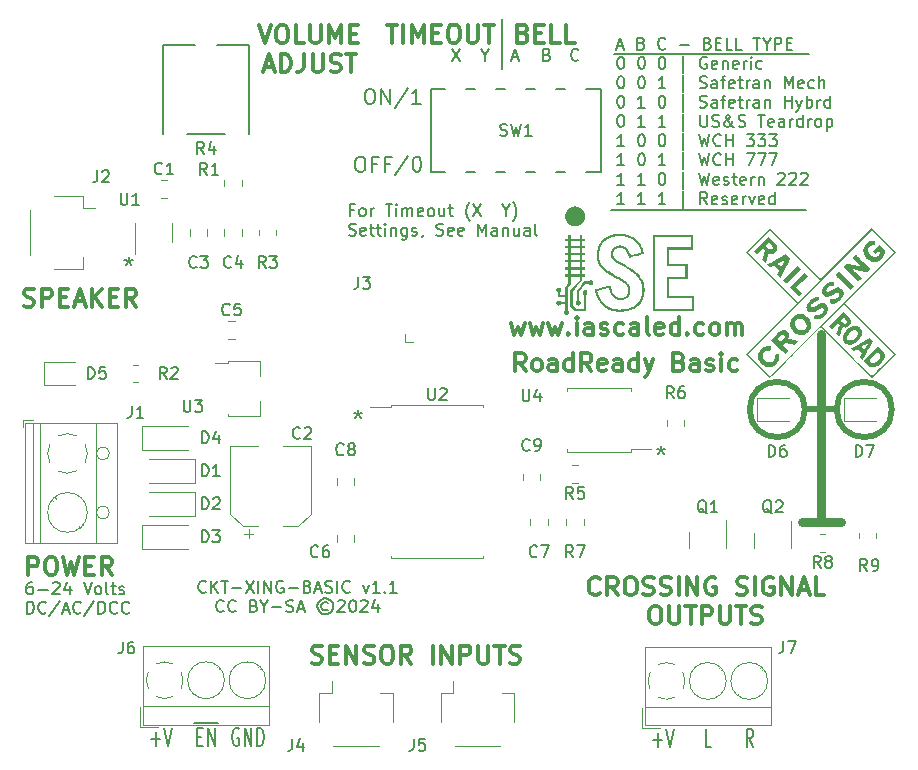
<source format=gto>
G04 #@! TF.GenerationSoftware,KiCad,Pcbnew,6.0.10-86aedd382b~118~ubuntu18.04.1*
G04 #@! TF.CreationDate,2024-08-26T13:48:25-06:00*
G04 #@! TF.ProjectId,ckt-xing-basic,636b742d-7869-46e6-972d-62617369632e,rev?*
G04 #@! TF.SameCoordinates,Original*
G04 #@! TF.FileFunction,Legend,Top*
G04 #@! TF.FilePolarity,Positive*
%FSLAX46Y46*%
G04 Gerber Fmt 4.6, Leading zero omitted, Abs format (unit mm)*
G04 Created by KiCad (PCBNEW 6.0.10-86aedd382b~118~ubuntu18.04.1) date 2024-08-26 13:48:25*
%MOMM*%
%LPD*%
G01*
G04 APERTURE LIST*
%ADD10C,0.000000*%
%ADD11C,0.508000*%
%ADD12C,0.762000*%
%ADD13C,0.150000*%
%ADD14C,0.203200*%
%ADD15C,0.152400*%
%ADD16C,0.304800*%
%ADD17C,0.300000*%
%ADD18C,0.120000*%
G04 APERTURE END LIST*
D10*
G36*
X74005494Y-42012262D02*
G01*
X74020361Y-42014031D01*
X74035144Y-42016700D01*
X74049731Y-42020243D01*
X74064013Y-42024628D01*
X74077878Y-42029828D01*
X74091216Y-42035814D01*
X74103916Y-42042556D01*
X74115868Y-42050025D01*
X74126961Y-42058194D01*
X74132150Y-42062531D01*
X74137084Y-42067032D01*
X74141748Y-42071693D01*
X74146128Y-42076511D01*
X74154878Y-42087056D01*
X74162878Y-42097902D01*
X74170133Y-42109019D01*
X74176647Y-42120378D01*
X74182427Y-42131948D01*
X74187479Y-42143699D01*
X74191807Y-42155602D01*
X74195417Y-42167627D01*
X74198316Y-42179743D01*
X74200508Y-42191922D01*
X74201999Y-42204133D01*
X74202794Y-42216347D01*
X74202900Y-42228533D01*
X74202321Y-42240662D01*
X74201063Y-42252704D01*
X74199133Y-42264629D01*
X74196534Y-42276408D01*
X74193274Y-42288009D01*
X74189357Y-42299405D01*
X74184789Y-42310564D01*
X74179575Y-42321456D01*
X74173722Y-42332053D01*
X74167234Y-42342324D01*
X74160118Y-42352240D01*
X74152378Y-42361769D01*
X74144021Y-42370884D01*
X74135051Y-42379553D01*
X74125475Y-42387747D01*
X74115298Y-42395437D01*
X74104526Y-42402591D01*
X74093163Y-42409181D01*
X74081217Y-42415177D01*
X74071282Y-42419394D01*
X74060841Y-42423049D01*
X74049966Y-42426141D01*
X74038729Y-42428671D01*
X74027203Y-42430639D01*
X74015459Y-42432045D01*
X74003571Y-42432888D01*
X73991611Y-42433169D01*
X73979651Y-42432888D01*
X73967763Y-42432045D01*
X73956019Y-42430639D01*
X73944493Y-42428671D01*
X73933256Y-42426141D01*
X73922381Y-42423049D01*
X73911940Y-42419394D01*
X73902006Y-42415177D01*
X73895371Y-42411731D01*
X73888250Y-42407550D01*
X73880770Y-42402742D01*
X73873056Y-42397417D01*
X73865234Y-42391683D01*
X73857431Y-42385648D01*
X73849773Y-42379420D01*
X73842386Y-42373109D01*
X73835396Y-42366822D01*
X73828928Y-42360669D01*
X73823110Y-42354758D01*
X73818066Y-42349197D01*
X73813924Y-42344095D01*
X73812231Y-42341750D01*
X73810810Y-42339561D01*
X73809677Y-42337540D01*
X73808848Y-42335702D01*
X73808340Y-42334060D01*
X73808167Y-42332628D01*
X73807443Y-42331975D01*
X73805318Y-42331342D01*
X73797153Y-42330147D01*
X73784242Y-42329068D01*
X73767156Y-42328130D01*
X73746465Y-42327357D01*
X73722739Y-42326774D01*
X73668467Y-42326278D01*
X73528767Y-42326278D01*
X73273356Y-42648716D01*
X73017945Y-42971861D01*
X73017945Y-43763494D01*
X73036289Y-43773372D01*
X73042100Y-43776824D01*
X73048117Y-43781046D01*
X73054280Y-43785965D01*
X73060531Y-43791507D01*
X73066812Y-43797599D01*
X73073062Y-43804167D01*
X73079223Y-43811138D01*
X73085237Y-43818439D01*
X73091044Y-43825997D01*
X73096585Y-43833737D01*
X73101802Y-43841587D01*
X73106635Y-43849473D01*
X73111026Y-43857321D01*
X73114916Y-43865059D01*
X73118245Y-43872614D01*
X73120956Y-43879910D01*
X73123867Y-43890038D01*
X73126256Y-43900771D01*
X73128127Y-43912005D01*
X73129488Y-43923633D01*
X73130345Y-43935551D01*
X73130704Y-43947652D01*
X73130571Y-43959833D01*
X73129952Y-43971986D01*
X73128853Y-43984007D01*
X73127281Y-43995790D01*
X73125242Y-44007230D01*
X73122742Y-44018222D01*
X73119787Y-44028659D01*
X73116383Y-44038438D01*
X73112538Y-44047451D01*
X73108256Y-44055594D01*
X73100087Y-44068550D01*
X73091456Y-44080692D01*
X73082364Y-44092018D01*
X73072813Y-44102524D01*
X73062802Y-44112208D01*
X73052334Y-44121066D01*
X73041408Y-44129095D01*
X73030027Y-44136292D01*
X73018191Y-44142654D01*
X73005902Y-44148178D01*
X72993160Y-44152860D01*
X72979966Y-44156698D01*
X72966321Y-44159689D01*
X72952227Y-44161829D01*
X72937685Y-44163115D01*
X72922694Y-44163544D01*
X72911410Y-44163282D01*
X72900319Y-44162501D01*
X72889431Y-44161213D01*
X72878758Y-44159428D01*
X72868312Y-44157159D01*
X72858102Y-44154415D01*
X72848139Y-44151208D01*
X72838436Y-44147548D01*
X72829002Y-44143447D01*
X72819849Y-44138916D01*
X72810988Y-44133966D01*
X72802429Y-44128607D01*
X72794184Y-44122851D01*
X72786264Y-44116708D01*
X72778679Y-44110190D01*
X72771441Y-44103307D01*
X72764561Y-44096071D01*
X72758049Y-44088493D01*
X72751916Y-44080583D01*
X72746175Y-44072352D01*
X72740835Y-44063812D01*
X72735907Y-44054974D01*
X72731403Y-44045848D01*
X72727333Y-44036445D01*
X72723709Y-44026776D01*
X72720541Y-44016853D01*
X72717840Y-44006687D01*
X72715618Y-43996287D01*
X72713885Y-43985666D01*
X72712653Y-43974835D01*
X72711932Y-43963803D01*
X72711733Y-43952583D01*
X72712007Y-43940328D01*
X72712830Y-43928426D01*
X72714208Y-43916867D01*
X72716143Y-43905641D01*
X72718641Y-43894738D01*
X72721705Y-43884147D01*
X72725340Y-43873857D01*
X72729549Y-43863859D01*
X72734337Y-43854143D01*
X72739708Y-43844696D01*
X72745666Y-43835511D01*
X72752215Y-43826575D01*
X72759359Y-43817880D01*
X72767103Y-43809413D01*
X72775451Y-43801166D01*
X72784406Y-43793128D01*
X72820389Y-43762083D01*
X72820389Y-42896366D01*
X73125895Y-42509722D01*
X73430694Y-42122372D01*
X73617667Y-42121666D01*
X73804639Y-42120961D01*
X73823689Y-42093444D01*
X73828274Y-42087155D01*
X73833280Y-42080998D01*
X73838683Y-42074989D01*
X73844459Y-42069147D01*
X73850581Y-42063485D01*
X73857026Y-42058023D01*
X73863769Y-42052775D01*
X73870785Y-42047759D01*
X73878048Y-42042991D01*
X73885535Y-42038488D01*
X73893220Y-42034266D01*
X73901079Y-42030341D01*
X73909087Y-42026731D01*
X73917219Y-42023451D01*
X73925450Y-42020519D01*
X73933756Y-42017950D01*
X73940506Y-42016232D01*
X73947388Y-42014778D01*
X73961489Y-42012653D01*
X73975947Y-42011544D01*
X73990652Y-42011423D01*
X74005494Y-42012262D01*
G37*
G36*
X74315053Y-42832954D02*
G01*
X74309645Y-42808795D01*
X74306243Y-42790031D01*
X74305055Y-42777361D01*
X74305356Y-42773529D01*
X74306289Y-42771483D01*
X74520524Y-42722722D01*
X74984592Y-42622699D01*
X75447999Y-42524924D01*
X75660250Y-42482910D01*
X75661160Y-42485323D01*
X75662764Y-42491234D01*
X75667658Y-42511927D01*
X75674141Y-42541747D01*
X75681417Y-42577455D01*
X75698047Y-42655706D01*
X75716963Y-42730886D01*
X75738134Y-42802948D01*
X75761530Y-42871848D01*
X75787122Y-42937540D01*
X75814878Y-42999978D01*
X75844770Y-43059118D01*
X75876767Y-43114912D01*
X75893546Y-43141541D01*
X75910840Y-43167317D01*
X75928645Y-43192234D01*
X75946958Y-43216286D01*
X75965774Y-43239468D01*
X75985091Y-43261775D01*
X76004904Y-43283199D01*
X76025210Y-43303736D01*
X76046004Y-43323381D01*
X76067284Y-43342126D01*
X76089045Y-43359968D01*
X76111283Y-43376899D01*
X76133996Y-43392915D01*
X76157178Y-43408009D01*
X76180827Y-43422176D01*
X76204939Y-43435410D01*
X76235730Y-43450740D01*
X76266716Y-43464449D01*
X76297898Y-43476537D01*
X76329271Y-43487004D01*
X76360835Y-43495852D01*
X76392586Y-43503078D01*
X76424524Y-43508684D01*
X76456646Y-43512669D01*
X76488949Y-43515034D01*
X76521433Y-43515778D01*
X76554094Y-43514902D01*
X76586931Y-43512405D01*
X76619942Y-43508287D01*
X76653124Y-43502549D01*
X76686475Y-43495190D01*
X76719995Y-43486211D01*
X76769384Y-43469768D01*
X76816164Y-43449882D01*
X76860254Y-43426666D01*
X76901576Y-43400232D01*
X76940049Y-43370694D01*
X76975594Y-43338164D01*
X77008132Y-43302755D01*
X77037583Y-43264578D01*
X77063866Y-43223748D01*
X77086904Y-43180376D01*
X77106616Y-43134575D01*
X77122922Y-43086458D01*
X77135743Y-43036138D01*
X77144999Y-42983727D01*
X77150612Y-42929338D01*
X77152500Y-42873083D01*
X77151900Y-42842008D01*
X77150084Y-42811705D01*
X77147026Y-42782106D01*
X77142699Y-42753139D01*
X77137079Y-42724734D01*
X77130139Y-42696821D01*
X77121853Y-42669330D01*
X77112195Y-42642190D01*
X77101140Y-42615331D01*
X77088662Y-42588684D01*
X77074735Y-42562176D01*
X77059333Y-42535739D01*
X77042431Y-42509302D01*
X77024002Y-42482795D01*
X77004021Y-42456147D01*
X76982461Y-42429288D01*
X76953397Y-42395398D01*
X76922759Y-42362291D01*
X76890045Y-42329626D01*
X76854755Y-42297063D01*
X76816390Y-42264260D01*
X76774449Y-42230876D01*
X76728431Y-42196570D01*
X76677837Y-42161001D01*
X76560919Y-42084710D01*
X76419692Y-41999275D01*
X76250155Y-41901966D01*
X76048306Y-41790056D01*
X75885136Y-41699899D01*
X75744663Y-41620590D01*
X75623389Y-41549946D01*
X75517816Y-41485785D01*
X75424447Y-41425923D01*
X75339785Y-41368177D01*
X75260331Y-41310366D01*
X75182589Y-41250305D01*
X75141412Y-41216233D01*
X75096324Y-41176564D01*
X75049103Y-41133041D01*
X75001526Y-41087410D01*
X74955371Y-41041416D01*
X74912416Y-40996802D01*
X74874439Y-40955313D01*
X74857872Y-40936286D01*
X74843217Y-40918695D01*
X74797987Y-40860189D01*
X74755951Y-40800791D01*
X74717094Y-40740453D01*
X74681402Y-40679125D01*
X74648860Y-40616760D01*
X74619454Y-40553309D01*
X74593169Y-40488723D01*
X74569990Y-40422953D01*
X74549904Y-40355952D01*
X74532896Y-40287670D01*
X74518952Y-40218059D01*
X74508056Y-40147070D01*
X74500194Y-40074655D01*
X74495353Y-40000765D01*
X74493517Y-39925352D01*
X74494672Y-39848367D01*
X74498989Y-39762872D01*
X74505855Y-39679419D01*
X74515274Y-39598000D01*
X74527249Y-39518607D01*
X74541783Y-39441232D01*
X74558879Y-39365866D01*
X74578541Y-39292500D01*
X74600770Y-39221128D01*
X74625571Y-39151739D01*
X74652947Y-39084327D01*
X74682900Y-39018883D01*
X74715434Y-38955398D01*
X74750552Y-38893864D01*
X74788256Y-38834274D01*
X74828551Y-38776618D01*
X74871439Y-38720889D01*
X74883006Y-38707022D01*
X74896140Y-38692008D01*
X74926307Y-38659307D01*
X74960327Y-38624324D01*
X74996587Y-38588597D01*
X75033476Y-38553664D01*
X75069381Y-38521062D01*
X75102689Y-38492330D01*
X75117866Y-38479896D01*
X75131789Y-38469006D01*
X75184633Y-38431197D01*
X75239424Y-38395303D01*
X75296122Y-38361335D01*
X75354690Y-38329306D01*
X75415089Y-38299228D01*
X75477281Y-38271114D01*
X75541228Y-38244976D01*
X75606892Y-38220827D01*
X75674235Y-38198678D01*
X75743218Y-38178543D01*
X75813802Y-38160433D01*
X75885951Y-38144362D01*
X75959624Y-38130341D01*
X76034786Y-38118383D01*
X76111396Y-38108500D01*
X76189417Y-38100706D01*
X76236791Y-38097897D01*
X76298403Y-38095833D01*
X76369375Y-38094529D01*
X76444828Y-38094003D01*
X76519884Y-38094270D01*
X76589665Y-38095348D01*
X76649293Y-38097252D01*
X76693889Y-38100000D01*
X76849524Y-38119258D01*
X76999602Y-38148096D01*
X77072500Y-38166064D01*
X77143940Y-38186373D01*
X77213900Y-38209006D01*
X77282355Y-38233945D01*
X77349284Y-38261173D01*
X77414664Y-38290671D01*
X77478471Y-38322421D01*
X77540684Y-38356406D01*
X77601278Y-38392608D01*
X77660231Y-38431009D01*
X77717521Y-38471592D01*
X77773124Y-38514338D01*
X77827018Y-38559229D01*
X77879179Y-38606248D01*
X77929585Y-38655377D01*
X77978214Y-38706599D01*
X78025041Y-38759894D01*
X78070044Y-38815246D01*
X78113201Y-38872637D01*
X78154488Y-38932048D01*
X78193883Y-38993463D01*
X78231362Y-39056863D01*
X78266904Y-39122229D01*
X78300484Y-39189546D01*
X78332081Y-39258794D01*
X78361671Y-39329956D01*
X78414739Y-39477950D01*
X78426106Y-39514136D01*
X78438077Y-39554844D01*
X78449999Y-39597521D01*
X78461217Y-39639610D01*
X78471080Y-39678558D01*
X78478933Y-39711808D01*
X78484124Y-39736807D01*
X78485517Y-39745414D01*
X78486000Y-39751000D01*
X78484229Y-39752914D01*
X78478746Y-39755798D01*
X78455617Y-39764780D01*
X78353532Y-39797743D01*
X78163341Y-39854783D01*
X77868639Y-39940794D01*
X77628463Y-40010225D01*
X77431547Y-40066559D01*
X77298131Y-40104108D01*
X77261561Y-40114060D01*
X77248456Y-40117183D01*
X77247257Y-40114705D01*
X77244818Y-40108606D01*
X77236814Y-40087197D01*
X77225635Y-40056263D01*
X77212472Y-40019111D01*
X77181858Y-39935594D01*
X77150553Y-39857488D01*
X77118476Y-39784696D01*
X77085549Y-39717122D01*
X77051692Y-39654671D01*
X77016825Y-39597245D01*
X76998988Y-39570387D01*
X76980869Y-39544750D01*
X76962457Y-39520321D01*
X76943744Y-39497088D01*
X76924718Y-39475040D01*
X76905370Y-39454164D01*
X76885690Y-39434449D01*
X76865668Y-39415882D01*
X76845294Y-39398451D01*
X76824559Y-39382145D01*
X76803451Y-39366951D01*
X76781962Y-39352857D01*
X76760081Y-39339852D01*
X76737798Y-39327923D01*
X76715104Y-39317058D01*
X76691989Y-39307245D01*
X76668441Y-39298473D01*
X76644453Y-39290729D01*
X76620013Y-39284001D01*
X76595111Y-39278278D01*
X76578456Y-39275037D01*
X76560623Y-39272194D01*
X76541792Y-39269749D01*
X76522141Y-39267705D01*
X76481096Y-39264821D01*
X76438919Y-39263549D01*
X76397039Y-39263898D01*
X76356887Y-39265876D01*
X76337906Y-39267478D01*
X76319894Y-39269490D01*
X76303028Y-39271914D01*
X76287489Y-39274750D01*
X76241996Y-39285848D01*
X76199173Y-39299567D01*
X76159013Y-39315918D01*
X76121507Y-39334910D01*
X76103747Y-39345399D01*
X76086647Y-39356551D01*
X76070206Y-39368369D01*
X76054424Y-39380852D01*
X76039299Y-39394002D01*
X76024831Y-39407821D01*
X76011017Y-39422310D01*
X75997858Y-39437469D01*
X75985352Y-39453299D01*
X75973499Y-39469803D01*
X75962296Y-39486981D01*
X75951744Y-39504834D01*
X75932585Y-39542571D01*
X75916014Y-39583023D01*
X75902023Y-39626199D01*
X75890603Y-39672109D01*
X75881746Y-39720761D01*
X75875444Y-39772167D01*
X75873628Y-39793621D01*
X75872422Y-39814122D01*
X75871843Y-39833760D01*
X75871906Y-39852622D01*
X75872626Y-39870798D01*
X75874018Y-39888376D01*
X75876099Y-39905447D01*
X75878884Y-39922097D01*
X75882388Y-39938417D01*
X75886627Y-39954495D01*
X75891617Y-39970420D01*
X75897372Y-39986281D01*
X75903909Y-40002166D01*
X75911242Y-40018166D01*
X75919388Y-40034368D01*
X75928361Y-40050861D01*
X75939732Y-40070086D01*
X75952419Y-40089405D01*
X75966433Y-40108827D01*
X75981785Y-40128362D01*
X75998485Y-40148021D01*
X76016542Y-40167815D01*
X76035968Y-40187754D01*
X76056772Y-40207847D01*
X76078966Y-40228106D01*
X76102559Y-40248541D01*
X76127562Y-40269161D01*
X76153985Y-40289978D01*
X76181838Y-40311002D01*
X76211132Y-40332243D01*
X76241877Y-40353711D01*
X76274083Y-40375417D01*
X76319582Y-40405115D01*
X76365287Y-40433878D01*
X76413920Y-40463287D01*
X76468199Y-40494920D01*
X76604581Y-40571175D01*
X76796194Y-40675278D01*
X76927263Y-40746041D01*
X77039876Y-40807603D01*
X77137011Y-40861673D01*
X77221645Y-40909963D01*
X77296753Y-40954186D01*
X77365313Y-40996052D01*
X77430301Y-41037273D01*
X77494694Y-41079561D01*
X77616784Y-41164586D01*
X77730712Y-41250969D01*
X77836585Y-41338878D01*
X77934509Y-41428480D01*
X78024591Y-41519942D01*
X78106936Y-41613432D01*
X78181652Y-41709117D01*
X78248845Y-41807165D01*
X78308622Y-41907743D01*
X78361088Y-42011018D01*
X78406350Y-42117159D01*
X78444516Y-42226331D01*
X78475690Y-42338704D01*
X78499980Y-42454443D01*
X78517492Y-42573718D01*
X78528333Y-42696694D01*
X78531357Y-42772274D01*
X78531486Y-42850219D01*
X78528805Y-42929586D01*
X78523394Y-43009432D01*
X78515338Y-43088815D01*
X78504719Y-43166793D01*
X78491619Y-43242422D01*
X78476122Y-43314761D01*
X78440023Y-43446039D01*
X78395096Y-43571735D01*
X78341541Y-43691671D01*
X78279559Y-43805673D01*
X78209349Y-43913565D01*
X78131114Y-44015171D01*
X78045052Y-44110315D01*
X77951365Y-44198822D01*
X77850253Y-44280516D01*
X77741917Y-44355221D01*
X77626557Y-44422762D01*
X77504374Y-44482962D01*
X77375568Y-44535647D01*
X77240339Y-44580640D01*
X77098888Y-44617766D01*
X76951417Y-44646849D01*
X76845163Y-44662188D01*
X76735858Y-44673782D01*
X76624950Y-44681589D01*
X76513884Y-44685567D01*
X76404108Y-44685676D01*
X76297069Y-44681874D01*
X76194214Y-44674120D01*
X76144807Y-44668748D01*
X76096989Y-44662372D01*
X75982220Y-44642488D01*
X75870757Y-44617240D01*
X75762613Y-44586635D01*
X75657803Y-44550685D01*
X75556342Y-44509397D01*
X75458244Y-44462781D01*
X75363523Y-44410847D01*
X75272195Y-44353603D01*
X75184273Y-44291060D01*
X75099772Y-44223225D01*
X75018706Y-44150110D01*
X74941091Y-44071723D01*
X74866939Y-43988072D01*
X74796267Y-43899169D01*
X74729088Y-43805021D01*
X74665417Y-43705639D01*
X74641837Y-43665064D01*
X74615289Y-43616386D01*
X74586972Y-43562019D01*
X74558084Y-43504379D01*
X74529825Y-43445878D01*
X74503392Y-43388932D01*
X74479986Y-43335955D01*
X74460805Y-43289361D01*
X74433764Y-43217565D01*
X74405607Y-43136608D01*
X74377995Y-43052079D01*
X74352591Y-42969568D01*
X74337730Y-42917878D01*
X74533949Y-42917878D01*
X74534183Y-42921325D01*
X74534880Y-42925657D01*
X74536055Y-42930995D01*
X74537721Y-42937459D01*
X74539894Y-42945171D01*
X74545817Y-42964820D01*
X74553939Y-42990911D01*
X74572281Y-43047496D01*
X74591568Y-43103437D01*
X74611768Y-43158669D01*
X74632851Y-43213128D01*
X74654786Y-43266747D01*
X74677541Y-43319461D01*
X74701086Y-43371206D01*
X74725389Y-43421917D01*
X74750420Y-43471528D01*
X74776148Y-43519974D01*
X74802541Y-43567190D01*
X74829569Y-43613111D01*
X74857200Y-43657673D01*
X74885404Y-43700808D01*
X74914150Y-43742454D01*
X74943406Y-43782544D01*
X75004644Y-43860069D01*
X75068518Y-43933111D01*
X75135050Y-44001684D01*
X75204263Y-44065803D01*
X75276180Y-44125481D01*
X75350823Y-44180734D01*
X75428215Y-44231575D01*
X75508379Y-44278021D01*
X75591338Y-44320083D01*
X75677115Y-44357779D01*
X75765731Y-44391121D01*
X75857210Y-44420124D01*
X75951575Y-44444803D01*
X76048849Y-44465172D01*
X76149053Y-44481246D01*
X76252211Y-44493038D01*
X76307953Y-44496628D01*
X76375750Y-44498473D01*
X76451715Y-44498681D01*
X76531964Y-44497360D01*
X76612610Y-44494616D01*
X76689766Y-44490558D01*
X76759547Y-44485292D01*
X76818067Y-44478927D01*
X76900701Y-44466558D01*
X76981125Y-44451937D01*
X77059345Y-44435063D01*
X77135368Y-44415934D01*
X77209200Y-44394548D01*
X77280848Y-44370903D01*
X77350316Y-44344996D01*
X77417612Y-44316826D01*
X77482742Y-44286390D01*
X77545712Y-44253687D01*
X77606528Y-44218714D01*
X77665196Y-44181470D01*
X77721723Y-44141951D01*
X77776115Y-44100157D01*
X77828377Y-44056085D01*
X77878517Y-44009733D01*
X77924493Y-43963297D01*
X77967984Y-43915497D01*
X78009020Y-43866275D01*
X78047629Y-43815573D01*
X78083841Y-43763333D01*
X78117683Y-43709497D01*
X78149186Y-43654008D01*
X78178378Y-43596807D01*
X78205287Y-43537836D01*
X78229944Y-43477039D01*
X78252376Y-43414356D01*
X78272614Y-43349730D01*
X78290685Y-43283103D01*
X78306618Y-43214418D01*
X78320443Y-43143615D01*
X78332189Y-43070639D01*
X78334762Y-43049341D01*
X78336927Y-43023455D01*
X78340060Y-42960528D01*
X78341640Y-42887084D01*
X78341714Y-42808348D01*
X78340333Y-42729547D01*
X78337547Y-42655904D01*
X78333404Y-42592647D01*
X78327955Y-42545000D01*
X78321228Y-42506253D01*
X78312896Y-42464423D01*
X78303275Y-42420790D01*
X78292678Y-42376636D01*
X78281419Y-42333243D01*
X78269814Y-42291893D01*
X78258175Y-42253866D01*
X78246817Y-42220444D01*
X78235962Y-42192084D01*
X78224072Y-42163162D01*
X78211205Y-42133777D01*
X78197417Y-42104028D01*
X78182764Y-42074014D01*
X78167305Y-42043835D01*
X78134192Y-41983378D01*
X78098533Y-41923449D01*
X78060781Y-41864844D01*
X78041263Y-41836286D01*
X78021393Y-41808356D01*
X78001227Y-41781153D01*
X77980822Y-41754777D01*
X77967034Y-41738045D01*
X77950749Y-41719274D01*
X77911953Y-41676858D01*
X77866956Y-41630010D01*
X77818280Y-41581211D01*
X77768446Y-41532941D01*
X77719976Y-41487681D01*
X77675393Y-41447911D01*
X77637217Y-41416111D01*
X77549757Y-41348899D01*
X77462867Y-41285738D01*
X77372290Y-41223999D01*
X77273768Y-41161053D01*
X77163041Y-41094270D01*
X77035852Y-41021022D01*
X76887943Y-40938679D01*
X76715056Y-40844611D01*
X76541115Y-40749885D01*
X76396023Y-40668751D01*
X76333037Y-40632465D01*
X76275752Y-40598598D01*
X76223666Y-40566823D01*
X76176276Y-40536812D01*
X76133077Y-40508241D01*
X76093567Y-40480781D01*
X76057243Y-40454107D01*
X76023600Y-40427892D01*
X75992136Y-40401809D01*
X75962348Y-40375532D01*
X75933731Y-40348734D01*
X75905783Y-40321089D01*
X75879026Y-40293355D01*
X75854281Y-40266173D01*
X75831490Y-40239430D01*
X75810599Y-40213017D01*
X75791553Y-40186824D01*
X75774294Y-40160739D01*
X75758767Y-40134652D01*
X75744917Y-40108452D01*
X75732687Y-40082029D01*
X75722022Y-40055272D01*
X75712866Y-40028071D01*
X75705163Y-40000315D01*
X75698857Y-39971893D01*
X75693893Y-39942695D01*
X75690215Y-39912610D01*
X75687767Y-39881528D01*
X75686077Y-39832674D01*
X75687050Y-39784118D01*
X75690619Y-39736028D01*
X75696719Y-39688569D01*
X75705282Y-39641909D01*
X75716243Y-39596212D01*
X75729535Y-39551646D01*
X75745093Y-39508377D01*
X75762851Y-39466572D01*
X75782741Y-39426396D01*
X75804699Y-39388017D01*
X75828657Y-39351600D01*
X75854551Y-39317313D01*
X75882313Y-39285321D01*
X75911877Y-39255791D01*
X75927315Y-39242001D01*
X75943178Y-39228889D01*
X75989760Y-39195455D01*
X76040040Y-39166075D01*
X76093566Y-39140767D01*
X76149884Y-39119550D01*
X76208541Y-39102442D01*
X76269087Y-39089462D01*
X76331066Y-39080628D01*
X76394028Y-39075960D01*
X76457518Y-39075475D01*
X76521086Y-39079193D01*
X76584277Y-39087131D01*
X76646639Y-39099309D01*
X76707719Y-39115745D01*
X76767066Y-39136458D01*
X76824225Y-39161466D01*
X76878745Y-39190789D01*
X76894588Y-39200803D01*
X76911567Y-39212728D01*
X76929492Y-39226376D01*
X76948176Y-39241556D01*
X76967430Y-39258079D01*
X76987067Y-39275757D01*
X77006898Y-39294401D01*
X77026735Y-39313820D01*
X77046390Y-39333827D01*
X77065675Y-39354231D01*
X77084403Y-39374844D01*
X77102384Y-39395477D01*
X77119430Y-39415940D01*
X77135355Y-39436045D01*
X77149968Y-39455602D01*
X77163084Y-39474422D01*
X77185154Y-39509375D01*
X77208151Y-39548461D01*
X77231545Y-39590657D01*
X77254806Y-39634936D01*
X77277406Y-39680274D01*
X77298815Y-39725644D01*
X77318504Y-39770023D01*
X77335944Y-39812384D01*
X77340280Y-39823270D01*
X77344304Y-39833195D01*
X77348034Y-39842189D01*
X77351489Y-39850285D01*
X77354687Y-39857512D01*
X77357648Y-39863903D01*
X77359046Y-39866793D01*
X77360390Y-39869487D01*
X77361685Y-39871986D01*
X77362932Y-39874296D01*
X77364133Y-39876419D01*
X77365291Y-39878361D01*
X77366409Y-39880124D01*
X77367488Y-39881712D01*
X77368530Y-39883130D01*
X77369539Y-39884382D01*
X77370516Y-39885471D01*
X77371465Y-39886400D01*
X77372386Y-39887175D01*
X77373283Y-39887799D01*
X77374157Y-39888275D01*
X77375012Y-39888608D01*
X77375849Y-39888801D01*
X77376670Y-39888859D01*
X77377479Y-39888785D01*
X77378278Y-39888583D01*
X77815722Y-39761583D01*
X78120610Y-39672948D01*
X78216070Y-39644605D01*
X78243331Y-39636250D01*
X78254578Y-39632467D01*
X78256304Y-39631618D01*
X78257768Y-39630605D01*
X78258957Y-39629346D01*
X78259858Y-39627759D01*
X78260458Y-39625763D01*
X78260742Y-39623277D01*
X78260697Y-39620217D01*
X78260310Y-39616503D01*
X78259568Y-39612054D01*
X78258457Y-39606787D01*
X78255074Y-39593474D01*
X78250054Y-39575911D01*
X78243289Y-39553444D01*
X78228677Y-39508029D01*
X78212907Y-39462844D01*
X78196016Y-39417952D01*
X78178036Y-39373417D01*
X78159002Y-39329305D01*
X78138948Y-39285678D01*
X78117908Y-39242601D01*
X78095916Y-39200137D01*
X78073006Y-39158352D01*
X78049213Y-39117309D01*
X78024570Y-39077072D01*
X77999111Y-39037705D01*
X77972872Y-38999273D01*
X77945885Y-38961839D01*
X77918184Y-38925467D01*
X77889805Y-38890222D01*
X77877267Y-38875524D01*
X77863317Y-38859853D01*
X77831884Y-38826259D01*
X77796912Y-38790780D01*
X77759807Y-38754756D01*
X77721974Y-38719525D01*
X77684819Y-38686427D01*
X77649748Y-38656802D01*
X77633433Y-38643710D01*
X77618167Y-38631989D01*
X77572680Y-38599055D01*
X77526167Y-38567721D01*
X77478611Y-38537980D01*
X77429993Y-38509828D01*
X77380296Y-38483260D01*
X77329502Y-38458269D01*
X77277594Y-38434852D01*
X77224555Y-38413002D01*
X77170366Y-38392715D01*
X77115011Y-38373986D01*
X77058471Y-38356809D01*
X77000729Y-38341179D01*
X76941767Y-38327091D01*
X76881568Y-38314540D01*
X76820115Y-38303521D01*
X76757389Y-38294028D01*
X76711182Y-38289349D01*
X76649009Y-38285440D01*
X76576004Y-38282407D01*
X76497303Y-38280358D01*
X76418040Y-38279400D01*
X76343349Y-38279641D01*
X76278365Y-38281189D01*
X76228222Y-38284150D01*
X76067185Y-38302908D01*
X75989827Y-38315530D01*
X75914588Y-38330303D01*
X75841475Y-38347220D01*
X75770500Y-38366272D01*
X75701669Y-38387453D01*
X75634993Y-38410753D01*
X75570480Y-38436166D01*
X75508140Y-38463684D01*
X75447980Y-38493299D01*
X75390010Y-38525004D01*
X75334239Y-38558789D01*
X75280676Y-38594649D01*
X75229329Y-38632575D01*
X75180208Y-38672558D01*
X75133321Y-38714593D01*
X75088678Y-38758670D01*
X75046287Y-38804782D01*
X75006157Y-38852921D01*
X74968298Y-38903080D01*
X74932717Y-38955251D01*
X74899425Y-39009426D01*
X74868429Y-39065597D01*
X74839740Y-39123756D01*
X74813365Y-39183897D01*
X74789313Y-39246010D01*
X74767594Y-39310088D01*
X74748217Y-39376124D01*
X74731190Y-39444110D01*
X74716522Y-39514038D01*
X74704222Y-39585900D01*
X74696706Y-39639839D01*
X74690561Y-39693396D01*
X74685783Y-39746506D01*
X74682372Y-39799099D01*
X74680326Y-39851109D01*
X74679641Y-39902470D01*
X74680317Y-39953113D01*
X74682350Y-40002971D01*
X74685740Y-40051978D01*
X74690483Y-40100067D01*
X74696579Y-40147169D01*
X74704024Y-40193218D01*
X74712817Y-40238147D01*
X74722956Y-40281888D01*
X74734438Y-40324374D01*
X74747261Y-40365539D01*
X74761579Y-40406401D01*
X74777767Y-40447434D01*
X74795759Y-40488544D01*
X74815491Y-40529635D01*
X74836897Y-40570616D01*
X74859912Y-40611390D01*
X74884471Y-40651865D01*
X74910509Y-40691946D01*
X74937961Y-40731540D01*
X74966762Y-40770551D01*
X74996847Y-40808886D01*
X75028150Y-40846452D01*
X75060606Y-40883153D01*
X75094151Y-40918897D01*
X75128719Y-40953588D01*
X75164245Y-40987133D01*
X75248316Y-41061065D01*
X75335298Y-41131574D01*
X75428960Y-41201123D01*
X75533074Y-41272177D01*
X75651409Y-41347201D01*
X75787735Y-41428657D01*
X75945824Y-41519009D01*
X76129444Y-41620722D01*
X76335202Y-41734305D01*
X76417228Y-41780377D01*
X76488043Y-41820835D01*
X76549663Y-41856828D01*
X76604107Y-41889506D01*
X76653391Y-41920017D01*
X76699533Y-41949511D01*
X76759744Y-41989788D01*
X76816358Y-42029469D01*
X76869483Y-42068668D01*
X76919226Y-42107500D01*
X76965694Y-42146080D01*
X77008997Y-42184523D01*
X77049239Y-42222943D01*
X77086531Y-42261455D01*
X77120977Y-42300173D01*
X77152687Y-42339213D01*
X77181768Y-42378689D01*
X77208327Y-42418716D01*
X77232472Y-42459409D01*
X77254309Y-42500882D01*
X77273948Y-42543250D01*
X77291494Y-42586628D01*
X77301258Y-42614776D01*
X77309910Y-42644100D01*
X77317446Y-42674470D01*
X77323862Y-42705756D01*
X77329153Y-42737828D01*
X77333315Y-42770554D01*
X77336345Y-42803806D01*
X77338237Y-42837453D01*
X77338989Y-42871364D01*
X77338596Y-42905409D01*
X77337053Y-42939459D01*
X77334357Y-42973382D01*
X77330503Y-43007050D01*
X77325488Y-43040330D01*
X77319307Y-43073094D01*
X77311956Y-43105211D01*
X77292663Y-43170430D01*
X77269003Y-43232401D01*
X77241109Y-43291020D01*
X77209110Y-43346181D01*
X77173138Y-43397777D01*
X77133325Y-43445705D01*
X77089801Y-43489858D01*
X77042698Y-43530132D01*
X76992147Y-43566420D01*
X76938280Y-43598618D01*
X76881227Y-43626619D01*
X76821121Y-43650319D01*
X76758091Y-43669612D01*
X76692270Y-43684392D01*
X76623788Y-43694555D01*
X76552778Y-43699994D01*
X76509105Y-43700783D01*
X76465947Y-43699463D01*
X76423328Y-43696055D01*
X76381275Y-43690583D01*
X76339815Y-43683071D01*
X76298973Y-43673541D01*
X76258776Y-43662017D01*
X76219249Y-43648522D01*
X76180418Y-43633078D01*
X76142310Y-43615709D01*
X76104951Y-43596438D01*
X76068367Y-43575289D01*
X76032584Y-43552283D01*
X75997628Y-43527445D01*
X75963525Y-43500798D01*
X75930302Y-43472364D01*
X75897983Y-43442167D01*
X75866597Y-43410230D01*
X75836167Y-43376576D01*
X75806722Y-43341229D01*
X75750886Y-43265544D01*
X75699298Y-43183362D01*
X75652167Y-43094867D01*
X75609701Y-43000244D01*
X75572109Y-42899679D01*
X75539600Y-42793355D01*
X75534890Y-42775526D01*
X75530362Y-42758805D01*
X75526131Y-42743572D01*
X75522314Y-42730208D01*
X75519026Y-42719093D01*
X75516383Y-42710607D01*
X75514501Y-42705131D01*
X75513881Y-42703640D01*
X75513495Y-42703045D01*
X75048622Y-42800146D01*
X74544061Y-42908361D01*
X74539219Y-42909680D01*
X74537355Y-42910517D01*
X74535881Y-42911635D01*
X74534813Y-42913154D01*
X74534164Y-42915194D01*
X74533949Y-42917878D01*
X74337730Y-42917878D01*
X74331056Y-42894663D01*
X74315053Y-42832954D01*
G37*
D11*
X92106514Y-52959000D02*
G75*
G03*
X92106514Y-52959000I-2341764J0D01*
G01*
X92106514Y-52959000D02*
X94788986Y-52959000D01*
D12*
X93447750Y-46609000D02*
X93447750Y-62230000D01*
D10*
G36*
X72671517Y-35772902D02*
G01*
X72714115Y-35774249D01*
X72753802Y-35776407D01*
X72787801Y-35779326D01*
X72801799Y-35781055D01*
X72813333Y-35782956D01*
X72844081Y-35789337D01*
X72874403Y-35796835D01*
X72904286Y-35805441D01*
X72933719Y-35815147D01*
X72962689Y-35825944D01*
X72991183Y-35837824D01*
X73019190Y-35850779D01*
X73046696Y-35864800D01*
X73073690Y-35879880D01*
X73100158Y-35896010D01*
X73126090Y-35913182D01*
X73151471Y-35931387D01*
X73176290Y-35950618D01*
X73200535Y-35970865D01*
X73224192Y-35992121D01*
X73247250Y-36014378D01*
X73267085Y-36034858D01*
X73286109Y-36055814D01*
X73304321Y-36077244D01*
X73321719Y-36099144D01*
X73338303Y-36121511D01*
X73354071Y-36144342D01*
X73369023Y-36167634D01*
X73383158Y-36191384D01*
X73396474Y-36215589D01*
X73408970Y-36240245D01*
X73420645Y-36265350D01*
X73431499Y-36290901D01*
X73441531Y-36316893D01*
X73450738Y-36343325D01*
X73459121Y-36370193D01*
X73466678Y-36397494D01*
X73473169Y-36424896D01*
X73478623Y-36453297D01*
X73483043Y-36482553D01*
X73486433Y-36512522D01*
X73488799Y-36543062D01*
X73490143Y-36574029D01*
X73490470Y-36605282D01*
X73489785Y-36636678D01*
X73488090Y-36668073D01*
X73485392Y-36699326D01*
X73481692Y-36730294D01*
X73476996Y-36760834D01*
X73471309Y-36790803D01*
X73464633Y-36820059D01*
X73456973Y-36848459D01*
X73448333Y-36875861D01*
X73439839Y-36899802D01*
X73430750Y-36923223D01*
X73421048Y-36946150D01*
X73410718Y-36968609D01*
X73399744Y-36990625D01*
X73388108Y-37012225D01*
X73375793Y-37033434D01*
X73362785Y-37054278D01*
X73349065Y-37074784D01*
X73334618Y-37094976D01*
X73319426Y-37114881D01*
X73303474Y-37134524D01*
X73286745Y-37153932D01*
X73269222Y-37173130D01*
X73250888Y-37192144D01*
X73231728Y-37211000D01*
X73203731Y-37236946D01*
X73175033Y-37261341D01*
X73145628Y-37284188D01*
X73115510Y-37305489D01*
X73084672Y-37325249D01*
X73053109Y-37343469D01*
X73020815Y-37360154D01*
X72987782Y-37375306D01*
X72954005Y-37388929D01*
X72919478Y-37401025D01*
X72884195Y-37411597D01*
X72848148Y-37420649D01*
X72811333Y-37428184D01*
X72773742Y-37434205D01*
X72735371Y-37438715D01*
X72696211Y-37441717D01*
X72652486Y-37443045D01*
X72608943Y-37442021D01*
X72565664Y-37438676D01*
X72522733Y-37433040D01*
X72480231Y-37425143D01*
X72438242Y-37415014D01*
X72396849Y-37402684D01*
X72356133Y-37388183D01*
X72316179Y-37371540D01*
X72277067Y-37352785D01*
X72238882Y-37331949D01*
X72201705Y-37309061D01*
X72165620Y-37284152D01*
X72130709Y-37257251D01*
X72097054Y-37228389D01*
X72064739Y-37197594D01*
X72035347Y-37166949D01*
X72007770Y-37135357D01*
X71982017Y-37102847D01*
X71958101Y-37069448D01*
X71936033Y-37035189D01*
X71915824Y-37000099D01*
X71897486Y-36964208D01*
X71881030Y-36927543D01*
X71866467Y-36890134D01*
X71853810Y-36852010D01*
X71843068Y-36813200D01*
X71834254Y-36773732D01*
X71827379Y-36733636D01*
X71822454Y-36692940D01*
X71819490Y-36651674D01*
X71818500Y-36609866D01*
X71819256Y-36573393D01*
X71821508Y-36537284D01*
X71825227Y-36501574D01*
X71830388Y-36466297D01*
X71836965Y-36431487D01*
X71844931Y-36397179D01*
X71854259Y-36363406D01*
X71864924Y-36330202D01*
X71876897Y-36297602D01*
X71890154Y-36265640D01*
X71904667Y-36234349D01*
X71920410Y-36203765D01*
X71937357Y-36173920D01*
X71955481Y-36144849D01*
X71974755Y-36116587D01*
X71995154Y-36089167D01*
X72016650Y-36062623D01*
X72039217Y-36036990D01*
X72062829Y-36012302D01*
X72087459Y-35988592D01*
X72113080Y-35965895D01*
X72139667Y-35944246D01*
X72167193Y-35923677D01*
X72195631Y-35904223D01*
X72224954Y-35885919D01*
X72255137Y-35868798D01*
X72286152Y-35852895D01*
X72317974Y-35838243D01*
X72350576Y-35824877D01*
X72383931Y-35812830D01*
X72418012Y-35802138D01*
X72452795Y-35792834D01*
X72475394Y-35787520D01*
X72497068Y-35782603D01*
X72506772Y-35780500D01*
X72515302Y-35778745D01*
X72522344Y-35777419D01*
X72527583Y-35776606D01*
X72539614Y-35775282D01*
X72554042Y-35774216D01*
X72588702Y-35772835D01*
X72628787Y-35772414D01*
X72671517Y-35772902D01*
G37*
D13*
X75946000Y-22860000D02*
X92456000Y-22860000D01*
D10*
G36*
X71818500Y-41112722D02*
G01*
X71818500Y-40886944D01*
X72072500Y-40886944D01*
X72270056Y-40886944D01*
X73039111Y-40886944D01*
X73039111Y-40513000D01*
X72270056Y-40513000D01*
X72270056Y-40886944D01*
X72072500Y-40886944D01*
X72072500Y-40513000D01*
X71818500Y-40513000D01*
X71818500Y-40287222D01*
X72072500Y-40287222D01*
X72270056Y-40287222D01*
X73039111Y-40287222D01*
X73039111Y-39913278D01*
X72270056Y-39913278D01*
X72270056Y-40287222D01*
X72072500Y-40287222D01*
X72072500Y-39913278D01*
X71818500Y-39913278D01*
X71818500Y-39694555D01*
X72072500Y-39694555D01*
X72270056Y-39694555D01*
X73039111Y-39694555D01*
X73039111Y-39320611D01*
X72270056Y-39320611D01*
X72270056Y-39694555D01*
X72072500Y-39694555D01*
X72072500Y-39320611D01*
X71818500Y-39320611D01*
X71818500Y-39094833D01*
X72072500Y-39094833D01*
X72270056Y-39094833D01*
X73039111Y-39094833D01*
X73039111Y-38720889D01*
X72270056Y-38720889D01*
X72270056Y-39094833D01*
X72072500Y-39094833D01*
X72072500Y-38720889D01*
X71818500Y-38720889D01*
X71818500Y-38502167D01*
X72072500Y-38502167D01*
X72072500Y-38149389D01*
X72270056Y-38149389D01*
X72270056Y-38502167D01*
X73039111Y-38502167D01*
X73039111Y-38149389D01*
X73236667Y-38149389D01*
X73236667Y-38502167D01*
X73490667Y-38502167D01*
X73490667Y-38720889D01*
X73236667Y-38720889D01*
X73236667Y-39094833D01*
X73490667Y-39094833D01*
X73490667Y-39320611D01*
X73236667Y-39320611D01*
X73236667Y-39694555D01*
X73490667Y-39694555D01*
X73490667Y-39913278D01*
X73236667Y-39913278D01*
X73236667Y-40287222D01*
X73490667Y-40287222D01*
X73490667Y-40513000D01*
X73236667Y-40513000D01*
X73236667Y-40886944D01*
X73490667Y-40886944D01*
X73490667Y-41112722D01*
X73236667Y-41112722D01*
X73236667Y-41479611D01*
X73490667Y-41479611D01*
X73490667Y-41712445D01*
X73236667Y-41712445D01*
X73236667Y-42041233D01*
X72845083Y-42535827D01*
X72453500Y-43031127D01*
X72453500Y-44143083D01*
X72725139Y-44414722D01*
X73391889Y-44414722D01*
X73391889Y-43829816D01*
X73391861Y-43639549D01*
X73391796Y-43562216D01*
X73391668Y-43495659D01*
X73391575Y-43466166D01*
X73391458Y-43439061D01*
X73391316Y-43414241D01*
X73391145Y-43391604D01*
X73390943Y-43371049D01*
X73390707Y-43352472D01*
X73390436Y-43335772D01*
X73390125Y-43320846D01*
X73389773Y-43307593D01*
X73389377Y-43295909D01*
X73388935Y-43285694D01*
X73388696Y-43281104D01*
X73388444Y-43276844D01*
X73388179Y-43272899D01*
X73387901Y-43269258D01*
X73387609Y-43265906D01*
X73387303Y-43262833D01*
X73386984Y-43260024D01*
X73386649Y-43257467D01*
X73386300Y-43255149D01*
X73385936Y-43253058D01*
X73385556Y-43251180D01*
X73385160Y-43249503D01*
X73384748Y-43248015D01*
X73384320Y-43246702D01*
X73383875Y-43245551D01*
X73383413Y-43244550D01*
X73382933Y-43243687D01*
X73382436Y-43242947D01*
X73381920Y-43242319D01*
X73381386Y-43241790D01*
X73380833Y-43241347D01*
X73380262Y-43240976D01*
X73379671Y-43240667D01*
X73379060Y-43240405D01*
X73377778Y-43239972D01*
X73375448Y-43239080D01*
X73372966Y-43237868D01*
X73367591Y-43234547D01*
X73361754Y-43230132D01*
X73355553Y-43224747D01*
X73349087Y-43218515D01*
X73342456Y-43211558D01*
X73335759Y-43204000D01*
X73329095Y-43195963D01*
X73322563Y-43187570D01*
X73316262Y-43178945D01*
X73310293Y-43170211D01*
X73304753Y-43161490D01*
X73299742Y-43152905D01*
X73295360Y-43144580D01*
X73291706Y-43136637D01*
X73288878Y-43129200D01*
X73285851Y-43119050D01*
X73283379Y-43108487D01*
X73281458Y-43097579D01*
X73280080Y-43086393D01*
X73279240Y-43074996D01*
X73278931Y-43063455D01*
X73279147Y-43051838D01*
X73279882Y-43040212D01*
X73281129Y-43028643D01*
X73282883Y-43017200D01*
X73285137Y-43005949D01*
X73287886Y-42994957D01*
X73291122Y-42984292D01*
X73294839Y-42974020D01*
X73299032Y-42964210D01*
X73303694Y-42954928D01*
X73308223Y-42946844D01*
X73312835Y-42939238D01*
X73317565Y-42932078D01*
X73322447Y-42925327D01*
X73327515Y-42918953D01*
X73332803Y-42912921D01*
X73338345Y-42907196D01*
X73344176Y-42901746D01*
X73350329Y-42896535D01*
X73356838Y-42891531D01*
X73363739Y-42886697D01*
X73371064Y-42882001D01*
X73378848Y-42877409D01*
X73387125Y-42872886D01*
X73395929Y-42868398D01*
X73405294Y-42863911D01*
X73416622Y-42858935D01*
X73421783Y-42856865D01*
X73426726Y-42855058D01*
X73431536Y-42853504D01*
X73436300Y-42852190D01*
X73441106Y-42851106D01*
X73446040Y-42850241D01*
X73451189Y-42849581D01*
X73456640Y-42849117D01*
X73462480Y-42848838D01*
X73468795Y-42848730D01*
X73475672Y-42848784D01*
X73483198Y-42848988D01*
X73500544Y-42849799D01*
X73512601Y-42850597D01*
X73523938Y-42851682D01*
X73534614Y-42853077D01*
X73544686Y-42854804D01*
X73554212Y-42856888D01*
X73563251Y-42859349D01*
X73571859Y-42862212D01*
X73580096Y-42865498D01*
X73588018Y-42869231D01*
X73595684Y-42873433D01*
X73603152Y-42878127D01*
X73610479Y-42883336D01*
X73617723Y-42889082D01*
X73624943Y-42895388D01*
X73632195Y-42902277D01*
X73639539Y-42909772D01*
X73647405Y-42918264D01*
X73654615Y-42926582D01*
X73661187Y-42934783D01*
X73667144Y-42942922D01*
X73672505Y-42951057D01*
X73677292Y-42959245D01*
X73681524Y-42967542D01*
X73685224Y-42976006D01*
X73688410Y-42984693D01*
X73691105Y-42993660D01*
X73693329Y-43002964D01*
X73695101Y-43012662D01*
X73696444Y-43022810D01*
X73697378Y-43033466D01*
X73697923Y-43044686D01*
X73698100Y-43056527D01*
X73697950Y-43070040D01*
X73697232Y-43083067D01*
X73695939Y-43095621D01*
X73694065Y-43107713D01*
X73691604Y-43119355D01*
X73688550Y-43130557D01*
X73684897Y-43141332D01*
X73680637Y-43151690D01*
X73675766Y-43161642D01*
X73673100Y-43166470D01*
X73670277Y-43171201D01*
X73667299Y-43175837D01*
X73664164Y-43180378D01*
X73657420Y-43189183D01*
X73650040Y-43197629D01*
X73642017Y-43205727D01*
X73633344Y-43213487D01*
X73624017Y-43220922D01*
X73590150Y-43247028D01*
X73590150Y-43929299D01*
X73589444Y-44612277D01*
X72640472Y-44612277D01*
X72448561Y-44420367D01*
X72255945Y-44227750D01*
X72255945Y-42954928D01*
X72647528Y-42459628D01*
X73039111Y-41965033D01*
X73039111Y-41712445D01*
X72270056Y-41712445D01*
X72270056Y-42034883D01*
X72269350Y-42358027D01*
X72143056Y-42516777D01*
X72016761Y-42675527D01*
X72016056Y-43620972D01*
X72016056Y-44566416D01*
X72051333Y-44596756D01*
X72060878Y-44605228D01*
X72069679Y-44613737D01*
X72077755Y-44622318D01*
X72085123Y-44631008D01*
X72091800Y-44639842D01*
X72097805Y-44648857D01*
X72103154Y-44658090D01*
X72107866Y-44667575D01*
X72111958Y-44677350D01*
X72115447Y-44687451D01*
X72118351Y-44697913D01*
X72120687Y-44708773D01*
X72122474Y-44720067D01*
X72123729Y-44731832D01*
X72124469Y-44744103D01*
X72124711Y-44756916D01*
X72124790Y-44773455D01*
X72124666Y-44780751D01*
X72124414Y-44787498D01*
X72124016Y-44793774D01*
X72123459Y-44799655D01*
X72122725Y-44805218D01*
X72121801Y-44810539D01*
X72120670Y-44815694D01*
X72119316Y-44820761D01*
X72117725Y-44825815D01*
X72115881Y-44830933D01*
X72113768Y-44836192D01*
X72111370Y-44841668D01*
X72108673Y-44847437D01*
X72105661Y-44853577D01*
X72098337Y-44867309D01*
X72090390Y-44880192D01*
X72081827Y-44892220D01*
X72072654Y-44903385D01*
X72062878Y-44913682D01*
X72052505Y-44923105D01*
X72041540Y-44931647D01*
X72029990Y-44939302D01*
X72017862Y-44946065D01*
X72005161Y-44951928D01*
X71991894Y-44956886D01*
X71978066Y-44960932D01*
X71963684Y-44964061D01*
X71948755Y-44966265D01*
X71933284Y-44967539D01*
X71917278Y-44967877D01*
X71904690Y-44967644D01*
X71892572Y-44966935D01*
X71880902Y-44965738D01*
X71869653Y-44964041D01*
X71858801Y-44961831D01*
X71848321Y-44959096D01*
X71838188Y-44955824D01*
X71828378Y-44952002D01*
X71818865Y-44947618D01*
X71809626Y-44942659D01*
X71800634Y-44937113D01*
X71791865Y-44930968D01*
X71783295Y-44924211D01*
X71774899Y-44916829D01*
X71766651Y-44908811D01*
X71758528Y-44900144D01*
X71751159Y-44891556D01*
X71744392Y-44882966D01*
X71738216Y-44874338D01*
X71732621Y-44865638D01*
X71727596Y-44856831D01*
X71723132Y-44847881D01*
X71719217Y-44838753D01*
X71715842Y-44829412D01*
X71712996Y-44819824D01*
X71710669Y-44809952D01*
X71708850Y-44799761D01*
X71707530Y-44789218D01*
X71706697Y-44778285D01*
X71706342Y-44766929D01*
X71706454Y-44755114D01*
X71707022Y-44742805D01*
X71708080Y-44730916D01*
X71709664Y-44719329D01*
X71711771Y-44708048D01*
X71714398Y-44697077D01*
X71717541Y-44686419D01*
X71721198Y-44676081D01*
X71725366Y-44666064D01*
X71730041Y-44656375D01*
X71735221Y-44647016D01*
X71740901Y-44637992D01*
X71747080Y-44629306D01*
X71753754Y-44620965D01*
X71760920Y-44612970D01*
X71768575Y-44605327D01*
X71776716Y-44598039D01*
X71785339Y-44591111D01*
X71818500Y-44566416D01*
X71818500Y-44054888D01*
X71455139Y-44054888D01*
X71424095Y-44090872D01*
X71414390Y-44101495D01*
X71404219Y-44111277D01*
X71393620Y-44120222D01*
X71382631Y-44128337D01*
X71371290Y-44135626D01*
X71359635Y-44142095D01*
X71347704Y-44147750D01*
X71335536Y-44152597D01*
X71323169Y-44156641D01*
X71310640Y-44159887D01*
X71297988Y-44162341D01*
X71285250Y-44164009D01*
X71272466Y-44164896D01*
X71259673Y-44165007D01*
X71246909Y-44164349D01*
X71234212Y-44162927D01*
X71221621Y-44160746D01*
X71209173Y-44157812D01*
X71196907Y-44154131D01*
X71184860Y-44149707D01*
X71173072Y-44144548D01*
X71161579Y-44138657D01*
X71150421Y-44132041D01*
X71139634Y-44124706D01*
X71129259Y-44116656D01*
X71119331Y-44107898D01*
X71109890Y-44098436D01*
X71100974Y-44088277D01*
X71092620Y-44077426D01*
X71084867Y-44065889D01*
X71077754Y-44053671D01*
X71071317Y-44040778D01*
X71067978Y-44033179D01*
X71064972Y-44025472D01*
X71062296Y-44017667D01*
X71059948Y-44009777D01*
X71057926Y-44001813D01*
X71056226Y-43993785D01*
X71054848Y-43985706D01*
X71053788Y-43977586D01*
X71052615Y-43961272D01*
X71052689Y-43944932D01*
X71053990Y-43928659D01*
X71056500Y-43912543D01*
X71060201Y-43896675D01*
X71065074Y-43881146D01*
X71071101Y-43866047D01*
X71078262Y-43851468D01*
X71082263Y-43844403D01*
X71086540Y-43837502D01*
X71091091Y-43830777D01*
X71095915Y-43824238D01*
X71101008Y-43817898D01*
X71106369Y-43811768D01*
X71111995Y-43805860D01*
X71117884Y-43800183D01*
X71126243Y-43792813D01*
X71134421Y-43786039D01*
X71142470Y-43779843D01*
X71150438Y-43774210D01*
X71158378Y-43769122D01*
X71166339Y-43764563D01*
X71174373Y-43760517D01*
X71182530Y-43756968D01*
X71190860Y-43753897D01*
X71199415Y-43751290D01*
X71208245Y-43749129D01*
X71217400Y-43747399D01*
X71226931Y-43746081D01*
X71236890Y-43745161D01*
X71247325Y-43744620D01*
X71258289Y-43744444D01*
X71271529Y-43744630D01*
X71284038Y-43745208D01*
X71295879Y-43746202D01*
X71307116Y-43747641D01*
X71317811Y-43749551D01*
X71328027Y-43751960D01*
X71337829Y-43754893D01*
X71347277Y-43758379D01*
X71356437Y-43762443D01*
X71365370Y-43767113D01*
X71374139Y-43772415D01*
X71382809Y-43778377D01*
X71391441Y-43785025D01*
X71400099Y-43792386D01*
X71408846Y-43800487D01*
X71417745Y-43809355D01*
X71458667Y-43850277D01*
X71818500Y-43850277D01*
X71818500Y-43448111D01*
X71162334Y-43448111D01*
X71162334Y-43042417D01*
X71126350Y-43011372D01*
X71115024Y-43001034D01*
X71104602Y-42990150D01*
X71095093Y-42978754D01*
X71086508Y-42966878D01*
X71078858Y-42954555D01*
X71072152Y-42941820D01*
X71066401Y-42928703D01*
X71061615Y-42915240D01*
X71057806Y-42901462D01*
X71054982Y-42887404D01*
X71053154Y-42873097D01*
X71052333Y-42858575D01*
X71052529Y-42843871D01*
X71053752Y-42829019D01*
X71056013Y-42814051D01*
X71059322Y-42799000D01*
X71064682Y-42780823D01*
X71071212Y-42763616D01*
X71074904Y-42755385D01*
X71078875Y-42747408D01*
X71083119Y-42739687D01*
X71087633Y-42732226D01*
X71092411Y-42725028D01*
X71097449Y-42718098D01*
X71102743Y-42711438D01*
X71108287Y-42705052D01*
X71114077Y-42698944D01*
X71120108Y-42693116D01*
X71126376Y-42687574D01*
X71132877Y-42682319D01*
X71139604Y-42677355D01*
X71146554Y-42672687D01*
X71153723Y-42668317D01*
X71161104Y-42664248D01*
X71168695Y-42660486D01*
X71176489Y-42657032D01*
X71184484Y-42653890D01*
X71192672Y-42651065D01*
X71201051Y-42648558D01*
X71209616Y-42646375D01*
X71227283Y-42642991D01*
X71245637Y-42640940D01*
X71264639Y-42640250D01*
X71272537Y-42640444D01*
X71280351Y-42640891D01*
X71288079Y-42641591D01*
X71295717Y-42642539D01*
X71303259Y-42643733D01*
X71310701Y-42645172D01*
X71318041Y-42646852D01*
X71325273Y-42648772D01*
X71332393Y-42650928D01*
X71339398Y-42653318D01*
X71346282Y-42655940D01*
X71353043Y-42658791D01*
X71359675Y-42661870D01*
X71366176Y-42665172D01*
X71372539Y-42668697D01*
X71378763Y-42672441D01*
X71384841Y-42676402D01*
X71390771Y-42680578D01*
X71396548Y-42684965D01*
X71402167Y-42689563D01*
X71407626Y-42694368D01*
X71412919Y-42699377D01*
X71418042Y-42704589D01*
X71422992Y-42710001D01*
X71427764Y-42715610D01*
X71432355Y-42721414D01*
X71436759Y-42727410D01*
X71440973Y-42733597D01*
X71444993Y-42739971D01*
X71448814Y-42746530D01*
X71452433Y-42753272D01*
X71455845Y-42760194D01*
X71459466Y-42768622D01*
X71462656Y-42777712D01*
X71465415Y-42787380D01*
X71467740Y-42797545D01*
X71469631Y-42808122D01*
X71471087Y-42819031D01*
X71472107Y-42830187D01*
X71472690Y-42841509D01*
X71472834Y-42852914D01*
X71472540Y-42864319D01*
X71471805Y-42875641D01*
X71470628Y-42886797D01*
X71469010Y-42897706D01*
X71466947Y-42908284D01*
X71464441Y-42918448D01*
X71461489Y-42928117D01*
X71458849Y-42934978D01*
X71455486Y-42942261D01*
X71451487Y-42949858D01*
X71446937Y-42957662D01*
X71441924Y-42965565D01*
X71436536Y-42973459D01*
X71430857Y-42981238D01*
X71424977Y-42988794D01*
X71418980Y-42996019D01*
X71412955Y-43002806D01*
X71406987Y-43009047D01*
X71401164Y-43014635D01*
X71395573Y-43019462D01*
X71390300Y-43023421D01*
X71387810Y-43025042D01*
X71385432Y-43026405D01*
X71383177Y-43027497D01*
X71381056Y-43028305D01*
X71378688Y-43029155D01*
X71376601Y-43030206D01*
X71374776Y-43031593D01*
X71373195Y-43033454D01*
X71371843Y-43035921D01*
X71370700Y-43039132D01*
X71369749Y-43043222D01*
X71368973Y-43048325D01*
X71368354Y-43054578D01*
X71367875Y-43062115D01*
X71367264Y-43081586D01*
X71367001Y-43107819D01*
X71366945Y-43141900D01*
X71366945Y-43250556D01*
X71818500Y-43250556D01*
X71818500Y-42600033D01*
X71945500Y-42440578D01*
X72072500Y-42280416D01*
X72072500Y-41712445D01*
X71818500Y-41712445D01*
X71818500Y-41479611D01*
X72072500Y-41479611D01*
X72270056Y-41479611D01*
X73039111Y-41479611D01*
X73039111Y-41112722D01*
X72270056Y-41112722D01*
X72270056Y-41479611D01*
X72072500Y-41479611D01*
X72072500Y-41112722D01*
X71818500Y-41112722D01*
G37*
D12*
X95164750Y-62484000D02*
X91862750Y-62484000D01*
D10*
G36*
X82662889Y-38177611D02*
G01*
X82662889Y-39419389D01*
X80588555Y-39419389D01*
X80588555Y-40668222D01*
X82169000Y-40668222D01*
X82169000Y-41902944D01*
X80588555Y-41902944D01*
X80588555Y-43363444D01*
X82747556Y-43363444D01*
X82747556Y-44598166D01*
X79212722Y-44598166D01*
X79212722Y-44414722D01*
X79396166Y-44414722D01*
X82564111Y-44414722D01*
X82564111Y-43546889D01*
X80405110Y-43546889D01*
X80405110Y-41719500D01*
X81985555Y-41719500D01*
X81985555Y-40851667D01*
X80405110Y-40851667D01*
X80405110Y-39228889D01*
X82479444Y-39228889D01*
X82479444Y-38361056D01*
X79396166Y-38361056D01*
X79396166Y-44414722D01*
X79212722Y-44414722D01*
X79212722Y-38177611D01*
X82662889Y-38177611D01*
G37*
D11*
X99472514Y-52959000D02*
G75*
G03*
X99472514Y-52959000I-2341764J0D01*
G01*
D14*
X66421000Y-19939000D02*
X66421000Y-24130000D01*
D13*
X75692000Y-36068000D02*
X92202000Y-36068000D01*
D15*
X67348583Y-23156333D02*
X67832393Y-23156333D01*
X67251821Y-23446619D02*
X67590488Y-22430619D01*
X67929155Y-23446619D01*
X36769523Y-80880857D02*
X37543619Y-80880857D01*
X37156571Y-81461428D02*
X37156571Y-80300285D01*
X37882285Y-79937428D02*
X38220952Y-81461428D01*
X38559619Y-79937428D01*
D16*
X25980571Y-44177857D02*
X26198285Y-44250428D01*
X26561142Y-44250428D01*
X26706285Y-44177857D01*
X26778857Y-44105285D01*
X26851428Y-43960142D01*
X26851428Y-43815000D01*
X26778857Y-43669857D01*
X26706285Y-43597285D01*
X26561142Y-43524714D01*
X26270857Y-43452142D01*
X26125714Y-43379571D01*
X26053142Y-43307000D01*
X25980571Y-43161857D01*
X25980571Y-43016714D01*
X26053142Y-42871571D01*
X26125714Y-42799000D01*
X26270857Y-42726428D01*
X26633714Y-42726428D01*
X26851428Y-42799000D01*
X27504571Y-44250428D02*
X27504571Y-42726428D01*
X28085142Y-42726428D01*
X28230285Y-42799000D01*
X28302857Y-42871571D01*
X28375428Y-43016714D01*
X28375428Y-43234428D01*
X28302857Y-43379571D01*
X28230285Y-43452142D01*
X28085142Y-43524714D01*
X27504571Y-43524714D01*
X29028571Y-43452142D02*
X29536571Y-43452142D01*
X29754285Y-44250428D02*
X29028571Y-44250428D01*
X29028571Y-42726428D01*
X29754285Y-42726428D01*
X30334857Y-43815000D02*
X31060571Y-43815000D01*
X30189714Y-44250428D02*
X30697714Y-42726428D01*
X31205714Y-44250428D01*
X31713714Y-44250428D02*
X31713714Y-42726428D01*
X32584571Y-44250428D02*
X31931428Y-43379571D01*
X32584571Y-42726428D02*
X31713714Y-43597285D01*
X33237714Y-43452142D02*
X33745714Y-43452142D01*
X33963428Y-44250428D02*
X33237714Y-44250428D01*
X33237714Y-42726428D01*
X33963428Y-42726428D01*
X35487428Y-44250428D02*
X34979428Y-43524714D01*
X34616571Y-44250428D02*
X34616571Y-42726428D01*
X35197142Y-42726428D01*
X35342285Y-42799000D01*
X35414857Y-42871571D01*
X35487428Y-43016714D01*
X35487428Y-43234428D01*
X35414857Y-43379571D01*
X35342285Y-43452142D01*
X35197142Y-43524714D01*
X34616571Y-43524714D01*
D17*
X68462000Y-49700571D02*
X67962000Y-48986285D01*
X67604857Y-49700571D02*
X67604857Y-48200571D01*
X68176285Y-48200571D01*
X68319142Y-48272000D01*
X68390571Y-48343428D01*
X68462000Y-48486285D01*
X68462000Y-48700571D01*
X68390571Y-48843428D01*
X68319142Y-48914857D01*
X68176285Y-48986285D01*
X67604857Y-48986285D01*
X69319142Y-49700571D02*
X69176285Y-49629142D01*
X69104857Y-49557714D01*
X69033428Y-49414857D01*
X69033428Y-48986285D01*
X69104857Y-48843428D01*
X69176285Y-48772000D01*
X69319142Y-48700571D01*
X69533428Y-48700571D01*
X69676285Y-48772000D01*
X69747714Y-48843428D01*
X69819142Y-48986285D01*
X69819142Y-49414857D01*
X69747714Y-49557714D01*
X69676285Y-49629142D01*
X69533428Y-49700571D01*
X69319142Y-49700571D01*
X71104857Y-49700571D02*
X71104857Y-48914857D01*
X71033428Y-48772000D01*
X70890571Y-48700571D01*
X70604857Y-48700571D01*
X70462000Y-48772000D01*
X71104857Y-49629142D02*
X70962000Y-49700571D01*
X70604857Y-49700571D01*
X70462000Y-49629142D01*
X70390571Y-49486285D01*
X70390571Y-49343428D01*
X70462000Y-49200571D01*
X70604857Y-49129142D01*
X70962000Y-49129142D01*
X71104857Y-49057714D01*
X72462000Y-49700571D02*
X72462000Y-48200571D01*
X72462000Y-49629142D02*
X72319142Y-49700571D01*
X72033428Y-49700571D01*
X71890571Y-49629142D01*
X71819142Y-49557714D01*
X71747714Y-49414857D01*
X71747714Y-48986285D01*
X71819142Y-48843428D01*
X71890571Y-48772000D01*
X72033428Y-48700571D01*
X72319142Y-48700571D01*
X72462000Y-48772000D01*
X74033428Y-49700571D02*
X73533428Y-48986285D01*
X73176285Y-49700571D02*
X73176285Y-48200571D01*
X73747714Y-48200571D01*
X73890571Y-48272000D01*
X73962000Y-48343428D01*
X74033428Y-48486285D01*
X74033428Y-48700571D01*
X73962000Y-48843428D01*
X73890571Y-48914857D01*
X73747714Y-48986285D01*
X73176285Y-48986285D01*
X75247714Y-49629142D02*
X75104857Y-49700571D01*
X74819142Y-49700571D01*
X74676285Y-49629142D01*
X74604857Y-49486285D01*
X74604857Y-48914857D01*
X74676285Y-48772000D01*
X74819142Y-48700571D01*
X75104857Y-48700571D01*
X75247714Y-48772000D01*
X75319142Y-48914857D01*
X75319142Y-49057714D01*
X74604857Y-49200571D01*
X76604857Y-49700571D02*
X76604857Y-48914857D01*
X76533428Y-48772000D01*
X76390571Y-48700571D01*
X76104857Y-48700571D01*
X75962000Y-48772000D01*
X76604857Y-49629142D02*
X76462000Y-49700571D01*
X76104857Y-49700571D01*
X75962000Y-49629142D01*
X75890571Y-49486285D01*
X75890571Y-49343428D01*
X75962000Y-49200571D01*
X76104857Y-49129142D01*
X76462000Y-49129142D01*
X76604857Y-49057714D01*
X77962000Y-49700571D02*
X77962000Y-48200571D01*
X77962000Y-49629142D02*
X77819142Y-49700571D01*
X77533428Y-49700571D01*
X77390571Y-49629142D01*
X77319142Y-49557714D01*
X77247714Y-49414857D01*
X77247714Y-48986285D01*
X77319142Y-48843428D01*
X77390571Y-48772000D01*
X77533428Y-48700571D01*
X77819142Y-48700571D01*
X77962000Y-48772000D01*
X78533428Y-48700571D02*
X78890571Y-49700571D01*
X79247714Y-48700571D02*
X78890571Y-49700571D01*
X78747714Y-50057714D01*
X78676285Y-50129142D01*
X78533428Y-50200571D01*
X81462000Y-48914857D02*
X81676285Y-48986285D01*
X81747714Y-49057714D01*
X81819142Y-49200571D01*
X81819142Y-49414857D01*
X81747714Y-49557714D01*
X81676285Y-49629142D01*
X81533428Y-49700571D01*
X80962000Y-49700571D01*
X80962000Y-48200571D01*
X81462000Y-48200571D01*
X81604857Y-48272000D01*
X81676285Y-48343428D01*
X81747714Y-48486285D01*
X81747714Y-48629142D01*
X81676285Y-48772000D01*
X81604857Y-48843428D01*
X81462000Y-48914857D01*
X80962000Y-48914857D01*
X83104857Y-49700571D02*
X83104857Y-48914857D01*
X83033428Y-48772000D01*
X82890571Y-48700571D01*
X82604857Y-48700571D01*
X82462000Y-48772000D01*
X83104857Y-49629142D02*
X82962000Y-49700571D01*
X82604857Y-49700571D01*
X82462000Y-49629142D01*
X82390571Y-49486285D01*
X82390571Y-49343428D01*
X82462000Y-49200571D01*
X82604857Y-49129142D01*
X82962000Y-49129142D01*
X83104857Y-49057714D01*
X83747714Y-49629142D02*
X83890571Y-49700571D01*
X84176285Y-49700571D01*
X84319142Y-49629142D01*
X84390571Y-49486285D01*
X84390571Y-49414857D01*
X84319142Y-49272000D01*
X84176285Y-49200571D01*
X83962000Y-49200571D01*
X83819142Y-49129142D01*
X83747714Y-48986285D01*
X83747714Y-48914857D01*
X83819142Y-48772000D01*
X83962000Y-48700571D01*
X84176285Y-48700571D01*
X84319142Y-48772000D01*
X85033428Y-49700571D02*
X85033428Y-48700571D01*
X85033428Y-48200571D02*
X84962000Y-48272000D01*
X85033428Y-48343428D01*
X85104857Y-48272000D01*
X85033428Y-48200571D01*
X85033428Y-48343428D01*
X86390571Y-49629142D02*
X86247714Y-49700571D01*
X85962000Y-49700571D01*
X85819142Y-49629142D01*
X85747714Y-49557714D01*
X85676285Y-49414857D01*
X85676285Y-48986285D01*
X85747714Y-48843428D01*
X85819142Y-48772000D01*
X85962000Y-48700571D01*
X86247714Y-48700571D01*
X86390571Y-48772000D01*
D15*
X53892631Y-36066548D02*
X53553964Y-36066548D01*
X53553964Y-36598739D02*
X53553964Y-35582739D01*
X54037774Y-35582739D01*
X54569964Y-36598739D02*
X54473202Y-36550358D01*
X54424821Y-36501977D01*
X54376440Y-36405215D01*
X54376440Y-36114929D01*
X54424821Y-36018167D01*
X54473202Y-35969786D01*
X54569964Y-35921405D01*
X54715107Y-35921405D01*
X54811869Y-35969786D01*
X54860250Y-36018167D01*
X54908631Y-36114929D01*
X54908631Y-36405215D01*
X54860250Y-36501977D01*
X54811869Y-36550358D01*
X54715107Y-36598739D01*
X54569964Y-36598739D01*
X55344060Y-36598739D02*
X55344060Y-35921405D01*
X55344060Y-36114929D02*
X55392440Y-36018167D01*
X55440821Y-35969786D01*
X55537583Y-35921405D01*
X55634345Y-35921405D01*
X56601964Y-35582739D02*
X57182536Y-35582739D01*
X56892250Y-36598739D02*
X56892250Y-35582739D01*
X57521202Y-36598739D02*
X57521202Y-35921405D01*
X57521202Y-35582739D02*
X57472821Y-35631120D01*
X57521202Y-35679500D01*
X57569583Y-35631120D01*
X57521202Y-35582739D01*
X57521202Y-35679500D01*
X58005012Y-36598739D02*
X58005012Y-35921405D01*
X58005012Y-36018167D02*
X58053393Y-35969786D01*
X58150155Y-35921405D01*
X58295298Y-35921405D01*
X58392060Y-35969786D01*
X58440440Y-36066548D01*
X58440440Y-36598739D01*
X58440440Y-36066548D02*
X58488821Y-35969786D01*
X58585583Y-35921405D01*
X58730726Y-35921405D01*
X58827488Y-35969786D01*
X58875869Y-36066548D01*
X58875869Y-36598739D01*
X59746726Y-36550358D02*
X59649964Y-36598739D01*
X59456440Y-36598739D01*
X59359679Y-36550358D01*
X59311298Y-36453596D01*
X59311298Y-36066548D01*
X59359679Y-35969786D01*
X59456440Y-35921405D01*
X59649964Y-35921405D01*
X59746726Y-35969786D01*
X59795107Y-36066548D01*
X59795107Y-36163310D01*
X59311298Y-36260072D01*
X60375679Y-36598739D02*
X60278917Y-36550358D01*
X60230536Y-36501977D01*
X60182155Y-36405215D01*
X60182155Y-36114929D01*
X60230536Y-36018167D01*
X60278917Y-35969786D01*
X60375679Y-35921405D01*
X60520821Y-35921405D01*
X60617583Y-35969786D01*
X60665964Y-36018167D01*
X60714345Y-36114929D01*
X60714345Y-36405215D01*
X60665964Y-36501977D01*
X60617583Y-36550358D01*
X60520821Y-36598739D01*
X60375679Y-36598739D01*
X61585202Y-35921405D02*
X61585202Y-36598739D01*
X61149774Y-35921405D02*
X61149774Y-36453596D01*
X61198155Y-36550358D01*
X61294917Y-36598739D01*
X61440060Y-36598739D01*
X61536821Y-36550358D01*
X61585202Y-36501977D01*
X61923869Y-35921405D02*
X62310917Y-35921405D01*
X62069012Y-35582739D02*
X62069012Y-36453596D01*
X62117393Y-36550358D01*
X62214155Y-36598739D01*
X62310917Y-36598739D01*
X63713964Y-36985786D02*
X63665583Y-36937405D01*
X63568821Y-36792262D01*
X63520440Y-36695500D01*
X63472060Y-36550358D01*
X63423679Y-36308453D01*
X63423679Y-36114929D01*
X63472060Y-35873024D01*
X63520440Y-35727881D01*
X63568821Y-35631120D01*
X63665583Y-35485977D01*
X63713964Y-35437596D01*
X64004250Y-35582739D02*
X64681583Y-36598739D01*
X64681583Y-35582739D02*
X64004250Y-36598739D01*
X66810345Y-36114929D02*
X66810345Y-36598739D01*
X66471679Y-35582739D02*
X66810345Y-36114929D01*
X67149012Y-35582739D01*
X67390917Y-36985786D02*
X67439298Y-36937405D01*
X67536060Y-36792262D01*
X67584440Y-36695500D01*
X67632821Y-36550358D01*
X67681202Y-36308453D01*
X67681202Y-36114929D01*
X67632821Y-35873024D01*
X67584440Y-35727881D01*
X67536060Y-35631120D01*
X67439298Y-35485977D01*
X67390917Y-35437596D01*
X53505583Y-38186118D02*
X53650726Y-38234499D01*
X53892631Y-38234499D01*
X53989393Y-38186118D01*
X54037774Y-38137737D01*
X54086155Y-38040975D01*
X54086155Y-37944213D01*
X54037774Y-37847451D01*
X53989393Y-37799070D01*
X53892631Y-37750689D01*
X53699107Y-37702308D01*
X53602345Y-37653927D01*
X53553964Y-37605546D01*
X53505583Y-37508784D01*
X53505583Y-37412022D01*
X53553964Y-37315260D01*
X53602345Y-37266880D01*
X53699107Y-37218499D01*
X53941012Y-37218499D01*
X54086155Y-37266880D01*
X54908631Y-38186118D02*
X54811869Y-38234499D01*
X54618345Y-38234499D01*
X54521583Y-38186118D01*
X54473202Y-38089356D01*
X54473202Y-37702308D01*
X54521583Y-37605546D01*
X54618345Y-37557165D01*
X54811869Y-37557165D01*
X54908631Y-37605546D01*
X54957012Y-37702308D01*
X54957012Y-37799070D01*
X54473202Y-37895832D01*
X55247298Y-37557165D02*
X55634345Y-37557165D01*
X55392440Y-37218499D02*
X55392440Y-38089356D01*
X55440821Y-38186118D01*
X55537583Y-38234499D01*
X55634345Y-38234499D01*
X55827869Y-37557165D02*
X56214917Y-37557165D01*
X55973012Y-37218499D02*
X55973012Y-38089356D01*
X56021393Y-38186118D01*
X56118155Y-38234499D01*
X56214917Y-38234499D01*
X56553583Y-38234499D02*
X56553583Y-37557165D01*
X56553583Y-37218499D02*
X56505202Y-37266880D01*
X56553583Y-37315260D01*
X56601964Y-37266880D01*
X56553583Y-37218499D01*
X56553583Y-37315260D01*
X57037393Y-37557165D02*
X57037393Y-38234499D01*
X57037393Y-37653927D02*
X57085774Y-37605546D01*
X57182536Y-37557165D01*
X57327679Y-37557165D01*
X57424440Y-37605546D01*
X57472821Y-37702308D01*
X57472821Y-38234499D01*
X58392060Y-37557165D02*
X58392060Y-38379641D01*
X58343679Y-38476403D01*
X58295298Y-38524784D01*
X58198536Y-38573165D01*
X58053393Y-38573165D01*
X57956631Y-38524784D01*
X58392060Y-38186118D02*
X58295298Y-38234499D01*
X58101774Y-38234499D01*
X58005012Y-38186118D01*
X57956631Y-38137737D01*
X57908250Y-38040975D01*
X57908250Y-37750689D01*
X57956631Y-37653927D01*
X58005012Y-37605546D01*
X58101774Y-37557165D01*
X58295298Y-37557165D01*
X58392060Y-37605546D01*
X58827488Y-38186118D02*
X58924250Y-38234499D01*
X59117774Y-38234499D01*
X59214536Y-38186118D01*
X59262917Y-38089356D01*
X59262917Y-38040975D01*
X59214536Y-37944213D01*
X59117774Y-37895832D01*
X58972631Y-37895832D01*
X58875869Y-37847451D01*
X58827488Y-37750689D01*
X58827488Y-37702308D01*
X58875869Y-37605546D01*
X58972631Y-37557165D01*
X59117774Y-37557165D01*
X59214536Y-37605546D01*
X59746726Y-38186118D02*
X59746726Y-38234499D01*
X59698345Y-38331260D01*
X59649964Y-38379641D01*
X60907869Y-38186118D02*
X61053012Y-38234499D01*
X61294917Y-38234499D01*
X61391679Y-38186118D01*
X61440060Y-38137737D01*
X61488440Y-38040975D01*
X61488440Y-37944213D01*
X61440060Y-37847451D01*
X61391679Y-37799070D01*
X61294917Y-37750689D01*
X61101393Y-37702308D01*
X61004631Y-37653927D01*
X60956250Y-37605546D01*
X60907869Y-37508784D01*
X60907869Y-37412022D01*
X60956250Y-37315260D01*
X61004631Y-37266880D01*
X61101393Y-37218499D01*
X61343298Y-37218499D01*
X61488440Y-37266880D01*
X62310917Y-38186118D02*
X62214155Y-38234499D01*
X62020631Y-38234499D01*
X61923869Y-38186118D01*
X61875488Y-38089356D01*
X61875488Y-37702308D01*
X61923869Y-37605546D01*
X62020631Y-37557165D01*
X62214155Y-37557165D01*
X62310917Y-37605546D01*
X62359298Y-37702308D01*
X62359298Y-37799070D01*
X61875488Y-37895832D01*
X63181774Y-38186118D02*
X63085012Y-38234499D01*
X62891488Y-38234499D01*
X62794726Y-38186118D01*
X62746345Y-38089356D01*
X62746345Y-37702308D01*
X62794726Y-37605546D01*
X62891488Y-37557165D01*
X63085012Y-37557165D01*
X63181774Y-37605546D01*
X63230155Y-37702308D01*
X63230155Y-37799070D01*
X62746345Y-37895832D01*
X64439679Y-38234499D02*
X64439679Y-37218499D01*
X64778345Y-37944213D01*
X65117012Y-37218499D01*
X65117012Y-38234499D01*
X66036250Y-38234499D02*
X66036250Y-37702308D01*
X65987869Y-37605546D01*
X65891107Y-37557165D01*
X65697583Y-37557165D01*
X65600821Y-37605546D01*
X66036250Y-38186118D02*
X65939488Y-38234499D01*
X65697583Y-38234499D01*
X65600821Y-38186118D01*
X65552440Y-38089356D01*
X65552440Y-37992594D01*
X65600821Y-37895832D01*
X65697583Y-37847451D01*
X65939488Y-37847451D01*
X66036250Y-37799070D01*
X66520060Y-37557165D02*
X66520060Y-38234499D01*
X66520060Y-37653927D02*
X66568440Y-37605546D01*
X66665202Y-37557165D01*
X66810345Y-37557165D01*
X66907107Y-37605546D01*
X66955488Y-37702308D01*
X66955488Y-38234499D01*
X67874726Y-37557165D02*
X67874726Y-38234499D01*
X67439298Y-37557165D02*
X67439298Y-38089356D01*
X67487679Y-38186118D01*
X67584440Y-38234499D01*
X67729583Y-38234499D01*
X67826345Y-38186118D01*
X67874726Y-38137737D01*
X68793964Y-38234499D02*
X68793964Y-37702308D01*
X68745583Y-37605546D01*
X68648821Y-37557165D01*
X68455298Y-37557165D01*
X68358536Y-37605546D01*
X68793964Y-38186118D02*
X68697202Y-38234499D01*
X68455298Y-38234499D01*
X68358536Y-38186118D01*
X68310155Y-38089356D01*
X68310155Y-37992594D01*
X68358536Y-37895832D01*
X68455298Y-37847451D01*
X68697202Y-37847451D01*
X68793964Y-37799070D01*
X69422917Y-38234499D02*
X69326155Y-38186118D01*
X69277774Y-38089356D01*
X69277774Y-37218499D01*
X62220202Y-22430619D02*
X62897536Y-23446619D01*
X62897536Y-22430619D02*
X62220202Y-23446619D01*
D16*
X74730428Y-68532465D02*
X74657857Y-68605037D01*
X74440142Y-68677608D01*
X74295000Y-68677608D01*
X74077285Y-68605037D01*
X73932142Y-68459894D01*
X73859571Y-68314751D01*
X73787000Y-68024465D01*
X73787000Y-67806751D01*
X73859571Y-67516465D01*
X73932142Y-67371322D01*
X74077285Y-67226180D01*
X74295000Y-67153608D01*
X74440142Y-67153608D01*
X74657857Y-67226180D01*
X74730428Y-67298751D01*
X76254428Y-68677608D02*
X75746428Y-67951894D01*
X75383571Y-68677608D02*
X75383571Y-67153608D01*
X75964142Y-67153608D01*
X76109285Y-67226180D01*
X76181857Y-67298751D01*
X76254428Y-67443894D01*
X76254428Y-67661608D01*
X76181857Y-67806751D01*
X76109285Y-67879322D01*
X75964142Y-67951894D01*
X75383571Y-67951894D01*
X77197857Y-67153608D02*
X77488142Y-67153608D01*
X77633285Y-67226180D01*
X77778428Y-67371322D01*
X77851000Y-67661608D01*
X77851000Y-68169608D01*
X77778428Y-68459894D01*
X77633285Y-68605037D01*
X77488142Y-68677608D01*
X77197857Y-68677608D01*
X77052714Y-68605037D01*
X76907571Y-68459894D01*
X76835000Y-68169608D01*
X76835000Y-67661608D01*
X76907571Y-67371322D01*
X77052714Y-67226180D01*
X77197857Y-67153608D01*
X78431571Y-68605037D02*
X78649285Y-68677608D01*
X79012142Y-68677608D01*
X79157285Y-68605037D01*
X79229857Y-68532465D01*
X79302428Y-68387322D01*
X79302428Y-68242180D01*
X79229857Y-68097037D01*
X79157285Y-68024465D01*
X79012142Y-67951894D01*
X78721857Y-67879322D01*
X78576714Y-67806751D01*
X78504142Y-67734180D01*
X78431571Y-67589037D01*
X78431571Y-67443894D01*
X78504142Y-67298751D01*
X78576714Y-67226180D01*
X78721857Y-67153608D01*
X79084714Y-67153608D01*
X79302428Y-67226180D01*
X79883000Y-68605037D02*
X80100714Y-68677608D01*
X80463571Y-68677608D01*
X80608714Y-68605037D01*
X80681285Y-68532465D01*
X80753857Y-68387322D01*
X80753857Y-68242180D01*
X80681285Y-68097037D01*
X80608714Y-68024465D01*
X80463571Y-67951894D01*
X80173285Y-67879322D01*
X80028142Y-67806751D01*
X79955571Y-67734180D01*
X79883000Y-67589037D01*
X79883000Y-67443894D01*
X79955571Y-67298751D01*
X80028142Y-67226180D01*
X80173285Y-67153608D01*
X80536142Y-67153608D01*
X80753857Y-67226180D01*
X81407000Y-68677608D02*
X81407000Y-67153608D01*
X82132714Y-68677608D02*
X82132714Y-67153608D01*
X83003571Y-68677608D01*
X83003571Y-67153608D01*
X84527571Y-67226180D02*
X84382428Y-67153608D01*
X84164714Y-67153608D01*
X83947000Y-67226180D01*
X83801857Y-67371322D01*
X83729285Y-67516465D01*
X83656714Y-67806751D01*
X83656714Y-68024465D01*
X83729285Y-68314751D01*
X83801857Y-68459894D01*
X83947000Y-68605037D01*
X84164714Y-68677608D01*
X84309857Y-68677608D01*
X84527571Y-68605037D01*
X84600142Y-68532465D01*
X84600142Y-68024465D01*
X84309857Y-68024465D01*
X86341857Y-68605037D02*
X86559571Y-68677608D01*
X86922428Y-68677608D01*
X87067571Y-68605037D01*
X87140142Y-68532465D01*
X87212714Y-68387322D01*
X87212714Y-68242180D01*
X87140142Y-68097037D01*
X87067571Y-68024465D01*
X86922428Y-67951894D01*
X86632142Y-67879322D01*
X86487000Y-67806751D01*
X86414428Y-67734180D01*
X86341857Y-67589037D01*
X86341857Y-67443894D01*
X86414428Y-67298751D01*
X86487000Y-67226180D01*
X86632142Y-67153608D01*
X86995000Y-67153608D01*
X87212714Y-67226180D01*
X87865857Y-68677608D02*
X87865857Y-67153608D01*
X89389857Y-67226180D02*
X89244714Y-67153608D01*
X89027000Y-67153608D01*
X88809285Y-67226180D01*
X88664142Y-67371322D01*
X88591571Y-67516465D01*
X88519000Y-67806751D01*
X88519000Y-68024465D01*
X88591571Y-68314751D01*
X88664142Y-68459894D01*
X88809285Y-68605037D01*
X89027000Y-68677608D01*
X89172142Y-68677608D01*
X89389857Y-68605037D01*
X89462428Y-68532465D01*
X89462428Y-68024465D01*
X89172142Y-68024465D01*
X90115571Y-68677608D02*
X90115571Y-67153608D01*
X90986428Y-68677608D01*
X90986428Y-67153608D01*
X91639571Y-68242180D02*
X92365285Y-68242180D01*
X91494428Y-68677608D02*
X92002428Y-67153608D01*
X92510428Y-68677608D01*
X93744142Y-68677608D02*
X93018428Y-68677608D01*
X93018428Y-67153608D01*
X79302428Y-69607248D02*
X79592714Y-69607248D01*
X79737857Y-69679820D01*
X79883000Y-69824962D01*
X79955571Y-70115248D01*
X79955571Y-70623248D01*
X79883000Y-70913534D01*
X79737857Y-71058677D01*
X79592714Y-71131248D01*
X79302428Y-71131248D01*
X79157285Y-71058677D01*
X79012142Y-70913534D01*
X78939571Y-70623248D01*
X78939571Y-70115248D01*
X79012142Y-69824962D01*
X79157285Y-69679820D01*
X79302428Y-69607248D01*
X80608714Y-69607248D02*
X80608714Y-70840962D01*
X80681285Y-70986105D01*
X80753857Y-71058677D01*
X80899000Y-71131248D01*
X81189285Y-71131248D01*
X81334428Y-71058677D01*
X81407000Y-70986105D01*
X81479571Y-70840962D01*
X81479571Y-69607248D01*
X81987571Y-69607248D02*
X82858428Y-69607248D01*
X82423000Y-71131248D02*
X82423000Y-69607248D01*
X83366428Y-71131248D02*
X83366428Y-69607248D01*
X83947000Y-69607248D01*
X84092142Y-69679820D01*
X84164714Y-69752391D01*
X84237285Y-69897534D01*
X84237285Y-70115248D01*
X84164714Y-70260391D01*
X84092142Y-70332962D01*
X83947000Y-70405534D01*
X83366428Y-70405534D01*
X84890428Y-69607248D02*
X84890428Y-70840962D01*
X84963000Y-70986105D01*
X85035571Y-71058677D01*
X85180714Y-71131248D01*
X85471000Y-71131248D01*
X85616142Y-71058677D01*
X85688714Y-70986105D01*
X85761285Y-70840962D01*
X85761285Y-69607248D01*
X86269285Y-69607248D02*
X87140142Y-69607248D01*
X86704714Y-71131248D02*
X86704714Y-69607248D01*
X87575571Y-71058677D02*
X87793285Y-71131248D01*
X88156142Y-71131248D01*
X88301285Y-71058677D01*
X88373857Y-70986105D01*
X88446428Y-70840962D01*
X88446428Y-70695820D01*
X88373857Y-70550677D01*
X88301285Y-70478105D01*
X88156142Y-70405534D01*
X87865857Y-70332962D01*
X87720714Y-70260391D01*
X87648142Y-70187820D01*
X87575571Y-70042677D01*
X87575571Y-69897534D01*
X87648142Y-69752391D01*
X87720714Y-69679820D01*
X87865857Y-69607248D01*
X88228714Y-69607248D01*
X88446428Y-69679820D01*
D15*
X54273631Y-53013428D02*
X54273631Y-53376285D01*
X53910774Y-53231142D02*
X54273631Y-53376285D01*
X54636488Y-53231142D01*
X54055917Y-53666571D02*
X54273631Y-53376285D01*
X54491345Y-53666571D01*
X70275631Y-22914428D02*
X70420774Y-22962809D01*
X70469155Y-23011190D01*
X70517536Y-23107952D01*
X70517536Y-23253095D01*
X70469155Y-23349857D01*
X70420774Y-23398238D01*
X70324012Y-23446619D01*
X69936964Y-23446619D01*
X69936964Y-22430619D01*
X70275631Y-22430619D01*
X70372393Y-22479000D01*
X70420774Y-22527380D01*
X70469155Y-22624142D01*
X70469155Y-22720904D01*
X70420774Y-22817666D01*
X70372393Y-22866047D01*
X70275631Y-22914428D01*
X69936964Y-22914428D01*
X87746476Y-81519428D02*
X87407809Y-80793714D01*
X87165904Y-81519428D02*
X87165904Y-79995428D01*
X87552952Y-79995428D01*
X87649714Y-80068000D01*
X87698095Y-80140571D01*
X87746476Y-80285714D01*
X87746476Y-80503428D01*
X87698095Y-80648571D01*
X87649714Y-80721142D01*
X87552952Y-80793714D01*
X87165904Y-80793714D01*
X76238583Y-22201293D02*
X76722393Y-22201293D01*
X76141821Y-22491579D02*
X76480488Y-21475579D01*
X76819155Y-22491579D01*
X78270583Y-21959388D02*
X78415726Y-22007769D01*
X78464107Y-22056150D01*
X78512488Y-22152912D01*
X78512488Y-22298055D01*
X78464107Y-22394817D01*
X78415726Y-22443198D01*
X78318964Y-22491579D01*
X77931917Y-22491579D01*
X77931917Y-21475579D01*
X78270583Y-21475579D01*
X78367345Y-21523960D01*
X78415726Y-21572340D01*
X78464107Y-21669102D01*
X78464107Y-21765864D01*
X78415726Y-21862626D01*
X78367345Y-21911007D01*
X78270583Y-21959388D01*
X77931917Y-21959388D01*
X80302583Y-22394817D02*
X80254202Y-22443198D01*
X80109060Y-22491579D01*
X80012298Y-22491579D01*
X79867155Y-22443198D01*
X79770393Y-22346436D01*
X79722012Y-22249674D01*
X79673631Y-22056150D01*
X79673631Y-21911007D01*
X79722012Y-21717483D01*
X79770393Y-21620721D01*
X79867155Y-21523960D01*
X80012298Y-21475579D01*
X80109060Y-21475579D01*
X80254202Y-21523960D01*
X80302583Y-21572340D01*
X81512107Y-22104531D02*
X82286202Y-22104531D01*
X83882774Y-21959388D02*
X84027917Y-22007769D01*
X84076298Y-22056150D01*
X84124679Y-22152912D01*
X84124679Y-22298055D01*
X84076298Y-22394817D01*
X84027917Y-22443198D01*
X83931155Y-22491579D01*
X83544107Y-22491579D01*
X83544107Y-21475579D01*
X83882774Y-21475579D01*
X83979536Y-21523960D01*
X84027917Y-21572340D01*
X84076298Y-21669102D01*
X84076298Y-21765864D01*
X84027917Y-21862626D01*
X83979536Y-21911007D01*
X83882774Y-21959388D01*
X83544107Y-21959388D01*
X84560107Y-21959388D02*
X84898774Y-21959388D01*
X85043917Y-22491579D02*
X84560107Y-22491579D01*
X84560107Y-21475579D01*
X85043917Y-21475579D01*
X85963155Y-22491579D02*
X85479345Y-22491579D01*
X85479345Y-21475579D01*
X86785631Y-22491579D02*
X86301821Y-22491579D01*
X86301821Y-21475579D01*
X87753250Y-21475579D02*
X88333821Y-21475579D01*
X88043536Y-22491579D02*
X88043536Y-21475579D01*
X88866012Y-22007769D02*
X88866012Y-22491579D01*
X88527345Y-21475579D02*
X88866012Y-22007769D01*
X89204679Y-21475579D01*
X89543345Y-22491579D02*
X89543345Y-21475579D01*
X89930393Y-21475579D01*
X90027155Y-21523960D01*
X90075536Y-21572340D01*
X90123917Y-21669102D01*
X90123917Y-21814245D01*
X90075536Y-21911007D01*
X90027155Y-21959388D01*
X89930393Y-22007769D01*
X89543345Y-22007769D01*
X90559345Y-21959388D02*
X90898012Y-21959388D01*
X91043155Y-22491579D02*
X90559345Y-22491579D01*
X90559345Y-21475579D01*
X91043155Y-21475579D01*
X76480488Y-23111339D02*
X76577250Y-23111339D01*
X76674012Y-23159720D01*
X76722393Y-23208100D01*
X76770774Y-23304862D01*
X76819155Y-23498386D01*
X76819155Y-23740291D01*
X76770774Y-23933815D01*
X76722393Y-24030577D01*
X76674012Y-24078958D01*
X76577250Y-24127339D01*
X76480488Y-24127339D01*
X76383726Y-24078958D01*
X76335345Y-24030577D01*
X76286964Y-23933815D01*
X76238583Y-23740291D01*
X76238583Y-23498386D01*
X76286964Y-23304862D01*
X76335345Y-23208100D01*
X76383726Y-23159720D01*
X76480488Y-23111339D01*
X78222202Y-23111339D02*
X78318964Y-23111339D01*
X78415726Y-23159720D01*
X78464107Y-23208100D01*
X78512488Y-23304862D01*
X78560869Y-23498386D01*
X78560869Y-23740291D01*
X78512488Y-23933815D01*
X78464107Y-24030577D01*
X78415726Y-24078958D01*
X78318964Y-24127339D01*
X78222202Y-24127339D01*
X78125440Y-24078958D01*
X78077060Y-24030577D01*
X78028679Y-23933815D01*
X77980298Y-23740291D01*
X77980298Y-23498386D01*
X78028679Y-23304862D01*
X78077060Y-23208100D01*
X78125440Y-23159720D01*
X78222202Y-23111339D01*
X79963917Y-23111339D02*
X80060679Y-23111339D01*
X80157440Y-23159720D01*
X80205821Y-23208100D01*
X80254202Y-23304862D01*
X80302583Y-23498386D01*
X80302583Y-23740291D01*
X80254202Y-23933815D01*
X80205821Y-24030577D01*
X80157440Y-24078958D01*
X80060679Y-24127339D01*
X79963917Y-24127339D01*
X79867155Y-24078958D01*
X79818774Y-24030577D01*
X79770393Y-23933815D01*
X79722012Y-23740291D01*
X79722012Y-23498386D01*
X79770393Y-23304862D01*
X79818774Y-23208100D01*
X79867155Y-23159720D01*
X79963917Y-23111339D01*
X81754012Y-24466005D02*
X81754012Y-23014577D01*
X83786012Y-23159720D02*
X83689250Y-23111339D01*
X83544107Y-23111339D01*
X83398964Y-23159720D01*
X83302202Y-23256481D01*
X83253821Y-23353243D01*
X83205440Y-23546767D01*
X83205440Y-23691910D01*
X83253821Y-23885434D01*
X83302202Y-23982196D01*
X83398964Y-24078958D01*
X83544107Y-24127339D01*
X83640869Y-24127339D01*
X83786012Y-24078958D01*
X83834393Y-24030577D01*
X83834393Y-23691910D01*
X83640869Y-23691910D01*
X84656869Y-24078958D02*
X84560107Y-24127339D01*
X84366583Y-24127339D01*
X84269821Y-24078958D01*
X84221440Y-23982196D01*
X84221440Y-23595148D01*
X84269821Y-23498386D01*
X84366583Y-23450005D01*
X84560107Y-23450005D01*
X84656869Y-23498386D01*
X84705250Y-23595148D01*
X84705250Y-23691910D01*
X84221440Y-23788672D01*
X85140679Y-23450005D02*
X85140679Y-24127339D01*
X85140679Y-23546767D02*
X85189060Y-23498386D01*
X85285821Y-23450005D01*
X85430964Y-23450005D01*
X85527726Y-23498386D01*
X85576107Y-23595148D01*
X85576107Y-24127339D01*
X86446964Y-24078958D02*
X86350202Y-24127339D01*
X86156679Y-24127339D01*
X86059917Y-24078958D01*
X86011536Y-23982196D01*
X86011536Y-23595148D01*
X86059917Y-23498386D01*
X86156679Y-23450005D01*
X86350202Y-23450005D01*
X86446964Y-23498386D01*
X86495345Y-23595148D01*
X86495345Y-23691910D01*
X86011536Y-23788672D01*
X86930774Y-24127339D02*
X86930774Y-23450005D01*
X86930774Y-23643529D02*
X86979155Y-23546767D01*
X87027536Y-23498386D01*
X87124298Y-23450005D01*
X87221060Y-23450005D01*
X87559726Y-24127339D02*
X87559726Y-23450005D01*
X87559726Y-23111339D02*
X87511345Y-23159720D01*
X87559726Y-23208100D01*
X87608107Y-23159720D01*
X87559726Y-23111339D01*
X87559726Y-23208100D01*
X88478964Y-24078958D02*
X88382202Y-24127339D01*
X88188679Y-24127339D01*
X88091917Y-24078958D01*
X88043536Y-24030577D01*
X87995155Y-23933815D01*
X87995155Y-23643529D01*
X88043536Y-23546767D01*
X88091917Y-23498386D01*
X88188679Y-23450005D01*
X88382202Y-23450005D01*
X88478964Y-23498386D01*
X76480488Y-24747099D02*
X76577250Y-24747099D01*
X76674012Y-24795480D01*
X76722393Y-24843860D01*
X76770774Y-24940622D01*
X76819155Y-25134146D01*
X76819155Y-25376051D01*
X76770774Y-25569575D01*
X76722393Y-25666337D01*
X76674012Y-25714718D01*
X76577250Y-25763099D01*
X76480488Y-25763099D01*
X76383726Y-25714718D01*
X76335345Y-25666337D01*
X76286964Y-25569575D01*
X76238583Y-25376051D01*
X76238583Y-25134146D01*
X76286964Y-24940622D01*
X76335345Y-24843860D01*
X76383726Y-24795480D01*
X76480488Y-24747099D01*
X78222202Y-24747099D02*
X78318964Y-24747099D01*
X78415726Y-24795480D01*
X78464107Y-24843860D01*
X78512488Y-24940622D01*
X78560869Y-25134146D01*
X78560869Y-25376051D01*
X78512488Y-25569575D01*
X78464107Y-25666337D01*
X78415726Y-25714718D01*
X78318964Y-25763099D01*
X78222202Y-25763099D01*
X78125440Y-25714718D01*
X78077060Y-25666337D01*
X78028679Y-25569575D01*
X77980298Y-25376051D01*
X77980298Y-25134146D01*
X78028679Y-24940622D01*
X78077060Y-24843860D01*
X78125440Y-24795480D01*
X78222202Y-24747099D01*
X80302583Y-25763099D02*
X79722012Y-25763099D01*
X80012298Y-25763099D02*
X80012298Y-24747099D01*
X79915536Y-24892241D01*
X79818774Y-24989003D01*
X79722012Y-25037384D01*
X81754012Y-26101765D02*
X81754012Y-24650337D01*
X83205440Y-25714718D02*
X83350583Y-25763099D01*
X83592488Y-25763099D01*
X83689250Y-25714718D01*
X83737631Y-25666337D01*
X83786012Y-25569575D01*
X83786012Y-25472813D01*
X83737631Y-25376051D01*
X83689250Y-25327670D01*
X83592488Y-25279289D01*
X83398964Y-25230908D01*
X83302202Y-25182527D01*
X83253821Y-25134146D01*
X83205440Y-25037384D01*
X83205440Y-24940622D01*
X83253821Y-24843860D01*
X83302202Y-24795480D01*
X83398964Y-24747099D01*
X83640869Y-24747099D01*
X83786012Y-24795480D01*
X84656869Y-25763099D02*
X84656869Y-25230908D01*
X84608488Y-25134146D01*
X84511726Y-25085765D01*
X84318202Y-25085765D01*
X84221440Y-25134146D01*
X84656869Y-25714718D02*
X84560107Y-25763099D01*
X84318202Y-25763099D01*
X84221440Y-25714718D01*
X84173060Y-25617956D01*
X84173060Y-25521194D01*
X84221440Y-25424432D01*
X84318202Y-25376051D01*
X84560107Y-25376051D01*
X84656869Y-25327670D01*
X84995536Y-25085765D02*
X85382583Y-25085765D01*
X85140679Y-25763099D02*
X85140679Y-24892241D01*
X85189060Y-24795480D01*
X85285821Y-24747099D01*
X85382583Y-24747099D01*
X86108298Y-25714718D02*
X86011536Y-25763099D01*
X85818012Y-25763099D01*
X85721250Y-25714718D01*
X85672869Y-25617956D01*
X85672869Y-25230908D01*
X85721250Y-25134146D01*
X85818012Y-25085765D01*
X86011536Y-25085765D01*
X86108298Y-25134146D01*
X86156679Y-25230908D01*
X86156679Y-25327670D01*
X85672869Y-25424432D01*
X86446964Y-25085765D02*
X86834012Y-25085765D01*
X86592107Y-24747099D02*
X86592107Y-25617956D01*
X86640488Y-25714718D01*
X86737250Y-25763099D01*
X86834012Y-25763099D01*
X87172679Y-25763099D02*
X87172679Y-25085765D01*
X87172679Y-25279289D02*
X87221060Y-25182527D01*
X87269440Y-25134146D01*
X87366202Y-25085765D01*
X87462964Y-25085765D01*
X88237060Y-25763099D02*
X88237060Y-25230908D01*
X88188679Y-25134146D01*
X88091917Y-25085765D01*
X87898393Y-25085765D01*
X87801631Y-25134146D01*
X88237060Y-25714718D02*
X88140298Y-25763099D01*
X87898393Y-25763099D01*
X87801631Y-25714718D01*
X87753250Y-25617956D01*
X87753250Y-25521194D01*
X87801631Y-25424432D01*
X87898393Y-25376051D01*
X88140298Y-25376051D01*
X88237060Y-25327670D01*
X88720869Y-25085765D02*
X88720869Y-25763099D01*
X88720869Y-25182527D02*
X88769250Y-25134146D01*
X88866012Y-25085765D01*
X89011155Y-25085765D01*
X89107917Y-25134146D01*
X89156298Y-25230908D01*
X89156298Y-25763099D01*
X90414202Y-25763099D02*
X90414202Y-24747099D01*
X90752869Y-25472813D01*
X91091536Y-24747099D01*
X91091536Y-25763099D01*
X91962393Y-25714718D02*
X91865631Y-25763099D01*
X91672107Y-25763099D01*
X91575345Y-25714718D01*
X91526964Y-25617956D01*
X91526964Y-25230908D01*
X91575345Y-25134146D01*
X91672107Y-25085765D01*
X91865631Y-25085765D01*
X91962393Y-25134146D01*
X92010774Y-25230908D01*
X92010774Y-25327670D01*
X91526964Y-25424432D01*
X92881631Y-25714718D02*
X92784869Y-25763099D01*
X92591345Y-25763099D01*
X92494583Y-25714718D01*
X92446202Y-25666337D01*
X92397821Y-25569575D01*
X92397821Y-25279289D01*
X92446202Y-25182527D01*
X92494583Y-25134146D01*
X92591345Y-25085765D01*
X92784869Y-25085765D01*
X92881631Y-25134146D01*
X93317060Y-25763099D02*
X93317060Y-24747099D01*
X93752488Y-25763099D02*
X93752488Y-25230908D01*
X93704107Y-25134146D01*
X93607345Y-25085765D01*
X93462202Y-25085765D01*
X93365440Y-25134146D01*
X93317060Y-25182527D01*
X76480488Y-26382859D02*
X76577250Y-26382859D01*
X76674012Y-26431240D01*
X76722393Y-26479620D01*
X76770774Y-26576382D01*
X76819155Y-26769906D01*
X76819155Y-27011811D01*
X76770774Y-27205335D01*
X76722393Y-27302097D01*
X76674012Y-27350478D01*
X76577250Y-27398859D01*
X76480488Y-27398859D01*
X76383726Y-27350478D01*
X76335345Y-27302097D01*
X76286964Y-27205335D01*
X76238583Y-27011811D01*
X76238583Y-26769906D01*
X76286964Y-26576382D01*
X76335345Y-26479620D01*
X76383726Y-26431240D01*
X76480488Y-26382859D01*
X78560869Y-27398859D02*
X77980298Y-27398859D01*
X78270583Y-27398859D02*
X78270583Y-26382859D01*
X78173821Y-26528001D01*
X78077060Y-26624763D01*
X77980298Y-26673144D01*
X79963917Y-26382859D02*
X80060679Y-26382859D01*
X80157440Y-26431240D01*
X80205821Y-26479620D01*
X80254202Y-26576382D01*
X80302583Y-26769906D01*
X80302583Y-27011811D01*
X80254202Y-27205335D01*
X80205821Y-27302097D01*
X80157440Y-27350478D01*
X80060679Y-27398859D01*
X79963917Y-27398859D01*
X79867155Y-27350478D01*
X79818774Y-27302097D01*
X79770393Y-27205335D01*
X79722012Y-27011811D01*
X79722012Y-26769906D01*
X79770393Y-26576382D01*
X79818774Y-26479620D01*
X79867155Y-26431240D01*
X79963917Y-26382859D01*
X81754012Y-27737525D02*
X81754012Y-26286097D01*
X83205440Y-27350478D02*
X83350583Y-27398859D01*
X83592488Y-27398859D01*
X83689250Y-27350478D01*
X83737631Y-27302097D01*
X83786012Y-27205335D01*
X83786012Y-27108573D01*
X83737631Y-27011811D01*
X83689250Y-26963430D01*
X83592488Y-26915049D01*
X83398964Y-26866668D01*
X83302202Y-26818287D01*
X83253821Y-26769906D01*
X83205440Y-26673144D01*
X83205440Y-26576382D01*
X83253821Y-26479620D01*
X83302202Y-26431240D01*
X83398964Y-26382859D01*
X83640869Y-26382859D01*
X83786012Y-26431240D01*
X84656869Y-27398859D02*
X84656869Y-26866668D01*
X84608488Y-26769906D01*
X84511726Y-26721525D01*
X84318202Y-26721525D01*
X84221440Y-26769906D01*
X84656869Y-27350478D02*
X84560107Y-27398859D01*
X84318202Y-27398859D01*
X84221440Y-27350478D01*
X84173060Y-27253716D01*
X84173060Y-27156954D01*
X84221440Y-27060192D01*
X84318202Y-27011811D01*
X84560107Y-27011811D01*
X84656869Y-26963430D01*
X84995536Y-26721525D02*
X85382583Y-26721525D01*
X85140679Y-27398859D02*
X85140679Y-26528001D01*
X85189060Y-26431240D01*
X85285821Y-26382859D01*
X85382583Y-26382859D01*
X86108298Y-27350478D02*
X86011536Y-27398859D01*
X85818012Y-27398859D01*
X85721250Y-27350478D01*
X85672869Y-27253716D01*
X85672869Y-26866668D01*
X85721250Y-26769906D01*
X85818012Y-26721525D01*
X86011536Y-26721525D01*
X86108298Y-26769906D01*
X86156679Y-26866668D01*
X86156679Y-26963430D01*
X85672869Y-27060192D01*
X86446964Y-26721525D02*
X86834012Y-26721525D01*
X86592107Y-26382859D02*
X86592107Y-27253716D01*
X86640488Y-27350478D01*
X86737250Y-27398859D01*
X86834012Y-27398859D01*
X87172679Y-27398859D02*
X87172679Y-26721525D01*
X87172679Y-26915049D02*
X87221060Y-26818287D01*
X87269440Y-26769906D01*
X87366202Y-26721525D01*
X87462964Y-26721525D01*
X88237060Y-27398859D02*
X88237060Y-26866668D01*
X88188679Y-26769906D01*
X88091917Y-26721525D01*
X87898393Y-26721525D01*
X87801631Y-26769906D01*
X88237060Y-27350478D02*
X88140298Y-27398859D01*
X87898393Y-27398859D01*
X87801631Y-27350478D01*
X87753250Y-27253716D01*
X87753250Y-27156954D01*
X87801631Y-27060192D01*
X87898393Y-27011811D01*
X88140298Y-27011811D01*
X88237060Y-26963430D01*
X88720869Y-26721525D02*
X88720869Y-27398859D01*
X88720869Y-26818287D02*
X88769250Y-26769906D01*
X88866012Y-26721525D01*
X89011155Y-26721525D01*
X89107917Y-26769906D01*
X89156298Y-26866668D01*
X89156298Y-27398859D01*
X90414202Y-27398859D02*
X90414202Y-26382859D01*
X90414202Y-26866668D02*
X90994774Y-26866668D01*
X90994774Y-27398859D02*
X90994774Y-26382859D01*
X91381821Y-26721525D02*
X91623726Y-27398859D01*
X91865631Y-26721525D02*
X91623726Y-27398859D01*
X91526964Y-27640763D01*
X91478583Y-27689144D01*
X91381821Y-27737525D01*
X92252679Y-27398859D02*
X92252679Y-26382859D01*
X92252679Y-26769906D02*
X92349440Y-26721525D01*
X92542964Y-26721525D01*
X92639726Y-26769906D01*
X92688107Y-26818287D01*
X92736488Y-26915049D01*
X92736488Y-27205335D01*
X92688107Y-27302097D01*
X92639726Y-27350478D01*
X92542964Y-27398859D01*
X92349440Y-27398859D01*
X92252679Y-27350478D01*
X93171917Y-27398859D02*
X93171917Y-26721525D01*
X93171917Y-26915049D02*
X93220298Y-26818287D01*
X93268679Y-26769906D01*
X93365440Y-26721525D01*
X93462202Y-26721525D01*
X94236298Y-27398859D02*
X94236298Y-26382859D01*
X94236298Y-27350478D02*
X94139536Y-27398859D01*
X93946012Y-27398859D01*
X93849250Y-27350478D01*
X93800869Y-27302097D01*
X93752488Y-27205335D01*
X93752488Y-26915049D01*
X93800869Y-26818287D01*
X93849250Y-26769906D01*
X93946012Y-26721525D01*
X94139536Y-26721525D01*
X94236298Y-26769906D01*
X76480488Y-28018619D02*
X76577250Y-28018619D01*
X76674012Y-28067000D01*
X76722393Y-28115380D01*
X76770774Y-28212142D01*
X76819155Y-28405666D01*
X76819155Y-28647571D01*
X76770774Y-28841095D01*
X76722393Y-28937857D01*
X76674012Y-28986238D01*
X76577250Y-29034619D01*
X76480488Y-29034619D01*
X76383726Y-28986238D01*
X76335345Y-28937857D01*
X76286964Y-28841095D01*
X76238583Y-28647571D01*
X76238583Y-28405666D01*
X76286964Y-28212142D01*
X76335345Y-28115380D01*
X76383726Y-28067000D01*
X76480488Y-28018619D01*
X78560869Y-29034619D02*
X77980298Y-29034619D01*
X78270583Y-29034619D02*
X78270583Y-28018619D01*
X78173821Y-28163761D01*
X78077060Y-28260523D01*
X77980298Y-28308904D01*
X80302583Y-29034619D02*
X79722012Y-29034619D01*
X80012298Y-29034619D02*
X80012298Y-28018619D01*
X79915536Y-28163761D01*
X79818774Y-28260523D01*
X79722012Y-28308904D01*
X81754012Y-29373285D02*
X81754012Y-27921857D01*
X83253821Y-28018619D02*
X83253821Y-28841095D01*
X83302202Y-28937857D01*
X83350583Y-28986238D01*
X83447345Y-29034619D01*
X83640869Y-29034619D01*
X83737631Y-28986238D01*
X83786012Y-28937857D01*
X83834393Y-28841095D01*
X83834393Y-28018619D01*
X84269821Y-28986238D02*
X84414964Y-29034619D01*
X84656869Y-29034619D01*
X84753631Y-28986238D01*
X84802012Y-28937857D01*
X84850393Y-28841095D01*
X84850393Y-28744333D01*
X84802012Y-28647571D01*
X84753631Y-28599190D01*
X84656869Y-28550809D01*
X84463345Y-28502428D01*
X84366583Y-28454047D01*
X84318202Y-28405666D01*
X84269821Y-28308904D01*
X84269821Y-28212142D01*
X84318202Y-28115380D01*
X84366583Y-28067000D01*
X84463345Y-28018619D01*
X84705250Y-28018619D01*
X84850393Y-28067000D01*
X86108298Y-29034619D02*
X86059917Y-29034619D01*
X85963155Y-28986238D01*
X85818012Y-28841095D01*
X85576107Y-28550809D01*
X85479345Y-28405666D01*
X85430964Y-28260523D01*
X85430964Y-28163761D01*
X85479345Y-28067000D01*
X85576107Y-28018619D01*
X85624488Y-28018619D01*
X85721250Y-28067000D01*
X85769631Y-28163761D01*
X85769631Y-28212142D01*
X85721250Y-28308904D01*
X85672869Y-28357285D01*
X85382583Y-28550809D01*
X85334202Y-28599190D01*
X85285821Y-28695952D01*
X85285821Y-28841095D01*
X85334202Y-28937857D01*
X85382583Y-28986238D01*
X85479345Y-29034619D01*
X85624488Y-29034619D01*
X85721250Y-28986238D01*
X85769631Y-28937857D01*
X85914774Y-28744333D01*
X85963155Y-28599190D01*
X85963155Y-28502428D01*
X86495345Y-28986238D02*
X86640488Y-29034619D01*
X86882393Y-29034619D01*
X86979155Y-28986238D01*
X87027536Y-28937857D01*
X87075917Y-28841095D01*
X87075917Y-28744333D01*
X87027536Y-28647571D01*
X86979155Y-28599190D01*
X86882393Y-28550809D01*
X86688869Y-28502428D01*
X86592107Y-28454047D01*
X86543726Y-28405666D01*
X86495345Y-28308904D01*
X86495345Y-28212142D01*
X86543726Y-28115380D01*
X86592107Y-28067000D01*
X86688869Y-28018619D01*
X86930774Y-28018619D01*
X87075917Y-28067000D01*
X88140298Y-28018619D02*
X88720869Y-28018619D01*
X88430583Y-29034619D02*
X88430583Y-28018619D01*
X89446583Y-28986238D02*
X89349821Y-29034619D01*
X89156298Y-29034619D01*
X89059536Y-28986238D01*
X89011155Y-28889476D01*
X89011155Y-28502428D01*
X89059536Y-28405666D01*
X89156298Y-28357285D01*
X89349821Y-28357285D01*
X89446583Y-28405666D01*
X89494964Y-28502428D01*
X89494964Y-28599190D01*
X89011155Y-28695952D01*
X90365821Y-29034619D02*
X90365821Y-28502428D01*
X90317440Y-28405666D01*
X90220679Y-28357285D01*
X90027155Y-28357285D01*
X89930393Y-28405666D01*
X90365821Y-28986238D02*
X90269060Y-29034619D01*
X90027155Y-29034619D01*
X89930393Y-28986238D01*
X89882012Y-28889476D01*
X89882012Y-28792714D01*
X89930393Y-28695952D01*
X90027155Y-28647571D01*
X90269060Y-28647571D01*
X90365821Y-28599190D01*
X90849631Y-29034619D02*
X90849631Y-28357285D01*
X90849631Y-28550809D02*
X90898012Y-28454047D01*
X90946393Y-28405666D01*
X91043155Y-28357285D01*
X91139917Y-28357285D01*
X91914012Y-29034619D02*
X91914012Y-28018619D01*
X91914012Y-28986238D02*
X91817250Y-29034619D01*
X91623726Y-29034619D01*
X91526964Y-28986238D01*
X91478583Y-28937857D01*
X91430202Y-28841095D01*
X91430202Y-28550809D01*
X91478583Y-28454047D01*
X91526964Y-28405666D01*
X91623726Y-28357285D01*
X91817250Y-28357285D01*
X91914012Y-28405666D01*
X92397821Y-29034619D02*
X92397821Y-28357285D01*
X92397821Y-28550809D02*
X92446202Y-28454047D01*
X92494583Y-28405666D01*
X92591345Y-28357285D01*
X92688107Y-28357285D01*
X93171917Y-29034619D02*
X93075155Y-28986238D01*
X93026774Y-28937857D01*
X92978393Y-28841095D01*
X92978393Y-28550809D01*
X93026774Y-28454047D01*
X93075155Y-28405666D01*
X93171917Y-28357285D01*
X93317060Y-28357285D01*
X93413821Y-28405666D01*
X93462202Y-28454047D01*
X93510583Y-28550809D01*
X93510583Y-28841095D01*
X93462202Y-28937857D01*
X93413821Y-28986238D01*
X93317060Y-29034619D01*
X93171917Y-29034619D01*
X93946012Y-28357285D02*
X93946012Y-29373285D01*
X93946012Y-28405666D02*
X94042774Y-28357285D01*
X94236298Y-28357285D01*
X94333060Y-28405666D01*
X94381440Y-28454047D01*
X94429821Y-28550809D01*
X94429821Y-28841095D01*
X94381440Y-28937857D01*
X94333060Y-28986238D01*
X94236298Y-29034619D01*
X94042774Y-29034619D01*
X93946012Y-28986238D01*
X76819155Y-30670379D02*
X76238583Y-30670379D01*
X76528869Y-30670379D02*
X76528869Y-29654379D01*
X76432107Y-29799521D01*
X76335345Y-29896283D01*
X76238583Y-29944664D01*
X78222202Y-29654379D02*
X78318964Y-29654379D01*
X78415726Y-29702760D01*
X78464107Y-29751140D01*
X78512488Y-29847902D01*
X78560869Y-30041426D01*
X78560869Y-30283331D01*
X78512488Y-30476855D01*
X78464107Y-30573617D01*
X78415726Y-30621998D01*
X78318964Y-30670379D01*
X78222202Y-30670379D01*
X78125440Y-30621998D01*
X78077060Y-30573617D01*
X78028679Y-30476855D01*
X77980298Y-30283331D01*
X77980298Y-30041426D01*
X78028679Y-29847902D01*
X78077060Y-29751140D01*
X78125440Y-29702760D01*
X78222202Y-29654379D01*
X79963917Y-29654379D02*
X80060679Y-29654379D01*
X80157440Y-29702760D01*
X80205821Y-29751140D01*
X80254202Y-29847902D01*
X80302583Y-30041426D01*
X80302583Y-30283331D01*
X80254202Y-30476855D01*
X80205821Y-30573617D01*
X80157440Y-30621998D01*
X80060679Y-30670379D01*
X79963917Y-30670379D01*
X79867155Y-30621998D01*
X79818774Y-30573617D01*
X79770393Y-30476855D01*
X79722012Y-30283331D01*
X79722012Y-30041426D01*
X79770393Y-29847902D01*
X79818774Y-29751140D01*
X79867155Y-29702760D01*
X79963917Y-29654379D01*
X81754012Y-31009045D02*
X81754012Y-29557617D01*
X83157060Y-29654379D02*
X83398964Y-30670379D01*
X83592488Y-29944664D01*
X83786012Y-30670379D01*
X84027917Y-29654379D01*
X84995536Y-30573617D02*
X84947155Y-30621998D01*
X84802012Y-30670379D01*
X84705250Y-30670379D01*
X84560107Y-30621998D01*
X84463345Y-30525236D01*
X84414964Y-30428474D01*
X84366583Y-30234950D01*
X84366583Y-30089807D01*
X84414964Y-29896283D01*
X84463345Y-29799521D01*
X84560107Y-29702760D01*
X84705250Y-29654379D01*
X84802012Y-29654379D01*
X84947155Y-29702760D01*
X84995536Y-29751140D01*
X85430964Y-30670379D02*
X85430964Y-29654379D01*
X85430964Y-30138188D02*
X86011536Y-30138188D01*
X86011536Y-30670379D02*
X86011536Y-29654379D01*
X87172679Y-29654379D02*
X87801631Y-29654379D01*
X87462964Y-30041426D01*
X87608107Y-30041426D01*
X87704869Y-30089807D01*
X87753250Y-30138188D01*
X87801631Y-30234950D01*
X87801631Y-30476855D01*
X87753250Y-30573617D01*
X87704869Y-30621998D01*
X87608107Y-30670379D01*
X87317821Y-30670379D01*
X87221060Y-30621998D01*
X87172679Y-30573617D01*
X88140298Y-29654379D02*
X88769250Y-29654379D01*
X88430583Y-30041426D01*
X88575726Y-30041426D01*
X88672488Y-30089807D01*
X88720869Y-30138188D01*
X88769250Y-30234950D01*
X88769250Y-30476855D01*
X88720869Y-30573617D01*
X88672488Y-30621998D01*
X88575726Y-30670379D01*
X88285440Y-30670379D01*
X88188679Y-30621998D01*
X88140298Y-30573617D01*
X89107917Y-29654379D02*
X89736869Y-29654379D01*
X89398202Y-30041426D01*
X89543345Y-30041426D01*
X89640107Y-30089807D01*
X89688488Y-30138188D01*
X89736869Y-30234950D01*
X89736869Y-30476855D01*
X89688488Y-30573617D01*
X89640107Y-30621998D01*
X89543345Y-30670379D01*
X89253060Y-30670379D01*
X89156298Y-30621998D01*
X89107917Y-30573617D01*
X76819155Y-32306139D02*
X76238583Y-32306139D01*
X76528869Y-32306139D02*
X76528869Y-31290139D01*
X76432107Y-31435281D01*
X76335345Y-31532043D01*
X76238583Y-31580424D01*
X78222202Y-31290139D02*
X78318964Y-31290139D01*
X78415726Y-31338520D01*
X78464107Y-31386900D01*
X78512488Y-31483662D01*
X78560869Y-31677186D01*
X78560869Y-31919091D01*
X78512488Y-32112615D01*
X78464107Y-32209377D01*
X78415726Y-32257758D01*
X78318964Y-32306139D01*
X78222202Y-32306139D01*
X78125440Y-32257758D01*
X78077060Y-32209377D01*
X78028679Y-32112615D01*
X77980298Y-31919091D01*
X77980298Y-31677186D01*
X78028679Y-31483662D01*
X78077060Y-31386900D01*
X78125440Y-31338520D01*
X78222202Y-31290139D01*
X80302583Y-32306139D02*
X79722012Y-32306139D01*
X80012298Y-32306139D02*
X80012298Y-31290139D01*
X79915536Y-31435281D01*
X79818774Y-31532043D01*
X79722012Y-31580424D01*
X81754012Y-32644805D02*
X81754012Y-31193377D01*
X83157060Y-31290139D02*
X83398964Y-32306139D01*
X83592488Y-31580424D01*
X83786012Y-32306139D01*
X84027917Y-31290139D01*
X84995536Y-32209377D02*
X84947155Y-32257758D01*
X84802012Y-32306139D01*
X84705250Y-32306139D01*
X84560107Y-32257758D01*
X84463345Y-32160996D01*
X84414964Y-32064234D01*
X84366583Y-31870710D01*
X84366583Y-31725567D01*
X84414964Y-31532043D01*
X84463345Y-31435281D01*
X84560107Y-31338520D01*
X84705250Y-31290139D01*
X84802012Y-31290139D01*
X84947155Y-31338520D01*
X84995536Y-31386900D01*
X85430964Y-32306139D02*
X85430964Y-31290139D01*
X85430964Y-31773948D02*
X86011536Y-31773948D01*
X86011536Y-32306139D02*
X86011536Y-31290139D01*
X87172679Y-31290139D02*
X87850012Y-31290139D01*
X87414583Y-32306139D01*
X88140298Y-31290139D02*
X88817631Y-31290139D01*
X88382202Y-32306139D01*
X89107917Y-31290139D02*
X89785250Y-31290139D01*
X89349821Y-32306139D01*
X76819155Y-33941899D02*
X76238583Y-33941899D01*
X76528869Y-33941899D02*
X76528869Y-32925899D01*
X76432107Y-33071041D01*
X76335345Y-33167803D01*
X76238583Y-33216184D01*
X78560869Y-33941899D02*
X77980298Y-33941899D01*
X78270583Y-33941899D02*
X78270583Y-32925899D01*
X78173821Y-33071041D01*
X78077060Y-33167803D01*
X77980298Y-33216184D01*
X79963917Y-32925899D02*
X80060679Y-32925899D01*
X80157440Y-32974280D01*
X80205821Y-33022660D01*
X80254202Y-33119422D01*
X80302583Y-33312946D01*
X80302583Y-33554851D01*
X80254202Y-33748375D01*
X80205821Y-33845137D01*
X80157440Y-33893518D01*
X80060679Y-33941899D01*
X79963917Y-33941899D01*
X79867155Y-33893518D01*
X79818774Y-33845137D01*
X79770393Y-33748375D01*
X79722012Y-33554851D01*
X79722012Y-33312946D01*
X79770393Y-33119422D01*
X79818774Y-33022660D01*
X79867155Y-32974280D01*
X79963917Y-32925899D01*
X81754012Y-34280565D02*
X81754012Y-32829137D01*
X83157060Y-32925899D02*
X83398964Y-33941899D01*
X83592488Y-33216184D01*
X83786012Y-33941899D01*
X84027917Y-32925899D01*
X84802012Y-33893518D02*
X84705250Y-33941899D01*
X84511726Y-33941899D01*
X84414964Y-33893518D01*
X84366583Y-33796756D01*
X84366583Y-33409708D01*
X84414964Y-33312946D01*
X84511726Y-33264565D01*
X84705250Y-33264565D01*
X84802012Y-33312946D01*
X84850393Y-33409708D01*
X84850393Y-33506470D01*
X84366583Y-33603232D01*
X85237440Y-33893518D02*
X85334202Y-33941899D01*
X85527726Y-33941899D01*
X85624488Y-33893518D01*
X85672869Y-33796756D01*
X85672869Y-33748375D01*
X85624488Y-33651613D01*
X85527726Y-33603232D01*
X85382583Y-33603232D01*
X85285821Y-33554851D01*
X85237440Y-33458089D01*
X85237440Y-33409708D01*
X85285821Y-33312946D01*
X85382583Y-33264565D01*
X85527726Y-33264565D01*
X85624488Y-33312946D01*
X85963155Y-33264565D02*
X86350202Y-33264565D01*
X86108298Y-32925899D02*
X86108298Y-33796756D01*
X86156679Y-33893518D01*
X86253440Y-33941899D01*
X86350202Y-33941899D01*
X87075917Y-33893518D02*
X86979155Y-33941899D01*
X86785631Y-33941899D01*
X86688869Y-33893518D01*
X86640488Y-33796756D01*
X86640488Y-33409708D01*
X86688869Y-33312946D01*
X86785631Y-33264565D01*
X86979155Y-33264565D01*
X87075917Y-33312946D01*
X87124298Y-33409708D01*
X87124298Y-33506470D01*
X86640488Y-33603232D01*
X87559726Y-33941899D02*
X87559726Y-33264565D01*
X87559726Y-33458089D02*
X87608107Y-33361327D01*
X87656488Y-33312946D01*
X87753250Y-33264565D01*
X87850012Y-33264565D01*
X88188679Y-33264565D02*
X88188679Y-33941899D01*
X88188679Y-33361327D02*
X88237060Y-33312946D01*
X88333821Y-33264565D01*
X88478964Y-33264565D01*
X88575726Y-33312946D01*
X88624107Y-33409708D01*
X88624107Y-33941899D01*
X89833631Y-33022660D02*
X89882012Y-32974280D01*
X89978774Y-32925899D01*
X90220679Y-32925899D01*
X90317440Y-32974280D01*
X90365821Y-33022660D01*
X90414202Y-33119422D01*
X90414202Y-33216184D01*
X90365821Y-33361327D01*
X89785250Y-33941899D01*
X90414202Y-33941899D01*
X90801250Y-33022660D02*
X90849631Y-32974280D01*
X90946393Y-32925899D01*
X91188298Y-32925899D01*
X91285060Y-32974280D01*
X91333440Y-33022660D01*
X91381821Y-33119422D01*
X91381821Y-33216184D01*
X91333440Y-33361327D01*
X90752869Y-33941899D01*
X91381821Y-33941899D01*
X91768869Y-33022660D02*
X91817250Y-32974280D01*
X91914012Y-32925899D01*
X92155917Y-32925899D01*
X92252679Y-32974280D01*
X92301060Y-33022660D01*
X92349440Y-33119422D01*
X92349440Y-33216184D01*
X92301060Y-33361327D01*
X91720488Y-33941899D01*
X92349440Y-33941899D01*
X76819155Y-35577659D02*
X76238583Y-35577659D01*
X76528869Y-35577659D02*
X76528869Y-34561659D01*
X76432107Y-34706801D01*
X76335345Y-34803563D01*
X76238583Y-34851944D01*
X78560869Y-35577659D02*
X77980298Y-35577659D01*
X78270583Y-35577659D02*
X78270583Y-34561659D01*
X78173821Y-34706801D01*
X78077060Y-34803563D01*
X77980298Y-34851944D01*
X80302583Y-35577659D02*
X79722012Y-35577659D01*
X80012298Y-35577659D02*
X80012298Y-34561659D01*
X79915536Y-34706801D01*
X79818774Y-34803563D01*
X79722012Y-34851944D01*
X81754012Y-35916325D02*
X81754012Y-34464897D01*
X83834393Y-35577659D02*
X83495726Y-35093849D01*
X83253821Y-35577659D02*
X83253821Y-34561659D01*
X83640869Y-34561659D01*
X83737631Y-34610040D01*
X83786012Y-34658420D01*
X83834393Y-34755182D01*
X83834393Y-34900325D01*
X83786012Y-34997087D01*
X83737631Y-35045468D01*
X83640869Y-35093849D01*
X83253821Y-35093849D01*
X84656869Y-35529278D02*
X84560107Y-35577659D01*
X84366583Y-35577659D01*
X84269821Y-35529278D01*
X84221440Y-35432516D01*
X84221440Y-35045468D01*
X84269821Y-34948706D01*
X84366583Y-34900325D01*
X84560107Y-34900325D01*
X84656869Y-34948706D01*
X84705250Y-35045468D01*
X84705250Y-35142230D01*
X84221440Y-35238992D01*
X85092298Y-35529278D02*
X85189060Y-35577659D01*
X85382583Y-35577659D01*
X85479345Y-35529278D01*
X85527726Y-35432516D01*
X85527726Y-35384135D01*
X85479345Y-35287373D01*
X85382583Y-35238992D01*
X85237440Y-35238992D01*
X85140679Y-35190611D01*
X85092298Y-35093849D01*
X85092298Y-35045468D01*
X85140679Y-34948706D01*
X85237440Y-34900325D01*
X85382583Y-34900325D01*
X85479345Y-34948706D01*
X86350202Y-35529278D02*
X86253440Y-35577659D01*
X86059917Y-35577659D01*
X85963155Y-35529278D01*
X85914774Y-35432516D01*
X85914774Y-35045468D01*
X85963155Y-34948706D01*
X86059917Y-34900325D01*
X86253440Y-34900325D01*
X86350202Y-34948706D01*
X86398583Y-35045468D01*
X86398583Y-35142230D01*
X85914774Y-35238992D01*
X86834012Y-35577659D02*
X86834012Y-34900325D01*
X86834012Y-35093849D02*
X86882393Y-34997087D01*
X86930774Y-34948706D01*
X87027536Y-34900325D01*
X87124298Y-34900325D01*
X87366202Y-34900325D02*
X87608107Y-35577659D01*
X87850012Y-34900325D01*
X88624107Y-35529278D02*
X88527345Y-35577659D01*
X88333821Y-35577659D01*
X88237060Y-35529278D01*
X88188679Y-35432516D01*
X88188679Y-35045468D01*
X88237060Y-34948706D01*
X88333821Y-34900325D01*
X88527345Y-34900325D01*
X88624107Y-34948706D01*
X88672488Y-35045468D01*
X88672488Y-35142230D01*
X88188679Y-35238992D01*
X89543345Y-35577659D02*
X89543345Y-34561659D01*
X89543345Y-35529278D02*
X89446583Y-35577659D01*
X89253060Y-35577659D01*
X89156298Y-35529278D01*
X89107917Y-35480897D01*
X89059536Y-35384135D01*
X89059536Y-35093849D01*
X89107917Y-34997087D01*
X89156298Y-34948706D01*
X89253060Y-34900325D01*
X89446583Y-34900325D01*
X89543345Y-34948706D01*
X26684393Y-67586739D02*
X26490869Y-67586739D01*
X26394107Y-67635120D01*
X26345726Y-67683500D01*
X26248964Y-67828643D01*
X26200583Y-68022167D01*
X26200583Y-68409215D01*
X26248964Y-68505977D01*
X26297345Y-68554358D01*
X26394107Y-68602739D01*
X26587631Y-68602739D01*
X26684393Y-68554358D01*
X26732774Y-68505977D01*
X26781155Y-68409215D01*
X26781155Y-68167310D01*
X26732774Y-68070548D01*
X26684393Y-68022167D01*
X26587631Y-67973786D01*
X26394107Y-67973786D01*
X26297345Y-68022167D01*
X26248964Y-68070548D01*
X26200583Y-68167310D01*
X27216583Y-68215691D02*
X27990679Y-68215691D01*
X28426107Y-67683500D02*
X28474488Y-67635120D01*
X28571250Y-67586739D01*
X28813155Y-67586739D01*
X28909917Y-67635120D01*
X28958298Y-67683500D01*
X29006679Y-67780262D01*
X29006679Y-67877024D01*
X28958298Y-68022167D01*
X28377726Y-68602739D01*
X29006679Y-68602739D01*
X29877536Y-67925405D02*
X29877536Y-68602739D01*
X29635631Y-67538358D02*
X29393726Y-68264072D01*
X30022679Y-68264072D01*
X31038679Y-67586739D02*
X31377345Y-68602739D01*
X31716012Y-67586739D01*
X32199821Y-68602739D02*
X32103060Y-68554358D01*
X32054679Y-68505977D01*
X32006298Y-68409215D01*
X32006298Y-68118929D01*
X32054679Y-68022167D01*
X32103060Y-67973786D01*
X32199821Y-67925405D01*
X32344964Y-67925405D01*
X32441726Y-67973786D01*
X32490107Y-68022167D01*
X32538488Y-68118929D01*
X32538488Y-68409215D01*
X32490107Y-68505977D01*
X32441726Y-68554358D01*
X32344964Y-68602739D01*
X32199821Y-68602739D01*
X33119060Y-68602739D02*
X33022298Y-68554358D01*
X32973917Y-68457596D01*
X32973917Y-67586739D01*
X33360964Y-67925405D02*
X33748012Y-67925405D01*
X33506107Y-67586739D02*
X33506107Y-68457596D01*
X33554488Y-68554358D01*
X33651250Y-68602739D01*
X33748012Y-68602739D01*
X34038298Y-68554358D02*
X34135060Y-68602739D01*
X34328583Y-68602739D01*
X34425345Y-68554358D01*
X34473726Y-68457596D01*
X34473726Y-68409215D01*
X34425345Y-68312453D01*
X34328583Y-68264072D01*
X34183440Y-68264072D01*
X34086679Y-68215691D01*
X34038298Y-68118929D01*
X34038298Y-68070548D01*
X34086679Y-67973786D01*
X34183440Y-67925405D01*
X34328583Y-67925405D01*
X34425345Y-67973786D01*
X26248964Y-70238499D02*
X26248964Y-69222499D01*
X26490869Y-69222499D01*
X26636012Y-69270880D01*
X26732774Y-69367641D01*
X26781155Y-69464403D01*
X26829536Y-69657927D01*
X26829536Y-69803070D01*
X26781155Y-69996594D01*
X26732774Y-70093356D01*
X26636012Y-70190118D01*
X26490869Y-70238499D01*
X26248964Y-70238499D01*
X27845536Y-70141737D02*
X27797155Y-70190118D01*
X27652012Y-70238499D01*
X27555250Y-70238499D01*
X27410107Y-70190118D01*
X27313345Y-70093356D01*
X27264964Y-69996594D01*
X27216583Y-69803070D01*
X27216583Y-69657927D01*
X27264964Y-69464403D01*
X27313345Y-69367641D01*
X27410107Y-69270880D01*
X27555250Y-69222499D01*
X27652012Y-69222499D01*
X27797155Y-69270880D01*
X27845536Y-69319260D01*
X29006679Y-69174118D02*
X28135821Y-70480403D01*
X29296964Y-69948213D02*
X29780774Y-69948213D01*
X29200202Y-70238499D02*
X29538869Y-69222499D01*
X29877536Y-70238499D01*
X30796774Y-70141737D02*
X30748393Y-70190118D01*
X30603250Y-70238499D01*
X30506488Y-70238499D01*
X30361345Y-70190118D01*
X30264583Y-70093356D01*
X30216202Y-69996594D01*
X30167821Y-69803070D01*
X30167821Y-69657927D01*
X30216202Y-69464403D01*
X30264583Y-69367641D01*
X30361345Y-69270880D01*
X30506488Y-69222499D01*
X30603250Y-69222499D01*
X30748393Y-69270880D01*
X30796774Y-69319260D01*
X31957917Y-69174118D02*
X31087060Y-70480403D01*
X32296583Y-70238499D02*
X32296583Y-69222499D01*
X32538488Y-69222499D01*
X32683631Y-69270880D01*
X32780393Y-69367641D01*
X32828774Y-69464403D01*
X32877155Y-69657927D01*
X32877155Y-69803070D01*
X32828774Y-69996594D01*
X32780393Y-70093356D01*
X32683631Y-70190118D01*
X32538488Y-70238499D01*
X32296583Y-70238499D01*
X33893155Y-70141737D02*
X33844774Y-70190118D01*
X33699631Y-70238499D01*
X33602869Y-70238499D01*
X33457726Y-70190118D01*
X33360964Y-70093356D01*
X33312583Y-69996594D01*
X33264202Y-69803070D01*
X33264202Y-69657927D01*
X33312583Y-69464403D01*
X33360964Y-69367641D01*
X33457726Y-69270880D01*
X33602869Y-69222499D01*
X33699631Y-69222499D01*
X33844774Y-69270880D01*
X33893155Y-69319260D01*
X34909155Y-70141737D02*
X34860774Y-70190118D01*
X34715631Y-70238499D01*
X34618869Y-70238499D01*
X34473726Y-70190118D01*
X34376964Y-70093356D01*
X34328583Y-69996594D01*
X34280202Y-69803070D01*
X34280202Y-69657927D01*
X34328583Y-69464403D01*
X34376964Y-69367641D01*
X34473726Y-69270880D01*
X34618869Y-69222499D01*
X34715631Y-69222499D01*
X34860774Y-69270880D01*
X34909155Y-69319260D01*
X79243523Y-80938857D02*
X80017619Y-80938857D01*
X79630571Y-81519428D02*
X79630571Y-80358285D01*
X80356285Y-79995428D02*
X80694952Y-81519428D01*
X81033619Y-79995428D01*
X65050488Y-22962809D02*
X65050488Y-23446619D01*
X64711821Y-22430619D02*
X65050488Y-22962809D01*
X65389155Y-22430619D01*
D16*
X56731262Y-20374428D02*
X57602120Y-20374428D01*
X57166691Y-21898428D02*
X57166691Y-20374428D01*
X58110120Y-21898428D02*
X58110120Y-20374428D01*
X58835834Y-21898428D02*
X58835834Y-20374428D01*
X59343834Y-21463000D01*
X59851834Y-20374428D01*
X59851834Y-21898428D01*
X60577548Y-21100142D02*
X61085548Y-21100142D01*
X61303262Y-21898428D02*
X60577548Y-21898428D01*
X60577548Y-20374428D01*
X61303262Y-20374428D01*
X62246691Y-20374428D02*
X62536977Y-20374428D01*
X62682120Y-20447000D01*
X62827262Y-20592142D01*
X62899834Y-20882428D01*
X62899834Y-21390428D01*
X62827262Y-21680714D01*
X62682120Y-21825857D01*
X62536977Y-21898428D01*
X62246691Y-21898428D01*
X62101548Y-21825857D01*
X61956405Y-21680714D01*
X61883834Y-21390428D01*
X61883834Y-20882428D01*
X61956405Y-20592142D01*
X62101548Y-20447000D01*
X62246691Y-20374428D01*
X63552977Y-20374428D02*
X63552977Y-21608142D01*
X63625548Y-21753285D01*
X63698120Y-21825857D01*
X63843262Y-21898428D01*
X64133548Y-21898428D01*
X64278691Y-21825857D01*
X64351262Y-21753285D01*
X64423834Y-21608142D01*
X64423834Y-20374428D01*
X64931834Y-20374428D02*
X65802691Y-20374428D01*
X65367262Y-21898428D02*
X65367262Y-20374428D01*
D14*
X41383857Y-68378977D02*
X41335476Y-68427358D01*
X41190333Y-68475739D01*
X41093571Y-68475739D01*
X40948428Y-68427358D01*
X40851666Y-68330596D01*
X40803285Y-68233834D01*
X40754904Y-68040310D01*
X40754904Y-67895167D01*
X40803285Y-67701643D01*
X40851666Y-67604881D01*
X40948428Y-67508120D01*
X41093571Y-67459739D01*
X41190333Y-67459739D01*
X41335476Y-67508120D01*
X41383857Y-67556500D01*
X41819285Y-68475739D02*
X41819285Y-67459739D01*
X42399857Y-68475739D02*
X41964428Y-67895167D01*
X42399857Y-67459739D02*
X41819285Y-68040310D01*
X42690142Y-67459739D02*
X43270714Y-67459739D01*
X42980428Y-68475739D02*
X42980428Y-67459739D01*
X43609380Y-68088691D02*
X44383476Y-68088691D01*
X44770523Y-67459739D02*
X45447857Y-68475739D01*
X45447857Y-67459739D02*
X44770523Y-68475739D01*
X45834904Y-68475739D02*
X45834904Y-67459739D01*
X46318714Y-68475739D02*
X46318714Y-67459739D01*
X46899285Y-68475739D01*
X46899285Y-67459739D01*
X47915285Y-67508120D02*
X47818523Y-67459739D01*
X47673380Y-67459739D01*
X47528238Y-67508120D01*
X47431476Y-67604881D01*
X47383095Y-67701643D01*
X47334714Y-67895167D01*
X47334714Y-68040310D01*
X47383095Y-68233834D01*
X47431476Y-68330596D01*
X47528238Y-68427358D01*
X47673380Y-68475739D01*
X47770142Y-68475739D01*
X47915285Y-68427358D01*
X47963666Y-68378977D01*
X47963666Y-68040310D01*
X47770142Y-68040310D01*
X48399095Y-68088691D02*
X49173190Y-68088691D01*
X49995666Y-67943548D02*
X50140809Y-67991929D01*
X50189190Y-68040310D01*
X50237571Y-68137072D01*
X50237571Y-68282215D01*
X50189190Y-68378977D01*
X50140809Y-68427358D01*
X50044047Y-68475739D01*
X49657000Y-68475739D01*
X49657000Y-67459739D01*
X49995666Y-67459739D01*
X50092428Y-67508120D01*
X50140809Y-67556500D01*
X50189190Y-67653262D01*
X50189190Y-67750024D01*
X50140809Y-67846786D01*
X50092428Y-67895167D01*
X49995666Y-67943548D01*
X49657000Y-67943548D01*
X50624619Y-68185453D02*
X51108428Y-68185453D01*
X50527857Y-68475739D02*
X50866523Y-67459739D01*
X51205190Y-68475739D01*
X51495476Y-68427358D02*
X51640619Y-68475739D01*
X51882523Y-68475739D01*
X51979285Y-68427358D01*
X52027666Y-68378977D01*
X52076047Y-68282215D01*
X52076047Y-68185453D01*
X52027666Y-68088691D01*
X51979285Y-68040310D01*
X51882523Y-67991929D01*
X51689000Y-67943548D01*
X51592238Y-67895167D01*
X51543857Y-67846786D01*
X51495476Y-67750024D01*
X51495476Y-67653262D01*
X51543857Y-67556500D01*
X51592238Y-67508120D01*
X51689000Y-67459739D01*
X51930904Y-67459739D01*
X52076047Y-67508120D01*
X52511476Y-68475739D02*
X52511476Y-67459739D01*
X53575857Y-68378977D02*
X53527476Y-68427358D01*
X53382333Y-68475739D01*
X53285571Y-68475739D01*
X53140428Y-68427358D01*
X53043666Y-68330596D01*
X52995285Y-68233834D01*
X52946904Y-68040310D01*
X52946904Y-67895167D01*
X52995285Y-67701643D01*
X53043666Y-67604881D01*
X53140428Y-67508120D01*
X53285571Y-67459739D01*
X53382333Y-67459739D01*
X53527476Y-67508120D01*
X53575857Y-67556500D01*
X54688619Y-67798405D02*
X54930523Y-68475739D01*
X55172428Y-67798405D01*
X56091666Y-68475739D02*
X55511095Y-68475739D01*
X55801380Y-68475739D02*
X55801380Y-67459739D01*
X55704619Y-67604881D01*
X55607857Y-67701643D01*
X55511095Y-67750024D01*
X56527095Y-68378977D02*
X56575476Y-68427358D01*
X56527095Y-68475739D01*
X56478714Y-68427358D01*
X56527095Y-68378977D01*
X56527095Y-68475739D01*
X57543095Y-68475739D02*
X56962523Y-68475739D01*
X57252809Y-68475739D02*
X57252809Y-67459739D01*
X57156047Y-67604881D01*
X57059285Y-67701643D01*
X56962523Y-67750024D01*
X42883666Y-70014737D02*
X42835285Y-70063118D01*
X42690142Y-70111499D01*
X42593380Y-70111499D01*
X42448238Y-70063118D01*
X42351476Y-69966356D01*
X42303095Y-69869594D01*
X42254714Y-69676070D01*
X42254714Y-69530927D01*
X42303095Y-69337403D01*
X42351476Y-69240641D01*
X42448238Y-69143880D01*
X42593380Y-69095499D01*
X42690142Y-69095499D01*
X42835285Y-69143880D01*
X42883666Y-69192260D01*
X43899666Y-70014737D02*
X43851285Y-70063118D01*
X43706142Y-70111499D01*
X43609380Y-70111499D01*
X43464238Y-70063118D01*
X43367476Y-69966356D01*
X43319095Y-69869594D01*
X43270714Y-69676070D01*
X43270714Y-69530927D01*
X43319095Y-69337403D01*
X43367476Y-69240641D01*
X43464238Y-69143880D01*
X43609380Y-69095499D01*
X43706142Y-69095499D01*
X43851285Y-69143880D01*
X43899666Y-69192260D01*
X45447857Y-69579308D02*
X45593000Y-69627689D01*
X45641380Y-69676070D01*
X45689761Y-69772832D01*
X45689761Y-69917975D01*
X45641380Y-70014737D01*
X45593000Y-70063118D01*
X45496238Y-70111499D01*
X45109190Y-70111499D01*
X45109190Y-69095499D01*
X45447857Y-69095499D01*
X45544619Y-69143880D01*
X45593000Y-69192260D01*
X45641380Y-69289022D01*
X45641380Y-69385784D01*
X45593000Y-69482546D01*
X45544619Y-69530927D01*
X45447857Y-69579308D01*
X45109190Y-69579308D01*
X46318714Y-69627689D02*
X46318714Y-70111499D01*
X45980047Y-69095499D02*
X46318714Y-69627689D01*
X46657380Y-69095499D01*
X46996047Y-69724451D02*
X47770142Y-69724451D01*
X48205571Y-70063118D02*
X48350714Y-70111499D01*
X48592619Y-70111499D01*
X48689380Y-70063118D01*
X48737761Y-70014737D01*
X48786142Y-69917975D01*
X48786142Y-69821213D01*
X48737761Y-69724451D01*
X48689380Y-69676070D01*
X48592619Y-69627689D01*
X48399095Y-69579308D01*
X48302333Y-69530927D01*
X48253952Y-69482546D01*
X48205571Y-69385784D01*
X48205571Y-69289022D01*
X48253952Y-69192260D01*
X48302333Y-69143880D01*
X48399095Y-69095499D01*
X48641000Y-69095499D01*
X48786142Y-69143880D01*
X49173190Y-69821213D02*
X49657000Y-69821213D01*
X49076428Y-70111499D02*
X49415095Y-69095499D01*
X49753761Y-70111499D01*
X51689000Y-69337403D02*
X51592238Y-69289022D01*
X51398714Y-69289022D01*
X51301952Y-69337403D01*
X51205190Y-69434165D01*
X51156809Y-69530927D01*
X51156809Y-69724451D01*
X51205190Y-69821213D01*
X51301952Y-69917975D01*
X51398714Y-69966356D01*
X51592238Y-69966356D01*
X51689000Y-69917975D01*
X51495476Y-68950356D02*
X51253571Y-68998737D01*
X51011666Y-69143880D01*
X50866523Y-69385784D01*
X50818142Y-69627689D01*
X50866523Y-69869594D01*
X51011666Y-70111499D01*
X51253571Y-70256641D01*
X51495476Y-70305022D01*
X51737380Y-70256641D01*
X51979285Y-70111499D01*
X52124428Y-69869594D01*
X52172809Y-69627689D01*
X52124428Y-69385784D01*
X51979285Y-69143880D01*
X51737380Y-68998737D01*
X51495476Y-68950356D01*
X52559857Y-69192260D02*
X52608238Y-69143880D01*
X52705000Y-69095499D01*
X52946904Y-69095499D01*
X53043666Y-69143880D01*
X53092047Y-69192260D01*
X53140428Y-69289022D01*
X53140428Y-69385784D01*
X53092047Y-69530927D01*
X52511476Y-70111499D01*
X53140428Y-70111499D01*
X53769380Y-69095499D02*
X53866142Y-69095499D01*
X53962904Y-69143880D01*
X54011285Y-69192260D01*
X54059666Y-69289022D01*
X54108047Y-69482546D01*
X54108047Y-69724451D01*
X54059666Y-69917975D01*
X54011285Y-70014737D01*
X53962904Y-70063118D01*
X53866142Y-70111499D01*
X53769380Y-70111499D01*
X53672619Y-70063118D01*
X53624238Y-70014737D01*
X53575857Y-69917975D01*
X53527476Y-69724451D01*
X53527476Y-69482546D01*
X53575857Y-69289022D01*
X53624238Y-69192260D01*
X53672619Y-69143880D01*
X53769380Y-69095499D01*
X54495095Y-69192260D02*
X54543476Y-69143880D01*
X54640238Y-69095499D01*
X54882142Y-69095499D01*
X54978904Y-69143880D01*
X55027285Y-69192260D01*
X55075666Y-69289022D01*
X55075666Y-69385784D01*
X55027285Y-69530927D01*
X54446714Y-70111499D01*
X55075666Y-70111499D01*
X55946523Y-69434165D02*
X55946523Y-70111499D01*
X55704619Y-69047118D02*
X55462714Y-69772832D01*
X56091666Y-69772832D01*
D16*
X26325285Y-66983428D02*
X26325285Y-65459428D01*
X26905857Y-65459428D01*
X27051000Y-65532000D01*
X27123571Y-65604571D01*
X27196142Y-65749714D01*
X27196142Y-65967428D01*
X27123571Y-66112571D01*
X27051000Y-66185142D01*
X26905857Y-66257714D01*
X26325285Y-66257714D01*
X28139571Y-65459428D02*
X28429857Y-65459428D01*
X28575000Y-65532000D01*
X28720142Y-65677142D01*
X28792714Y-65967428D01*
X28792714Y-66475428D01*
X28720142Y-66765714D01*
X28575000Y-66910857D01*
X28429857Y-66983428D01*
X28139571Y-66983428D01*
X27994428Y-66910857D01*
X27849285Y-66765714D01*
X27776714Y-66475428D01*
X27776714Y-65967428D01*
X27849285Y-65677142D01*
X27994428Y-65532000D01*
X28139571Y-65459428D01*
X29300714Y-65459428D02*
X29663571Y-66983428D01*
X29953857Y-65894857D01*
X30244142Y-66983428D01*
X30607000Y-65459428D01*
X31187571Y-66185142D02*
X31695571Y-66185142D01*
X31913285Y-66983428D02*
X31187571Y-66983428D01*
X31187571Y-65459428D01*
X31913285Y-65459428D01*
X33437285Y-66983428D02*
X32929285Y-66257714D01*
X32566428Y-66983428D02*
X32566428Y-65459428D01*
X33147000Y-65459428D01*
X33292142Y-65532000D01*
X33364714Y-65604571D01*
X33437285Y-65749714D01*
X33437285Y-65967428D01*
X33364714Y-66112571D01*
X33292142Y-66185142D01*
X33147000Y-66257714D01*
X32566428Y-66257714D01*
D17*
X67231857Y-45652571D02*
X67517571Y-46652571D01*
X67803285Y-45938285D01*
X68089000Y-46652571D01*
X68374714Y-45652571D01*
X68803285Y-45652571D02*
X69089000Y-46652571D01*
X69374714Y-45938285D01*
X69660428Y-46652571D01*
X69946142Y-45652571D01*
X70374714Y-45652571D02*
X70660428Y-46652571D01*
X70946142Y-45938285D01*
X71231857Y-46652571D01*
X71517571Y-45652571D01*
X72089000Y-46509714D02*
X72160428Y-46581142D01*
X72089000Y-46652571D01*
X72017571Y-46581142D01*
X72089000Y-46509714D01*
X72089000Y-46652571D01*
X72803285Y-46652571D02*
X72803285Y-45652571D01*
X72803285Y-45152571D02*
X72731857Y-45224000D01*
X72803285Y-45295428D01*
X72874714Y-45224000D01*
X72803285Y-45152571D01*
X72803285Y-45295428D01*
X74160428Y-46652571D02*
X74160428Y-45866857D01*
X74089000Y-45724000D01*
X73946142Y-45652571D01*
X73660428Y-45652571D01*
X73517571Y-45724000D01*
X74160428Y-46581142D02*
X74017571Y-46652571D01*
X73660428Y-46652571D01*
X73517571Y-46581142D01*
X73446142Y-46438285D01*
X73446142Y-46295428D01*
X73517571Y-46152571D01*
X73660428Y-46081142D01*
X74017571Y-46081142D01*
X74160428Y-46009714D01*
X74803285Y-46581142D02*
X74946142Y-46652571D01*
X75231857Y-46652571D01*
X75374714Y-46581142D01*
X75446142Y-46438285D01*
X75446142Y-46366857D01*
X75374714Y-46224000D01*
X75231857Y-46152571D01*
X75017571Y-46152571D01*
X74874714Y-46081142D01*
X74803285Y-45938285D01*
X74803285Y-45866857D01*
X74874714Y-45724000D01*
X75017571Y-45652571D01*
X75231857Y-45652571D01*
X75374714Y-45724000D01*
X76731857Y-46581142D02*
X76589000Y-46652571D01*
X76303285Y-46652571D01*
X76160428Y-46581142D01*
X76089000Y-46509714D01*
X76017571Y-46366857D01*
X76017571Y-45938285D01*
X76089000Y-45795428D01*
X76160428Y-45724000D01*
X76303285Y-45652571D01*
X76589000Y-45652571D01*
X76731857Y-45724000D01*
X78017571Y-46652571D02*
X78017571Y-45866857D01*
X77946142Y-45724000D01*
X77803285Y-45652571D01*
X77517571Y-45652571D01*
X77374714Y-45724000D01*
X78017571Y-46581142D02*
X77874714Y-46652571D01*
X77517571Y-46652571D01*
X77374714Y-46581142D01*
X77303285Y-46438285D01*
X77303285Y-46295428D01*
X77374714Y-46152571D01*
X77517571Y-46081142D01*
X77874714Y-46081142D01*
X78017571Y-46009714D01*
X78946142Y-46652571D02*
X78803285Y-46581142D01*
X78731857Y-46438285D01*
X78731857Y-45152571D01*
X80089000Y-46581142D02*
X79946142Y-46652571D01*
X79660428Y-46652571D01*
X79517571Y-46581142D01*
X79446142Y-46438285D01*
X79446142Y-45866857D01*
X79517571Y-45724000D01*
X79660428Y-45652571D01*
X79946142Y-45652571D01*
X80089000Y-45724000D01*
X80160428Y-45866857D01*
X80160428Y-46009714D01*
X79446142Y-46152571D01*
X81446142Y-46652571D02*
X81446142Y-45152571D01*
X81446142Y-46581142D02*
X81303285Y-46652571D01*
X81017571Y-46652571D01*
X80874714Y-46581142D01*
X80803285Y-46509714D01*
X80731857Y-46366857D01*
X80731857Y-45938285D01*
X80803285Y-45795428D01*
X80874714Y-45724000D01*
X81017571Y-45652571D01*
X81303285Y-45652571D01*
X81446142Y-45724000D01*
X82160428Y-46509714D02*
X82231857Y-46581142D01*
X82160428Y-46652571D01*
X82089000Y-46581142D01*
X82160428Y-46509714D01*
X82160428Y-46652571D01*
X83517571Y-46581142D02*
X83374714Y-46652571D01*
X83089000Y-46652571D01*
X82946142Y-46581142D01*
X82874714Y-46509714D01*
X82803285Y-46366857D01*
X82803285Y-45938285D01*
X82874714Y-45795428D01*
X82946142Y-45724000D01*
X83089000Y-45652571D01*
X83374714Y-45652571D01*
X83517571Y-45724000D01*
X84374714Y-46652571D02*
X84231857Y-46581142D01*
X84160428Y-46509714D01*
X84089000Y-46366857D01*
X84089000Y-45938285D01*
X84160428Y-45795428D01*
X84231857Y-45724000D01*
X84374714Y-45652571D01*
X84589000Y-45652571D01*
X84731857Y-45724000D01*
X84803285Y-45795428D01*
X84874714Y-45938285D01*
X84874714Y-46366857D01*
X84803285Y-46509714D01*
X84731857Y-46581142D01*
X84589000Y-46652571D01*
X84374714Y-46652571D01*
X85517571Y-46652571D02*
X85517571Y-45652571D01*
X85517571Y-45795428D02*
X85589000Y-45724000D01*
X85731857Y-45652571D01*
X85946142Y-45652571D01*
X86089000Y-45724000D01*
X86160428Y-45866857D01*
X86160428Y-46652571D01*
X86160428Y-45866857D02*
X86231857Y-45724000D01*
X86374714Y-45652571D01*
X86589000Y-45652571D01*
X86731857Y-45724000D01*
X86803285Y-45866857D01*
X86803285Y-46652571D01*
D15*
X84190476Y-81519428D02*
X83706666Y-81519428D01*
X83706666Y-79995428D01*
X44183904Y-80010000D02*
X44087142Y-79937428D01*
X43942000Y-79937428D01*
X43796857Y-80010000D01*
X43700095Y-80155142D01*
X43651714Y-80300285D01*
X43603333Y-80590571D01*
X43603333Y-80808285D01*
X43651714Y-81098571D01*
X43700095Y-81243714D01*
X43796857Y-81388857D01*
X43942000Y-81461428D01*
X44038761Y-81461428D01*
X44183904Y-81388857D01*
X44232285Y-81316285D01*
X44232285Y-80808285D01*
X44038761Y-80808285D01*
X44667714Y-81461428D02*
X44667714Y-79937428D01*
X45248285Y-81461428D01*
X45248285Y-79937428D01*
X45732095Y-81461428D02*
X45732095Y-79937428D01*
X45974000Y-79937428D01*
X46119142Y-80010000D01*
X46215904Y-80155142D01*
X46264285Y-80300285D01*
X46312666Y-80590571D01*
X46312666Y-80808285D01*
X46264285Y-81098571D01*
X46215904Y-81243714D01*
X46119142Y-81388857D01*
X45974000Y-81461428D01*
X45732095Y-81461428D01*
X40410190Y-79507080D02*
X41329428Y-79507080D01*
X40652095Y-80663142D02*
X40990761Y-80663142D01*
X41135904Y-81461428D02*
X40652095Y-81461428D01*
X40652095Y-79937428D01*
X41135904Y-79937428D01*
X41329428Y-79507080D02*
X42393809Y-79507080D01*
X41571333Y-81461428D02*
X41571333Y-79937428D01*
X42151904Y-81461428D01*
X42151904Y-79937428D01*
D16*
X68251977Y-21100142D02*
X68469691Y-21172714D01*
X68542262Y-21245285D01*
X68614834Y-21390428D01*
X68614834Y-21608142D01*
X68542262Y-21753285D01*
X68469691Y-21825857D01*
X68324548Y-21898428D01*
X67743977Y-21898428D01*
X67743977Y-20374428D01*
X68251977Y-20374428D01*
X68397120Y-20447000D01*
X68469691Y-20519571D01*
X68542262Y-20664714D01*
X68542262Y-20809857D01*
X68469691Y-20955000D01*
X68397120Y-21027571D01*
X68251977Y-21100142D01*
X67743977Y-21100142D01*
X69267977Y-21100142D02*
X69775977Y-21100142D01*
X69993691Y-21898428D02*
X69267977Y-21898428D01*
X69267977Y-20374428D01*
X69993691Y-20374428D01*
X71372548Y-21898428D02*
X70646834Y-21898428D01*
X70646834Y-20374428D01*
X72606262Y-21898428D02*
X71880548Y-21898428D01*
X71880548Y-20374428D01*
D15*
X72930536Y-23349857D02*
X72882155Y-23398238D01*
X72737012Y-23446619D01*
X72640250Y-23446619D01*
X72495107Y-23398238D01*
X72398345Y-23301476D01*
X72349964Y-23204714D01*
X72301583Y-23011190D01*
X72301583Y-22866047D01*
X72349964Y-22672523D01*
X72398345Y-22575761D01*
X72495107Y-22479000D01*
X72640250Y-22430619D01*
X72737012Y-22430619D01*
X72882155Y-22479000D01*
X72930536Y-22527380D01*
X79927631Y-56061428D02*
X79927631Y-56424285D01*
X79564774Y-56279142D02*
X79927631Y-56424285D01*
X80290488Y-56279142D01*
X79709917Y-56714571D02*
X79927631Y-56424285D01*
X80145345Y-56714571D01*
D16*
X45883285Y-20417608D02*
X46391285Y-21941608D01*
X46899285Y-20417608D01*
X47697571Y-20417608D02*
X47987857Y-20417608D01*
X48133000Y-20490180D01*
X48278142Y-20635322D01*
X48350714Y-20925608D01*
X48350714Y-21433608D01*
X48278142Y-21723894D01*
X48133000Y-21869037D01*
X47987857Y-21941608D01*
X47697571Y-21941608D01*
X47552428Y-21869037D01*
X47407285Y-21723894D01*
X47334714Y-21433608D01*
X47334714Y-20925608D01*
X47407285Y-20635322D01*
X47552428Y-20490180D01*
X47697571Y-20417608D01*
X49729571Y-21941608D02*
X49003857Y-21941608D01*
X49003857Y-20417608D01*
X50237571Y-20417608D02*
X50237571Y-21651322D01*
X50310142Y-21796465D01*
X50382714Y-21869037D01*
X50527857Y-21941608D01*
X50818142Y-21941608D01*
X50963285Y-21869037D01*
X51035857Y-21796465D01*
X51108428Y-21651322D01*
X51108428Y-20417608D01*
X51834142Y-21941608D02*
X51834142Y-20417608D01*
X52342142Y-21506180D01*
X52850142Y-20417608D01*
X52850142Y-21941608D01*
X53575857Y-21143322D02*
X54083857Y-21143322D01*
X54301571Y-21941608D02*
X53575857Y-21941608D01*
X53575857Y-20417608D01*
X54301571Y-20417608D01*
X46355000Y-23959820D02*
X47080714Y-23959820D01*
X46209857Y-24395248D02*
X46717857Y-22871248D01*
X47225857Y-24395248D01*
X47733857Y-24395248D02*
X47733857Y-22871248D01*
X48096714Y-22871248D01*
X48314428Y-22943820D01*
X48459571Y-23088962D01*
X48532142Y-23234105D01*
X48604714Y-23524391D01*
X48604714Y-23742105D01*
X48532142Y-24032391D01*
X48459571Y-24177534D01*
X48314428Y-24322677D01*
X48096714Y-24395248D01*
X47733857Y-24395248D01*
X49693285Y-22871248D02*
X49693285Y-23959820D01*
X49620714Y-24177534D01*
X49475571Y-24322677D01*
X49257857Y-24395248D01*
X49112714Y-24395248D01*
X50419000Y-22871248D02*
X50419000Y-24104962D01*
X50491571Y-24250105D01*
X50564142Y-24322677D01*
X50709285Y-24395248D01*
X50999571Y-24395248D01*
X51144714Y-24322677D01*
X51217285Y-24250105D01*
X51289857Y-24104962D01*
X51289857Y-22871248D01*
X51943000Y-24322677D02*
X52160714Y-24395248D01*
X52523571Y-24395248D01*
X52668714Y-24322677D01*
X52741285Y-24250105D01*
X52813857Y-24104962D01*
X52813857Y-23959820D01*
X52741285Y-23814677D01*
X52668714Y-23742105D01*
X52523571Y-23669534D01*
X52233285Y-23596962D01*
X52088142Y-23524391D01*
X52015571Y-23451820D01*
X51943000Y-23306677D01*
X51943000Y-23161534D01*
X52015571Y-23016391D01*
X52088142Y-22943820D01*
X52233285Y-22871248D01*
X52596142Y-22871248D01*
X52813857Y-22943820D01*
X53249285Y-22871248D02*
X54120142Y-22871248D01*
X53684714Y-24395248D02*
X53684714Y-22871248D01*
X50364571Y-74403857D02*
X50582285Y-74476428D01*
X50945142Y-74476428D01*
X51090285Y-74403857D01*
X51162857Y-74331285D01*
X51235428Y-74186142D01*
X51235428Y-74041000D01*
X51162857Y-73895857D01*
X51090285Y-73823285D01*
X50945142Y-73750714D01*
X50654857Y-73678142D01*
X50509714Y-73605571D01*
X50437142Y-73533000D01*
X50364571Y-73387857D01*
X50364571Y-73242714D01*
X50437142Y-73097571D01*
X50509714Y-73025000D01*
X50654857Y-72952428D01*
X51017714Y-72952428D01*
X51235428Y-73025000D01*
X51888571Y-73678142D02*
X52396571Y-73678142D01*
X52614285Y-74476428D02*
X51888571Y-74476428D01*
X51888571Y-72952428D01*
X52614285Y-72952428D01*
X53267428Y-74476428D02*
X53267428Y-72952428D01*
X54138285Y-74476428D01*
X54138285Y-72952428D01*
X54791428Y-74403857D02*
X55009142Y-74476428D01*
X55372000Y-74476428D01*
X55517142Y-74403857D01*
X55589714Y-74331285D01*
X55662285Y-74186142D01*
X55662285Y-74041000D01*
X55589714Y-73895857D01*
X55517142Y-73823285D01*
X55372000Y-73750714D01*
X55081714Y-73678142D01*
X54936571Y-73605571D01*
X54864000Y-73533000D01*
X54791428Y-73387857D01*
X54791428Y-73242714D01*
X54864000Y-73097571D01*
X54936571Y-73025000D01*
X55081714Y-72952428D01*
X55444571Y-72952428D01*
X55662285Y-73025000D01*
X56605714Y-72952428D02*
X56896000Y-72952428D01*
X57041142Y-73025000D01*
X57186285Y-73170142D01*
X57258857Y-73460428D01*
X57258857Y-73968428D01*
X57186285Y-74258714D01*
X57041142Y-74403857D01*
X56896000Y-74476428D01*
X56605714Y-74476428D01*
X56460571Y-74403857D01*
X56315428Y-74258714D01*
X56242857Y-73968428D01*
X56242857Y-73460428D01*
X56315428Y-73170142D01*
X56460571Y-73025000D01*
X56605714Y-72952428D01*
X58782857Y-74476428D02*
X58274857Y-73750714D01*
X57912000Y-74476428D02*
X57912000Y-72952428D01*
X58492571Y-72952428D01*
X58637714Y-73025000D01*
X58710285Y-73097571D01*
X58782857Y-73242714D01*
X58782857Y-73460428D01*
X58710285Y-73605571D01*
X58637714Y-73678142D01*
X58492571Y-73750714D01*
X57912000Y-73750714D01*
X60597142Y-74476428D02*
X60597142Y-72952428D01*
X61322857Y-74476428D02*
X61322857Y-72952428D01*
X62193714Y-74476428D01*
X62193714Y-72952428D01*
X62919428Y-74476428D02*
X62919428Y-72952428D01*
X63500000Y-72952428D01*
X63645142Y-73025000D01*
X63717714Y-73097571D01*
X63790285Y-73242714D01*
X63790285Y-73460428D01*
X63717714Y-73605571D01*
X63645142Y-73678142D01*
X63500000Y-73750714D01*
X62919428Y-73750714D01*
X64443428Y-72952428D02*
X64443428Y-74186142D01*
X64516000Y-74331285D01*
X64588571Y-74403857D01*
X64733714Y-74476428D01*
X65024000Y-74476428D01*
X65169142Y-74403857D01*
X65241714Y-74331285D01*
X65314285Y-74186142D01*
X65314285Y-72952428D01*
X65822285Y-72952428D02*
X66693142Y-72952428D01*
X66257714Y-74476428D02*
X66257714Y-72952428D01*
X67128571Y-74403857D02*
X67346285Y-74476428D01*
X67709142Y-74476428D01*
X67854285Y-74403857D01*
X67926857Y-74331285D01*
X67999428Y-74186142D01*
X67999428Y-74041000D01*
X67926857Y-73895857D01*
X67854285Y-73823285D01*
X67709142Y-73750714D01*
X67418857Y-73678142D01*
X67273714Y-73605571D01*
X67201142Y-73533000D01*
X67128571Y-73387857D01*
X67128571Y-73242714D01*
X67201142Y-73097571D01*
X67273714Y-73025000D01*
X67418857Y-72952428D01*
X67781714Y-72952428D01*
X67999428Y-73025000D01*
D15*
X34842631Y-40059428D02*
X34842631Y-40422285D01*
X34479774Y-40277142D02*
X34842631Y-40422285D01*
X35205488Y-40277142D01*
X34624917Y-40712571D02*
X34842631Y-40422285D01*
X35060345Y-40712571D01*
D13*
X93432333Y-66365380D02*
X93099000Y-65889190D01*
X92860904Y-66365380D02*
X92860904Y-65365380D01*
X93241857Y-65365380D01*
X93337095Y-65413000D01*
X93384714Y-65460619D01*
X93432333Y-65555857D01*
X93432333Y-65698714D01*
X93384714Y-65793952D01*
X93337095Y-65841571D01*
X93241857Y-65889190D01*
X92860904Y-65889190D01*
X94003761Y-65793952D02*
X93908523Y-65746333D01*
X93860904Y-65698714D01*
X93813285Y-65603476D01*
X93813285Y-65555857D01*
X93860904Y-65460619D01*
X93908523Y-65413000D01*
X94003761Y-65365380D01*
X94194238Y-65365380D01*
X94289476Y-65413000D01*
X94337095Y-65460619D01*
X94384714Y-65555857D01*
X94384714Y-65603476D01*
X94337095Y-65698714D01*
X94289476Y-65746333D01*
X94194238Y-65793952D01*
X94003761Y-65793952D01*
X93908523Y-65841571D01*
X93860904Y-65889190D01*
X93813285Y-65984428D01*
X93813285Y-66174904D01*
X93860904Y-66270142D01*
X93908523Y-66317761D01*
X94003761Y-66365380D01*
X94194238Y-66365380D01*
X94289476Y-66317761D01*
X94337095Y-66270142D01*
X94384714Y-66174904D01*
X94384714Y-65984428D01*
X94337095Y-65889190D01*
X94289476Y-65841571D01*
X94194238Y-65793952D01*
X80986333Y-52014380D02*
X80653000Y-51538190D01*
X80414904Y-52014380D02*
X80414904Y-51014380D01*
X80795857Y-51014380D01*
X80891095Y-51062000D01*
X80938714Y-51109619D01*
X80986333Y-51204857D01*
X80986333Y-51347714D01*
X80938714Y-51442952D01*
X80891095Y-51490571D01*
X80795857Y-51538190D01*
X80414904Y-51538190D01*
X81843476Y-51014380D02*
X81653000Y-51014380D01*
X81557761Y-51062000D01*
X81510142Y-51109619D01*
X81414904Y-51252476D01*
X81367285Y-51442952D01*
X81367285Y-51823904D01*
X81414904Y-51919142D01*
X81462523Y-51966761D01*
X81557761Y-52014380D01*
X81748238Y-52014380D01*
X81843476Y-51966761D01*
X81891095Y-51919142D01*
X81938714Y-51823904D01*
X81938714Y-51585809D01*
X81891095Y-51490571D01*
X81843476Y-51442952D01*
X81748238Y-51395333D01*
X81557761Y-51395333D01*
X81462523Y-51442952D01*
X81414904Y-51490571D01*
X81367285Y-51585809D01*
X34163095Y-34631380D02*
X34163095Y-35440904D01*
X34210714Y-35536142D01*
X34258333Y-35583761D01*
X34353571Y-35631380D01*
X34544047Y-35631380D01*
X34639285Y-35583761D01*
X34686904Y-35536142D01*
X34734523Y-35440904D01*
X34734523Y-34631380D01*
X35734523Y-35631380D02*
X35163095Y-35631380D01*
X35448809Y-35631380D02*
X35448809Y-34631380D01*
X35353571Y-34774238D01*
X35258333Y-34869476D01*
X35163095Y-34917095D01*
X96392654Y-56967380D02*
X96392654Y-55967380D01*
X96630750Y-55967380D01*
X96773607Y-56015000D01*
X96868845Y-56110238D01*
X96916464Y-56205476D01*
X96964083Y-56395952D01*
X96964083Y-56538809D01*
X96916464Y-56729285D01*
X96868845Y-56824523D01*
X96773607Y-56919761D01*
X96630750Y-56967380D01*
X96392654Y-56967380D01*
X97297416Y-55967380D02*
X97964083Y-55967380D01*
X97535511Y-56967380D01*
X43394333Y-44905142D02*
X43346714Y-44952761D01*
X43203857Y-45000380D01*
X43108619Y-45000380D01*
X42965761Y-44952761D01*
X42870523Y-44857523D01*
X42822904Y-44762285D01*
X42775285Y-44571809D01*
X42775285Y-44428952D01*
X42822904Y-44238476D01*
X42870523Y-44143238D01*
X42965761Y-44048000D01*
X43108619Y-44000380D01*
X43203857Y-44000380D01*
X43346714Y-44048000D01*
X43394333Y-44095619D01*
X44299095Y-44000380D02*
X43822904Y-44000380D01*
X43775285Y-44476571D01*
X43822904Y-44428952D01*
X43918142Y-44381333D01*
X44156238Y-44381333D01*
X44251476Y-44428952D01*
X44299095Y-44476571D01*
X44346714Y-44571809D01*
X44346714Y-44809904D01*
X44299095Y-44905142D01*
X44251476Y-44952761D01*
X44156238Y-45000380D01*
X43918142Y-45000380D01*
X43822904Y-44952761D01*
X43775285Y-44905142D01*
X66294166Y-29741761D02*
X66437023Y-29789380D01*
X66675119Y-29789380D01*
X66770357Y-29741761D01*
X66817976Y-29694142D01*
X66865595Y-29598904D01*
X66865595Y-29503666D01*
X66817976Y-29408428D01*
X66770357Y-29360809D01*
X66675119Y-29313190D01*
X66484642Y-29265571D01*
X66389404Y-29217952D01*
X66341785Y-29170333D01*
X66294166Y-29075095D01*
X66294166Y-28979857D01*
X66341785Y-28884619D01*
X66389404Y-28837000D01*
X66484642Y-28789380D01*
X66722738Y-28789380D01*
X66865595Y-28837000D01*
X67198928Y-28789380D02*
X67437023Y-29789380D01*
X67627500Y-29075095D01*
X67817976Y-29789380D01*
X68056071Y-28789380D01*
X68960833Y-29789380D02*
X68389404Y-29789380D01*
X68675119Y-29789380D02*
X68675119Y-28789380D01*
X68579880Y-28932238D01*
X68484642Y-29027476D01*
X68389404Y-29075095D01*
X54352976Y-31562523D02*
X54594880Y-31562523D01*
X54715833Y-31623000D01*
X54836785Y-31743952D01*
X54897261Y-31985857D01*
X54897261Y-32409190D01*
X54836785Y-32651095D01*
X54715833Y-32772047D01*
X54594880Y-32832523D01*
X54352976Y-32832523D01*
X54232023Y-32772047D01*
X54111071Y-32651095D01*
X54050595Y-32409190D01*
X54050595Y-31985857D01*
X54111071Y-31743952D01*
X54232023Y-31623000D01*
X54352976Y-31562523D01*
X55864880Y-32167285D02*
X55441547Y-32167285D01*
X55441547Y-32832523D02*
X55441547Y-31562523D01*
X56046309Y-31562523D01*
X56953452Y-32167285D02*
X56530119Y-32167285D01*
X56530119Y-32832523D02*
X56530119Y-31562523D01*
X57134880Y-31562523D01*
X58525833Y-31502047D02*
X57437261Y-33134904D01*
X59191071Y-31562523D02*
X59312023Y-31562523D01*
X59432976Y-31623000D01*
X59493452Y-31683476D01*
X59553928Y-31804428D01*
X59614404Y-32046333D01*
X59614404Y-32348714D01*
X59553928Y-32590619D01*
X59493452Y-32711571D01*
X59432976Y-32772047D01*
X59312023Y-32832523D01*
X59191071Y-32832523D01*
X59070119Y-32772047D01*
X59009642Y-32711571D01*
X58949166Y-32590619D01*
X58888690Y-32348714D01*
X58888690Y-32046333D01*
X58949166Y-31804428D01*
X59009642Y-31683476D01*
X59070119Y-31623000D01*
X59191071Y-31562523D01*
X55157309Y-25847523D02*
X55399214Y-25847523D01*
X55520166Y-25908000D01*
X55641119Y-26028952D01*
X55701595Y-26270857D01*
X55701595Y-26694190D01*
X55641119Y-26936095D01*
X55520166Y-27057047D01*
X55399214Y-27117523D01*
X55157309Y-27117523D01*
X55036357Y-27057047D01*
X54915404Y-26936095D01*
X54854928Y-26694190D01*
X54854928Y-26270857D01*
X54915404Y-26028952D01*
X55036357Y-25908000D01*
X55157309Y-25847523D01*
X56245880Y-27117523D02*
X56245880Y-25847523D01*
X56971595Y-27117523D01*
X56971595Y-25847523D01*
X58483500Y-25787047D02*
X57394928Y-27419904D01*
X59572071Y-27117523D02*
X58846357Y-27117523D01*
X59209214Y-27117523D02*
X59209214Y-25847523D01*
X59088261Y-26028952D01*
X58967309Y-26149904D01*
X58846357Y-26210380D01*
X41235333Y-31313380D02*
X40902000Y-30837190D01*
X40663904Y-31313380D02*
X40663904Y-30313380D01*
X41044857Y-30313380D01*
X41140095Y-30361000D01*
X41187714Y-30408619D01*
X41235333Y-30503857D01*
X41235333Y-30646714D01*
X41187714Y-30741952D01*
X41140095Y-30789571D01*
X41044857Y-30837190D01*
X40663904Y-30837190D01*
X42092476Y-30646714D02*
X42092476Y-31313380D01*
X41854380Y-30265761D02*
X41616285Y-30980047D01*
X42235333Y-30980047D01*
X53046333Y-56745142D02*
X52998714Y-56792761D01*
X52855857Y-56840380D01*
X52760619Y-56840380D01*
X52617761Y-56792761D01*
X52522523Y-56697523D01*
X52474904Y-56602285D01*
X52427285Y-56411809D01*
X52427285Y-56268952D01*
X52474904Y-56078476D01*
X52522523Y-55983238D01*
X52617761Y-55888000D01*
X52760619Y-55840380D01*
X52855857Y-55840380D01*
X52998714Y-55888000D01*
X53046333Y-55935619D01*
X53617761Y-56268952D02*
X53522523Y-56221333D01*
X53474904Y-56173714D01*
X53427285Y-56078476D01*
X53427285Y-56030857D01*
X53474904Y-55935619D01*
X53522523Y-55888000D01*
X53617761Y-55840380D01*
X53808238Y-55840380D01*
X53903476Y-55888000D01*
X53951095Y-55935619D01*
X53998714Y-56030857D01*
X53998714Y-56078476D01*
X53951095Y-56173714D01*
X53903476Y-56221333D01*
X53808238Y-56268952D01*
X53617761Y-56268952D01*
X53522523Y-56316571D01*
X53474904Y-56364190D01*
X53427285Y-56459428D01*
X53427285Y-56649904D01*
X53474904Y-56745142D01*
X53522523Y-56792761D01*
X53617761Y-56840380D01*
X53808238Y-56840380D01*
X53903476Y-56792761D01*
X53951095Y-56745142D01*
X53998714Y-56649904D01*
X53998714Y-56459428D01*
X53951095Y-56364190D01*
X53903476Y-56316571D01*
X53808238Y-56268952D01*
X35099666Y-52665380D02*
X35099666Y-53379666D01*
X35052047Y-53522523D01*
X34956809Y-53617761D01*
X34813952Y-53665380D01*
X34718714Y-53665380D01*
X36099666Y-53665380D02*
X35528238Y-53665380D01*
X35813952Y-53665380D02*
X35813952Y-52665380D01*
X35718714Y-52808238D01*
X35623476Y-52903476D01*
X35528238Y-52951095D01*
X68794333Y-56364142D02*
X68746714Y-56411761D01*
X68603857Y-56459380D01*
X68508619Y-56459380D01*
X68365761Y-56411761D01*
X68270523Y-56316523D01*
X68222904Y-56221285D01*
X68175285Y-56030809D01*
X68175285Y-55887952D01*
X68222904Y-55697476D01*
X68270523Y-55602238D01*
X68365761Y-55507000D01*
X68508619Y-55459380D01*
X68603857Y-55459380D01*
X68746714Y-55507000D01*
X68794333Y-55554619D01*
X69270523Y-56459380D02*
X69461000Y-56459380D01*
X69556238Y-56411761D01*
X69603857Y-56364142D01*
X69699095Y-56221285D01*
X69746714Y-56030809D01*
X69746714Y-55649857D01*
X69699095Y-55554619D01*
X69651476Y-55507000D01*
X69556238Y-55459380D01*
X69365761Y-55459380D01*
X69270523Y-55507000D01*
X69222904Y-55554619D01*
X69175285Y-55649857D01*
X69175285Y-55887952D01*
X69222904Y-55983190D01*
X69270523Y-56030809D01*
X69365761Y-56078428D01*
X69556238Y-56078428D01*
X69651476Y-56030809D01*
X69699095Y-55983190D01*
X69746714Y-55887952D01*
X90288666Y-72546380D02*
X90288666Y-73260666D01*
X90241047Y-73403523D01*
X90145809Y-73498761D01*
X90002952Y-73546380D01*
X89907714Y-73546380D01*
X90669619Y-72546380D02*
X91336285Y-72546380D01*
X90907714Y-73546380D01*
X60198095Y-51157380D02*
X60198095Y-51966904D01*
X60245714Y-52062142D01*
X60293333Y-52109761D01*
X60388571Y-52157380D01*
X60579047Y-52157380D01*
X60674285Y-52109761D01*
X60721904Y-52062142D01*
X60769523Y-51966904D01*
X60769523Y-51157380D01*
X61198095Y-51252619D02*
X61245714Y-51205000D01*
X61340952Y-51157380D01*
X61579047Y-51157380D01*
X61674285Y-51205000D01*
X61721904Y-51252619D01*
X61769523Y-51347857D01*
X61769523Y-51443095D01*
X61721904Y-51585952D01*
X61150476Y-52157380D01*
X61769523Y-52157380D01*
X69429333Y-65381142D02*
X69381714Y-65428761D01*
X69238857Y-65476380D01*
X69143619Y-65476380D01*
X69000761Y-65428761D01*
X68905523Y-65333523D01*
X68857904Y-65238285D01*
X68810285Y-65047809D01*
X68810285Y-64904952D01*
X68857904Y-64714476D01*
X68905523Y-64619238D01*
X69000761Y-64524000D01*
X69143619Y-64476380D01*
X69238857Y-64476380D01*
X69381714Y-64524000D01*
X69429333Y-64571619D01*
X69762666Y-64476380D02*
X70429333Y-64476380D01*
X70000761Y-65476380D01*
X41489333Y-33091380D02*
X41156000Y-32615190D01*
X40917904Y-33091380D02*
X40917904Y-32091380D01*
X41298857Y-32091380D01*
X41394095Y-32139000D01*
X41441714Y-32186619D01*
X41489333Y-32281857D01*
X41489333Y-32424714D01*
X41441714Y-32519952D01*
X41394095Y-32567571D01*
X41298857Y-32615190D01*
X40917904Y-32615190D01*
X42441714Y-33091380D02*
X41870285Y-33091380D01*
X42156000Y-33091380D02*
X42156000Y-32091380D01*
X42060761Y-32234238D01*
X41965523Y-32329476D01*
X41870285Y-32377095D01*
X34337666Y-72615380D02*
X34337666Y-73329666D01*
X34290047Y-73472523D01*
X34194809Y-73567761D01*
X34051952Y-73615380D01*
X33956714Y-73615380D01*
X35242428Y-72615380D02*
X35051952Y-72615380D01*
X34956714Y-72663000D01*
X34909095Y-72710619D01*
X34813857Y-72853476D01*
X34766238Y-73043952D01*
X34766238Y-73424904D01*
X34813857Y-73520142D01*
X34861476Y-73567761D01*
X34956714Y-73615380D01*
X35147190Y-73615380D01*
X35242428Y-73567761D01*
X35290047Y-73520142D01*
X35337666Y-73424904D01*
X35337666Y-73186809D01*
X35290047Y-73091571D01*
X35242428Y-73043952D01*
X35147190Y-72996333D01*
X34956714Y-72996333D01*
X34861476Y-73043952D01*
X34813857Y-73091571D01*
X34766238Y-73186809D01*
X48688666Y-80859380D02*
X48688666Y-81573666D01*
X48641047Y-81716523D01*
X48545809Y-81811761D01*
X48402952Y-81859380D01*
X48307714Y-81859380D01*
X49593428Y-81192714D02*
X49593428Y-81859380D01*
X49355333Y-80811761D02*
X49117238Y-81526047D01*
X49736285Y-81526047D01*
X41044904Y-64206380D02*
X41044904Y-63206380D01*
X41283000Y-63206380D01*
X41425857Y-63254000D01*
X41521095Y-63349238D01*
X41568714Y-63444476D01*
X41616333Y-63634952D01*
X41616333Y-63777809D01*
X41568714Y-63968285D01*
X41521095Y-64063523D01*
X41425857Y-64158761D01*
X41283000Y-64206380D01*
X41044904Y-64206380D01*
X41949666Y-63206380D02*
X42568714Y-63206380D01*
X42235380Y-63587333D01*
X42378238Y-63587333D01*
X42473476Y-63634952D01*
X42521095Y-63682571D01*
X42568714Y-63777809D01*
X42568714Y-64015904D01*
X42521095Y-64111142D01*
X42473476Y-64158761D01*
X42378238Y-64206380D01*
X42092523Y-64206380D01*
X41997285Y-64158761D01*
X41949666Y-64111142D01*
X89026654Y-56967380D02*
X89026654Y-55967380D01*
X89264750Y-55967380D01*
X89407607Y-56015000D01*
X89502845Y-56110238D01*
X89550464Y-56205476D01*
X89598083Y-56395952D01*
X89598083Y-56538809D01*
X89550464Y-56729285D01*
X89502845Y-56824523D01*
X89407607Y-56919761D01*
X89264750Y-56967380D01*
X89026654Y-56967380D01*
X90455226Y-55967380D02*
X90264750Y-55967380D01*
X90169511Y-56015000D01*
X90121892Y-56062619D01*
X90026654Y-56205476D01*
X89979035Y-56395952D01*
X89979035Y-56776904D01*
X90026654Y-56872142D01*
X90074273Y-56919761D01*
X90169511Y-56967380D01*
X90359988Y-56967380D01*
X90455226Y-56919761D01*
X90502845Y-56872142D01*
X90550464Y-56776904D01*
X90550464Y-56538809D01*
X90502845Y-56443571D01*
X90455226Y-56395952D01*
X90359988Y-56348333D01*
X90169511Y-56348333D01*
X90074273Y-56395952D01*
X90026654Y-56443571D01*
X89979035Y-56538809D01*
X41044904Y-58618380D02*
X41044904Y-57618380D01*
X41283000Y-57618380D01*
X41425857Y-57666000D01*
X41521095Y-57761238D01*
X41568714Y-57856476D01*
X41616333Y-58046952D01*
X41616333Y-58189809D01*
X41568714Y-58380285D01*
X41521095Y-58475523D01*
X41425857Y-58570761D01*
X41283000Y-58618380D01*
X41044904Y-58618380D01*
X42568714Y-58618380D02*
X41997285Y-58618380D01*
X42283000Y-58618380D02*
X42283000Y-57618380D01*
X42187761Y-57761238D01*
X42092523Y-57856476D01*
X41997285Y-57904095D01*
X40600333Y-40870142D02*
X40552714Y-40917761D01*
X40409857Y-40965380D01*
X40314619Y-40965380D01*
X40171761Y-40917761D01*
X40076523Y-40822523D01*
X40028904Y-40727285D01*
X39981285Y-40536809D01*
X39981285Y-40393952D01*
X40028904Y-40203476D01*
X40076523Y-40108238D01*
X40171761Y-40013000D01*
X40314619Y-39965380D01*
X40409857Y-39965380D01*
X40552714Y-40013000D01*
X40600333Y-40060619D01*
X40933666Y-39965380D02*
X41552714Y-39965380D01*
X41219380Y-40346333D01*
X41362238Y-40346333D01*
X41457476Y-40393952D01*
X41505095Y-40441571D01*
X41552714Y-40536809D01*
X41552714Y-40774904D01*
X41505095Y-40870142D01*
X41457476Y-40917761D01*
X41362238Y-40965380D01*
X41076523Y-40965380D01*
X40981285Y-40917761D01*
X40933666Y-40870142D01*
X43521333Y-40870142D02*
X43473714Y-40917761D01*
X43330857Y-40965380D01*
X43235619Y-40965380D01*
X43092761Y-40917761D01*
X42997523Y-40822523D01*
X42949904Y-40727285D01*
X42902285Y-40536809D01*
X42902285Y-40393952D01*
X42949904Y-40203476D01*
X42997523Y-40108238D01*
X43092761Y-40013000D01*
X43235619Y-39965380D01*
X43330857Y-39965380D01*
X43473714Y-40013000D01*
X43521333Y-40060619D01*
X44378476Y-40298714D02*
X44378476Y-40965380D01*
X44140380Y-39917761D02*
X43902285Y-40632047D01*
X44521333Y-40632047D01*
X41044904Y-55824380D02*
X41044904Y-54824380D01*
X41283000Y-54824380D01*
X41425857Y-54872000D01*
X41521095Y-54967238D01*
X41568714Y-55062476D01*
X41616333Y-55252952D01*
X41616333Y-55395809D01*
X41568714Y-55586285D01*
X41521095Y-55681523D01*
X41425857Y-55776761D01*
X41283000Y-55824380D01*
X41044904Y-55824380D01*
X42473476Y-55157714D02*
X42473476Y-55824380D01*
X42235380Y-54776761D02*
X41997285Y-55491047D01*
X42616333Y-55491047D01*
X72477333Y-65476380D02*
X72144000Y-65000190D01*
X71905904Y-65476380D02*
X71905904Y-64476380D01*
X72286857Y-64476380D01*
X72382095Y-64524000D01*
X72429714Y-64571619D01*
X72477333Y-64666857D01*
X72477333Y-64809714D01*
X72429714Y-64904952D01*
X72382095Y-64952571D01*
X72286857Y-65000190D01*
X71905904Y-65000190D01*
X72810666Y-64476380D02*
X73477333Y-64476380D01*
X73048761Y-65476380D01*
X89312761Y-61761619D02*
X89217523Y-61714000D01*
X89122285Y-61618761D01*
X88979428Y-61475904D01*
X88884190Y-61428285D01*
X88788952Y-61428285D01*
X88836571Y-61666380D02*
X88741333Y-61618761D01*
X88646095Y-61523523D01*
X88598476Y-61333047D01*
X88598476Y-60999714D01*
X88646095Y-60809238D01*
X88741333Y-60714000D01*
X88836571Y-60666380D01*
X89027047Y-60666380D01*
X89122285Y-60714000D01*
X89217523Y-60809238D01*
X89265142Y-60999714D01*
X89265142Y-61333047D01*
X89217523Y-61523523D01*
X89122285Y-61618761D01*
X89027047Y-61666380D01*
X88836571Y-61666380D01*
X89646095Y-60761619D02*
X89693714Y-60714000D01*
X89788952Y-60666380D01*
X90027047Y-60666380D01*
X90122285Y-60714000D01*
X90169904Y-60761619D01*
X90217523Y-60856857D01*
X90217523Y-60952095D01*
X90169904Y-61094952D01*
X89598476Y-61666380D01*
X90217523Y-61666380D01*
X49363333Y-55348142D02*
X49315714Y-55395761D01*
X49172857Y-55443380D01*
X49077619Y-55443380D01*
X48934761Y-55395761D01*
X48839523Y-55300523D01*
X48791904Y-55205285D01*
X48744285Y-55014809D01*
X48744285Y-54871952D01*
X48791904Y-54681476D01*
X48839523Y-54586238D01*
X48934761Y-54491000D01*
X49077619Y-54443380D01*
X49172857Y-54443380D01*
X49315714Y-54491000D01*
X49363333Y-54538619D01*
X49744285Y-54538619D02*
X49791904Y-54491000D01*
X49887142Y-54443380D01*
X50125238Y-54443380D01*
X50220476Y-54491000D01*
X50268095Y-54538619D01*
X50315714Y-54633857D01*
X50315714Y-54729095D01*
X50268095Y-54871952D01*
X49696666Y-55443380D01*
X50315714Y-55443380D01*
X38060333Y-50363380D02*
X37727000Y-49887190D01*
X37488904Y-50363380D02*
X37488904Y-49363380D01*
X37869857Y-49363380D01*
X37965095Y-49411000D01*
X38012714Y-49458619D01*
X38060333Y-49553857D01*
X38060333Y-49696714D01*
X38012714Y-49791952D01*
X37965095Y-49839571D01*
X37869857Y-49887190D01*
X37488904Y-49887190D01*
X38441285Y-49458619D02*
X38488904Y-49411000D01*
X38584142Y-49363380D01*
X38822238Y-49363380D01*
X38917476Y-49411000D01*
X38965095Y-49458619D01*
X39012714Y-49553857D01*
X39012714Y-49649095D01*
X38965095Y-49791952D01*
X38393666Y-50363380D01*
X39012714Y-50363380D01*
X46442333Y-40965380D02*
X46109000Y-40489190D01*
X45870904Y-40965380D02*
X45870904Y-39965380D01*
X46251857Y-39965380D01*
X46347095Y-40013000D01*
X46394714Y-40060619D01*
X46442333Y-40155857D01*
X46442333Y-40298714D01*
X46394714Y-40393952D01*
X46347095Y-40441571D01*
X46251857Y-40489190D01*
X45870904Y-40489190D01*
X46775666Y-39965380D02*
X47394714Y-39965380D01*
X47061380Y-40346333D01*
X47204238Y-40346333D01*
X47299476Y-40393952D01*
X47347095Y-40441571D01*
X47394714Y-40536809D01*
X47394714Y-40774904D01*
X47347095Y-40870142D01*
X47299476Y-40917761D01*
X47204238Y-40965380D01*
X46918523Y-40965380D01*
X46823285Y-40917761D01*
X46775666Y-40870142D01*
X72477333Y-60522380D02*
X72144000Y-60046190D01*
X71905904Y-60522380D02*
X71905904Y-59522380D01*
X72286857Y-59522380D01*
X72382095Y-59570000D01*
X72429714Y-59617619D01*
X72477333Y-59712857D01*
X72477333Y-59855714D01*
X72429714Y-59950952D01*
X72382095Y-59998571D01*
X72286857Y-60046190D01*
X71905904Y-60046190D01*
X73382095Y-59522380D02*
X72905904Y-59522380D01*
X72858285Y-59998571D01*
X72905904Y-59950952D01*
X73001142Y-59903333D01*
X73239238Y-59903333D01*
X73334476Y-59950952D01*
X73382095Y-59998571D01*
X73429714Y-60093809D01*
X73429714Y-60331904D01*
X73382095Y-60427142D01*
X73334476Y-60474761D01*
X73239238Y-60522380D01*
X73001142Y-60522380D01*
X72905904Y-60474761D01*
X72858285Y-60427142D01*
X32178666Y-32726380D02*
X32178666Y-33440666D01*
X32131047Y-33583523D01*
X32035809Y-33678761D01*
X31892952Y-33726380D01*
X31797714Y-33726380D01*
X32607238Y-32821619D02*
X32654857Y-32774000D01*
X32750095Y-32726380D01*
X32988190Y-32726380D01*
X33083428Y-32774000D01*
X33131047Y-32821619D01*
X33178666Y-32916857D01*
X33178666Y-33012095D01*
X33131047Y-33154952D01*
X32559619Y-33726380D01*
X33178666Y-33726380D01*
X39497095Y-52157380D02*
X39497095Y-52966904D01*
X39544714Y-53062142D01*
X39592333Y-53109761D01*
X39687571Y-53157380D01*
X39878047Y-53157380D01*
X39973285Y-53109761D01*
X40020904Y-53062142D01*
X40068523Y-52966904D01*
X40068523Y-52157380D01*
X40449476Y-52157380D02*
X41068523Y-52157380D01*
X40735190Y-52538333D01*
X40878047Y-52538333D01*
X40973285Y-52585952D01*
X41020904Y-52633571D01*
X41068523Y-52728809D01*
X41068523Y-52966904D01*
X41020904Y-53062142D01*
X40973285Y-53109761D01*
X40878047Y-53157380D01*
X40592333Y-53157380D01*
X40497095Y-53109761D01*
X40449476Y-53062142D01*
X83790761Y-61761619D02*
X83695523Y-61714000D01*
X83600285Y-61618761D01*
X83457428Y-61475904D01*
X83362190Y-61428285D01*
X83266952Y-61428285D01*
X83314571Y-61666380D02*
X83219333Y-61618761D01*
X83124095Y-61523523D01*
X83076476Y-61333047D01*
X83076476Y-60999714D01*
X83124095Y-60809238D01*
X83219333Y-60714000D01*
X83314571Y-60666380D01*
X83505047Y-60666380D01*
X83600285Y-60714000D01*
X83695523Y-60809238D01*
X83743142Y-60999714D01*
X83743142Y-61333047D01*
X83695523Y-61523523D01*
X83600285Y-61618761D01*
X83505047Y-61666380D01*
X83314571Y-61666380D01*
X84695523Y-61666380D02*
X84124095Y-61666380D01*
X84409809Y-61666380D02*
X84409809Y-60666380D01*
X84314571Y-60809238D01*
X84219333Y-60904476D01*
X84124095Y-60952095D01*
X31392904Y-50363380D02*
X31392904Y-49363380D01*
X31631000Y-49363380D01*
X31773857Y-49411000D01*
X31869095Y-49506238D01*
X31916714Y-49601476D01*
X31964333Y-49791952D01*
X31964333Y-49934809D01*
X31916714Y-50125285D01*
X31869095Y-50220523D01*
X31773857Y-50315761D01*
X31631000Y-50363380D01*
X31392904Y-50363380D01*
X32869095Y-49363380D02*
X32392904Y-49363380D01*
X32345285Y-49839571D01*
X32392904Y-49791952D01*
X32488142Y-49744333D01*
X32726238Y-49744333D01*
X32821476Y-49791952D01*
X32869095Y-49839571D01*
X32916714Y-49934809D01*
X32916714Y-50172904D01*
X32869095Y-50268142D01*
X32821476Y-50315761D01*
X32726238Y-50363380D01*
X32488142Y-50363380D01*
X32392904Y-50315761D01*
X32345285Y-50268142D01*
X37679333Y-32967142D02*
X37631714Y-33014761D01*
X37488857Y-33062380D01*
X37393619Y-33062380D01*
X37250761Y-33014761D01*
X37155523Y-32919523D01*
X37107904Y-32824285D01*
X37060285Y-32633809D01*
X37060285Y-32490952D01*
X37107904Y-32300476D01*
X37155523Y-32205238D01*
X37250761Y-32110000D01*
X37393619Y-32062380D01*
X37488857Y-32062380D01*
X37631714Y-32110000D01*
X37679333Y-32157619D01*
X38631714Y-33062380D02*
X38060285Y-33062380D01*
X38346000Y-33062380D02*
X38346000Y-32062380D01*
X38250761Y-32205238D01*
X38155523Y-32300476D01*
X38060285Y-32348095D01*
X41044904Y-61412380D02*
X41044904Y-60412380D01*
X41283000Y-60412380D01*
X41425857Y-60460000D01*
X41521095Y-60555238D01*
X41568714Y-60650476D01*
X41616333Y-60840952D01*
X41616333Y-60983809D01*
X41568714Y-61174285D01*
X41521095Y-61269523D01*
X41425857Y-61364761D01*
X41283000Y-61412380D01*
X41044904Y-61412380D01*
X41997285Y-60507619D02*
X42044904Y-60460000D01*
X42140142Y-60412380D01*
X42378238Y-60412380D01*
X42473476Y-60460000D01*
X42521095Y-60507619D01*
X42568714Y-60602857D01*
X42568714Y-60698095D01*
X42521095Y-60840952D01*
X41949666Y-61412380D01*
X42568714Y-61412380D01*
X54276666Y-41743380D02*
X54276666Y-42457666D01*
X54229047Y-42600523D01*
X54133809Y-42695761D01*
X53990952Y-42743380D01*
X53895714Y-42743380D01*
X54657619Y-41743380D02*
X55276666Y-41743380D01*
X54943333Y-42124333D01*
X55086190Y-42124333D01*
X55181428Y-42171952D01*
X55229047Y-42219571D01*
X55276666Y-42314809D01*
X55276666Y-42552904D01*
X55229047Y-42648142D01*
X55181428Y-42695761D01*
X55086190Y-42743380D01*
X54800476Y-42743380D01*
X54705238Y-42695761D01*
X54657619Y-42648142D01*
X58975666Y-80859380D02*
X58975666Y-81573666D01*
X58928047Y-81716523D01*
X58832809Y-81811761D01*
X58689952Y-81859380D01*
X58594714Y-81859380D01*
X59928047Y-80859380D02*
X59451857Y-80859380D01*
X59404238Y-81335571D01*
X59451857Y-81287952D01*
X59547095Y-81240333D01*
X59785190Y-81240333D01*
X59880428Y-81287952D01*
X59928047Y-81335571D01*
X59975666Y-81430809D01*
X59975666Y-81668904D01*
X59928047Y-81764142D01*
X59880428Y-81811761D01*
X59785190Y-81859380D01*
X59547095Y-81859380D01*
X59451857Y-81811761D01*
X59404238Y-81764142D01*
X50887333Y-65381142D02*
X50839714Y-65428761D01*
X50696857Y-65476380D01*
X50601619Y-65476380D01*
X50458761Y-65428761D01*
X50363523Y-65333523D01*
X50315904Y-65238285D01*
X50268285Y-65047809D01*
X50268285Y-64904952D01*
X50315904Y-64714476D01*
X50363523Y-64619238D01*
X50458761Y-64524000D01*
X50601619Y-64476380D01*
X50696857Y-64476380D01*
X50839714Y-64524000D01*
X50887333Y-64571619D01*
X51744476Y-64476380D02*
X51554000Y-64476380D01*
X51458761Y-64524000D01*
X51411142Y-64571619D01*
X51315904Y-64714476D01*
X51268285Y-64904952D01*
X51268285Y-65285904D01*
X51315904Y-65381142D01*
X51363523Y-65428761D01*
X51458761Y-65476380D01*
X51649238Y-65476380D01*
X51744476Y-65428761D01*
X51792095Y-65381142D01*
X51839714Y-65285904D01*
X51839714Y-65047809D01*
X51792095Y-64952571D01*
X51744476Y-64904952D01*
X51649238Y-64857333D01*
X51458761Y-64857333D01*
X51363523Y-64904952D01*
X51315904Y-64952571D01*
X51268285Y-65047809D01*
X68199095Y-51268380D02*
X68199095Y-52077904D01*
X68246714Y-52173142D01*
X68294333Y-52220761D01*
X68389571Y-52268380D01*
X68580047Y-52268380D01*
X68675285Y-52220761D01*
X68722904Y-52173142D01*
X68770523Y-52077904D01*
X68770523Y-51268380D01*
X69675285Y-51601714D02*
X69675285Y-52268380D01*
X69437190Y-51220761D02*
X69199095Y-51935047D01*
X69818142Y-51935047D01*
X97369333Y-66619380D02*
X97036000Y-66143190D01*
X96797904Y-66619380D02*
X96797904Y-65619380D01*
X97178857Y-65619380D01*
X97274095Y-65667000D01*
X97321714Y-65714619D01*
X97369333Y-65809857D01*
X97369333Y-65952714D01*
X97321714Y-66047952D01*
X97274095Y-66095571D01*
X97178857Y-66143190D01*
X96797904Y-66143190D01*
X97845523Y-66619380D02*
X98036000Y-66619380D01*
X98131238Y-66571761D01*
X98178857Y-66524142D01*
X98274095Y-66381285D01*
X98321714Y-66190809D01*
X98321714Y-65809857D01*
X98274095Y-65714619D01*
X98226476Y-65667000D01*
X98131238Y-65619380D01*
X97940761Y-65619380D01*
X97845523Y-65667000D01*
X97797904Y-65714619D01*
X97750285Y-65809857D01*
X97750285Y-66047952D01*
X97797904Y-66143190D01*
X97845523Y-66190809D01*
X97940761Y-66238428D01*
X98131238Y-66238428D01*
X98226476Y-66190809D01*
X98274095Y-66143190D01*
X98321714Y-66047952D01*
D18*
X93826064Y-63527000D02*
X93371936Y-63527000D01*
X93826064Y-64997000D02*
X93371936Y-64997000D01*
X81888000Y-53874936D02*
X81888000Y-54329064D01*
X80418000Y-53874936D02*
X80418000Y-54329064D01*
X35397000Y-37973000D02*
X35397000Y-39773000D01*
X35397000Y-37973000D02*
X35397000Y-37173000D01*
X38517000Y-37973000D02*
X38517000Y-38773000D01*
X38517000Y-37973000D02*
X38517000Y-37173000D01*
X95445750Y-53919000D02*
X98130750Y-53919000D01*
X98130750Y-51999000D02*
X95445750Y-51999000D01*
X95445750Y-51999000D02*
X95445750Y-53919000D01*
G36*
X94526514Y-42151113D02*
G01*
X94562503Y-42153690D01*
X94586315Y-42156123D01*
X94593752Y-42157741D01*
X94594405Y-42168481D01*
X94593650Y-42195630D01*
X94591646Y-42235814D01*
X94588554Y-42285662D01*
X94585827Y-42324506D01*
X94573882Y-42487251D01*
X94469703Y-42484951D01*
X94362597Y-42490112D01*
X94266109Y-42511226D01*
X94177876Y-42549237D01*
X94095533Y-42605088D01*
X94038101Y-42657347D01*
X93983761Y-42719203D01*
X93944310Y-42779222D01*
X93920034Y-42835864D01*
X93911220Y-42887590D01*
X93918153Y-42932858D01*
X93941120Y-42970128D01*
X93975317Y-42995344D01*
X93998371Y-43004499D01*
X94023481Y-43008027D01*
X94052572Y-43005187D01*
X94087568Y-42995238D01*
X94130393Y-42977438D01*
X94182972Y-42951047D01*
X94247230Y-42915323D01*
X94325091Y-42869526D01*
X94365949Y-42844905D01*
X94461907Y-42787767D01*
X94544253Y-42741123D01*
X94615459Y-42703851D01*
X94677998Y-42674824D01*
X94734343Y-42652918D01*
X94786966Y-42637007D01*
X94838341Y-42625968D01*
X94852147Y-42623702D01*
X94942799Y-42618990D01*
X95029547Y-42633540D01*
X95112743Y-42667470D01*
X95192741Y-42720896D01*
X95222258Y-42746227D01*
X95292298Y-42821900D01*
X95343874Y-42903735D01*
X95377110Y-42990946D01*
X95392130Y-43082746D01*
X95389058Y-43178349D01*
X95368018Y-43276970D01*
X95329133Y-43377821D01*
X95272529Y-43480118D01*
X95198327Y-43583074D01*
X95106653Y-43685903D01*
X95068152Y-43723930D01*
X94959815Y-43817935D01*
X94851099Y-43893326D01*
X94742580Y-43949784D01*
X94634832Y-43986995D01*
X94565723Y-44000676D01*
X94527525Y-44005628D01*
X94496442Y-44009013D01*
X94478131Y-44010229D01*
X94476426Y-44010152D01*
X94460587Y-44008210D01*
X94432378Y-44004610D01*
X94410171Y-44001731D01*
X94370941Y-43995015D01*
X94327444Y-43985124D01*
X94285840Y-43973726D01*
X94252289Y-43962490D01*
X94234444Y-43954145D01*
X94230238Y-43946769D01*
X94228250Y-43929993D01*
X94228529Y-43901424D01*
X94231124Y-43858667D01*
X94236083Y-43799327D01*
X94238039Y-43777942D01*
X94243364Y-43722410D01*
X94248325Y-43674150D01*
X94252556Y-43636465D01*
X94255689Y-43612656D01*
X94257139Y-43605840D01*
X94267761Y-43606160D01*
X94292239Y-43610637D01*
X94325036Y-43618243D01*
X94390664Y-43629547D01*
X94463447Y-43633672D01*
X94534935Y-43630570D01*
X94596677Y-43620193D01*
X94598237Y-43619783D01*
X94682061Y-43588947D01*
X94764574Y-43542885D01*
X94841603Y-43484930D01*
X94908978Y-43418415D01*
X94962526Y-43346673D01*
X94980675Y-43314225D01*
X95006378Y-43247708D01*
X95014973Y-43188139D01*
X95007929Y-43137131D01*
X94986716Y-43096295D01*
X94952803Y-43067243D01*
X94907659Y-43051588D01*
X94852753Y-43050941D01*
X94789555Y-43066915D01*
X94764661Y-43077225D01*
X94731378Y-43093890D01*
X94687338Y-43118005D01*
X94638445Y-43146247D01*
X94593726Y-43173351D01*
X94489034Y-43237444D01*
X94398143Y-43290502D01*
X94318958Y-43333373D01*
X94249388Y-43366904D01*
X94187339Y-43391942D01*
X94130718Y-43409335D01*
X94077431Y-43419929D01*
X94025386Y-43424572D01*
X93973984Y-43424185D01*
X93927311Y-43420804D01*
X93892343Y-43414641D01*
X93860958Y-43403645D01*
X93827865Y-43387285D01*
X93763739Y-43344451D01*
X93701732Y-43287376D01*
X93646881Y-43221447D01*
X93604226Y-43152053D01*
X93600212Y-43143845D01*
X93580810Y-43099734D01*
X93569009Y-43062159D01*
X93562425Y-43021652D01*
X93559363Y-42981713D01*
X93562554Y-42883224D01*
X93583689Y-42786110D01*
X93623143Y-42689578D01*
X93681292Y-42592837D01*
X93758514Y-42495094D01*
X93822645Y-42427119D01*
X93925571Y-42334521D01*
X94029651Y-42261184D01*
X94136260Y-42206530D01*
X94246774Y-42169976D01*
X94362570Y-42150944D01*
X94482589Y-42148735D01*
X94526514Y-42151113D01*
G37*
G36*
X93190438Y-43470778D02*
G01*
X93230251Y-43473333D01*
X93258561Y-43477133D01*
X93268863Y-43480451D01*
X93270042Y-43490996D01*
X93269669Y-43517836D01*
X93267880Y-43557499D01*
X93264815Y-43606508D01*
X93262648Y-43636036D01*
X93258534Y-43689395D01*
X93254942Y-43735970D01*
X93252159Y-43772068D01*
X93250467Y-43794001D01*
X93250113Y-43798591D01*
X93239950Y-43803654D01*
X93211096Y-43805893D01*
X93164512Y-43805243D01*
X93157087Y-43804938D01*
X93048712Y-43809655D01*
X92946111Y-43833077D01*
X92850617Y-43874567D01*
X92763566Y-43933488D01*
X92686290Y-44009204D01*
X92659843Y-44042147D01*
X92619969Y-44104758D01*
X92597096Y-44163155D01*
X92591342Y-44216075D01*
X92602827Y-44262257D01*
X92631670Y-44300437D01*
X92635104Y-44303424D01*
X92657296Y-44318652D01*
X92681585Y-44327302D01*
X92709833Y-44328761D01*
X92743905Y-44322418D01*
X92785666Y-44307660D01*
X92836978Y-44283875D01*
X92899706Y-44250453D01*
X92975713Y-44206781D01*
X93032508Y-44172976D01*
X93111153Y-44126048D01*
X93176088Y-44088161D01*
X93230355Y-44057720D01*
X93276995Y-44033129D01*
X93319053Y-44012794D01*
X93359568Y-43995120D01*
X93401585Y-43978511D01*
X93408062Y-43976067D01*
X93444295Y-43963370D01*
X93476043Y-43955128D01*
X93509666Y-43950376D01*
X93551527Y-43948154D01*
X93596578Y-43947542D01*
X93646574Y-43947574D01*
X93682324Y-43948946D01*
X93709422Y-43952669D01*
X93733461Y-43959754D01*
X93760036Y-43971213D01*
X93779540Y-43980614D01*
X93834466Y-44013873D01*
X93890981Y-44059073D01*
X93943923Y-44111200D01*
X93988130Y-44165238D01*
X94015463Y-44209890D01*
X94051977Y-44301771D01*
X94069594Y-44393070D01*
X94068636Y-44486928D01*
X94052991Y-44572932D01*
X94018914Y-44675274D01*
X93968531Y-44775716D01*
X93900935Y-44875666D01*
X93815222Y-44976534D01*
X93752845Y-45039898D01*
X93644366Y-45135143D01*
X93535559Y-45211458D01*
X93426810Y-45268682D01*
X93318502Y-45306658D01*
X93211020Y-45325225D01*
X93104749Y-45324225D01*
X93076034Y-45320536D01*
X93035773Y-45312885D01*
X92993360Y-45302533D01*
X92954331Y-45291092D01*
X92924219Y-45280170D01*
X92909201Y-45272009D01*
X92907981Y-45260838D01*
X92908446Y-45233892D01*
X92910287Y-45195141D01*
X92913199Y-45148553D01*
X92916877Y-45098098D01*
X92921013Y-45047744D01*
X92925301Y-45001462D01*
X92929436Y-44963219D01*
X92933111Y-44936985D01*
X92935826Y-44926866D01*
X92946588Y-44927214D01*
X92970911Y-44931825D01*
X92999119Y-44938592D01*
X93038149Y-44945930D01*
X93087532Y-44951378D01*
X93137799Y-44953949D01*
X93147244Y-44954031D01*
X93236798Y-44948093D01*
X93317773Y-44929258D01*
X93393604Y-44895999D01*
X93467727Y-44846785D01*
X93543575Y-44780087D01*
X93548234Y-44775517D01*
X93606464Y-44713306D01*
X93648483Y-44656711D01*
X93676011Y-44602843D01*
X93690768Y-44548817D01*
X93692916Y-44532586D01*
X93690780Y-44475674D01*
X93672724Y-44429069D01*
X93640314Y-44394572D01*
X93595110Y-44373983D01*
X93550758Y-44368737D01*
X93526577Y-44370099D01*
X93501719Y-44374853D01*
X93473727Y-44384150D01*
X93440144Y-44399143D01*
X93398514Y-44420983D01*
X93346378Y-44450820D01*
X93281281Y-44489807D01*
X93244351Y-44512327D01*
X93129170Y-44581011D01*
X93027461Y-44637392D01*
X92937500Y-44681929D01*
X92857564Y-44715083D01*
X92785930Y-44737312D01*
X92720873Y-44749076D01*
X92660671Y-44750835D01*
X92603599Y-44743048D01*
X92547935Y-44726174D01*
X92507830Y-44708690D01*
X92457492Y-44677714D01*
X92404429Y-44634146D01*
X92354389Y-44583338D01*
X92313118Y-44530645D01*
X92307528Y-44522106D01*
X92268391Y-44442627D01*
X92244773Y-44353981D01*
X92237324Y-44260144D01*
X92246694Y-44165090D01*
X92248038Y-44158289D01*
X92271767Y-44080601D01*
X92311290Y-43997447D01*
X92364488Y-43911902D01*
X92429244Y-43827040D01*
X92503440Y-43745935D01*
X92580940Y-43675000D01*
X92676513Y-43602781D01*
X92770759Y-43547786D01*
X92867742Y-43508140D01*
X92971524Y-43481969D01*
X93014248Y-43475076D01*
X93051027Y-43471616D01*
X93095921Y-43469816D01*
X93144026Y-43469571D01*
X93190438Y-43470778D01*
G37*
G36*
X95363428Y-46701993D02*
G01*
X95401871Y-46593129D01*
X95454937Y-46484696D01*
X95521632Y-46378526D01*
X95600961Y-46276455D01*
X95691929Y-46180318D01*
X95793541Y-46091948D01*
X95878670Y-46030177D01*
X95998318Y-45960009D01*
X96117614Y-45909522D01*
X96236998Y-45878571D01*
X96356908Y-45867008D01*
X96368310Y-45866913D01*
X96475667Y-45875857D01*
X96574783Y-45901908D01*
X96664477Y-45943626D01*
X96743570Y-45999574D01*
X96810880Y-46068312D01*
X96865230Y-46148402D01*
X96905439Y-46238406D01*
X96930326Y-46336886D01*
X96938714Y-46442402D01*
X96929755Y-46551453D01*
X96901499Y-46668273D01*
X96855459Y-46784250D01*
X96793617Y-46897432D01*
X96717959Y-47005866D01*
X96630468Y-47107600D01*
X96533128Y-47200680D01*
X96427923Y-47283155D01*
X96316836Y-47353071D01*
X96201852Y-47408477D01*
X96084955Y-47447420D01*
X96002632Y-47463899D01*
X95925533Y-47471802D01*
X95865354Y-47471059D01*
X95843882Y-47467977D01*
X95823163Y-47463862D01*
X95791497Y-47457536D01*
X95769468Y-47453122D01*
X95677589Y-47424851D01*
X95592575Y-47379349D01*
X95516336Y-47318600D01*
X95450780Y-47244588D01*
X95397818Y-47159297D01*
X95359357Y-47064711D01*
X95345789Y-47012820D01*
X95334392Y-46913673D01*
X95337749Y-46857341D01*
X95682806Y-46857341D01*
X95688086Y-46926258D01*
X95708220Y-46984269D01*
X95748255Y-47042230D01*
X95799847Y-47084856D01*
X95861434Y-47111700D01*
X95931454Y-47122315D01*
X96008346Y-47116255D01*
X96089778Y-47093364D01*
X96177849Y-47051607D01*
X96265980Y-46994013D01*
X96350209Y-46924178D01*
X96426570Y-46845697D01*
X96491100Y-46762164D01*
X96532845Y-46691550D01*
X96568541Y-46606423D01*
X96588358Y-46525787D01*
X96592907Y-46451157D01*
X96582801Y-46384048D01*
X96558652Y-46325975D01*
X96521073Y-46278455D01*
X96470676Y-46243003D01*
X96408074Y-46221134D01*
X96339976Y-46214313D01*
X96256232Y-46222178D01*
X96173394Y-46246274D01*
X96089711Y-46287394D01*
X96003434Y-46346330D01*
X95948732Y-46391413D01*
X95873150Y-46465037D01*
X95808961Y-46543013D01*
X95756998Y-46623286D01*
X95718096Y-46703801D01*
X95693088Y-46782504D01*
X95682806Y-46857341D01*
X95337749Y-46857341D01*
X95340603Y-46809452D01*
X95363428Y-46701993D01*
G37*
G36*
X96447693Y-39870969D02*
G01*
X96469001Y-39890875D01*
X96502258Y-39922814D01*
X96546436Y-39965775D01*
X96600508Y-40018746D01*
X96663444Y-40080714D01*
X96734216Y-40150669D01*
X96811797Y-40227597D01*
X96895158Y-40310488D01*
X96983271Y-40398328D01*
X97056913Y-40471905D01*
X97664649Y-41079702D01*
X97390835Y-41352992D01*
X97306929Y-41333388D01*
X97277443Y-41326555D01*
X97231493Y-41315978D01*
X97171961Y-41302319D01*
X97101732Y-41286237D01*
X97023689Y-41268392D01*
X96940717Y-41249446D01*
X96870796Y-41233500D01*
X96728766Y-41201099D01*
X96605128Y-41172833D01*
X96498916Y-41148477D01*
X96409165Y-41127806D01*
X96334909Y-41110594D01*
X96275181Y-41096617D01*
X96229015Y-41085650D01*
X96195445Y-41077467D01*
X96173505Y-41071844D01*
X96162230Y-41068555D01*
X96161497Y-41068288D01*
X96148623Y-41067479D01*
X96146500Y-41070988D01*
X96153318Y-41079403D01*
X96172920Y-41100507D01*
X96204023Y-41132988D01*
X96245345Y-41175535D01*
X96295604Y-41226838D01*
X96353520Y-41285587D01*
X96417809Y-41350470D01*
X96487191Y-41420177D01*
X96525918Y-41458958D01*
X96905337Y-41838472D01*
X96771622Y-41972462D01*
X96729725Y-42014190D01*
X96692661Y-42050616D01*
X96662674Y-42079574D01*
X96642011Y-42098899D01*
X96632915Y-42106424D01*
X96632779Y-42106453D01*
X96625158Y-42099598D01*
X96604537Y-42079707D01*
X96571931Y-42047787D01*
X96528359Y-42004848D01*
X96474838Y-41951899D01*
X96412384Y-41889948D01*
X96342015Y-41820003D01*
X96264748Y-41743074D01*
X96181599Y-41660169D01*
X96093587Y-41572296D01*
X96017569Y-41496311D01*
X95407488Y-40886170D01*
X95541349Y-40751521D01*
X95584026Y-40708931D01*
X95622671Y-40671003D01*
X95654834Y-40640088D01*
X95678066Y-40618540D01*
X95689920Y-40608711D01*
X95690093Y-40608611D01*
X95703455Y-40608764D01*
X95735207Y-40613396D01*
X95784447Y-40622329D01*
X95850278Y-40635381D01*
X95931798Y-40652374D01*
X96028108Y-40673128D01*
X96138308Y-40697462D01*
X96166343Y-40703730D01*
X96302708Y-40734280D01*
X96420993Y-40760761D01*
X96522481Y-40783454D01*
X96608455Y-40802639D01*
X96680197Y-40818595D01*
X96738989Y-40831604D01*
X96786113Y-40841944D01*
X96822852Y-40849895D01*
X96850489Y-40855739D01*
X96870304Y-40859754D01*
X96883582Y-40862221D01*
X96891603Y-40863419D01*
X96895651Y-40863629D01*
X96896917Y-40863249D01*
X96890671Y-40855899D01*
X96871666Y-40835862D01*
X96841198Y-40804457D01*
X96800565Y-40763002D01*
X96751066Y-40712815D01*
X96693998Y-40655216D01*
X96630659Y-40591521D01*
X96562348Y-40523050D01*
X96538026Y-40498721D01*
X96468150Y-40428674D01*
X96402716Y-40362711D01*
X96343040Y-40302184D01*
X96290436Y-40248444D01*
X96246217Y-40202840D01*
X96211699Y-40166724D01*
X96188196Y-40141447D01*
X96177023Y-40128360D01*
X96176265Y-40126946D01*
X96183011Y-40116758D01*
X96201415Y-40095673D01*
X96228726Y-40066438D01*
X96262195Y-40031802D01*
X96299071Y-39994511D01*
X96336603Y-39957313D01*
X96372043Y-39922957D01*
X96402638Y-39894188D01*
X96425639Y-39873756D01*
X96438296Y-39864407D01*
X96439363Y-39864109D01*
X96447693Y-39870969D01*
G37*
G36*
X91634499Y-40943080D02*
G01*
X91771056Y-41079376D01*
X91163320Y-41687172D01*
X91072221Y-41778222D01*
X90985143Y-41865140D01*
X90903107Y-41946916D01*
X90827129Y-42022538D01*
X90758231Y-42090997D01*
X90697430Y-42151281D01*
X90645747Y-42202380D01*
X90604199Y-42243283D01*
X90573806Y-42272980D01*
X90555587Y-42290459D01*
X90550454Y-42294968D01*
X90542179Y-42288276D01*
X90522191Y-42269645D01*
X90492737Y-42241240D01*
X90456059Y-42205228D01*
X90414404Y-42163776D01*
X90411602Y-42160969D01*
X90277879Y-42026970D01*
X90887911Y-41416877D01*
X91497942Y-40806785D01*
X91634499Y-40943080D01*
G37*
G36*
X97963425Y-38658746D02*
G01*
X98004794Y-38661031D01*
X98036542Y-38665098D01*
X98054151Y-38670783D01*
X98055819Y-38672446D01*
X98056721Y-38683944D01*
X98056816Y-38711940D01*
X98056153Y-38753106D01*
X98054783Y-38804118D01*
X98053119Y-38852217D01*
X98046539Y-39025710D01*
X97988661Y-39022594D01*
X97888555Y-39026019D01*
X97792899Y-39046355D01*
X97704089Y-39082290D01*
X97624522Y-39132515D01*
X97556594Y-39195718D01*
X97502701Y-39270591D01*
X97489394Y-39295609D01*
X97475681Y-39325833D01*
X97467253Y-39352656D01*
X97462867Y-39382755D01*
X97461280Y-39422809D01*
X97461148Y-39447390D01*
X97461800Y-39494219D01*
X97464682Y-39528298D01*
X97471184Y-39556703D01*
X97482695Y-39586511D01*
X97492778Y-39608418D01*
X97525616Y-39671723D01*
X97561961Y-39728352D01*
X97606282Y-39784661D01*
X97653341Y-39836781D01*
X97719488Y-39901414D01*
X97788104Y-39958575D01*
X97853597Y-40003667D01*
X97863065Y-40009254D01*
X97937008Y-40041989D01*
X98016057Y-40059591D01*
X98095290Y-40061545D01*
X98169785Y-40047336D01*
X98183034Y-40042752D01*
X98248605Y-40008850D01*
X98311526Y-39958935D01*
X98368535Y-39896829D01*
X98416368Y-39826353D01*
X98451763Y-39751329D01*
X98463550Y-39714170D01*
X98477246Y-39662254D01*
X98403785Y-39587109D01*
X98330325Y-39511965D01*
X98201159Y-39640800D01*
X98159723Y-39681857D01*
X98122930Y-39717798D01*
X98093139Y-39746359D01*
X98072712Y-39765277D01*
X98064100Y-39772265D01*
X98054749Y-39766505D01*
X98034113Y-39748887D01*
X98004760Y-39721760D01*
X97969264Y-39687469D01*
X97947289Y-39665640D01*
X97838371Y-39556383D01*
X98394318Y-39000436D01*
X98627225Y-39234027D01*
X98860132Y-39467617D01*
X98863217Y-39519497D01*
X98862967Y-39567881D01*
X98858035Y-39628321D01*
X98849284Y-39693820D01*
X98837578Y-39757381D01*
X98829720Y-39790814D01*
X98788943Y-39910277D01*
X98731273Y-40022986D01*
X98658608Y-40127028D01*
X98572843Y-40220493D01*
X98475876Y-40301468D01*
X98369603Y-40368041D01*
X98255918Y-40418301D01*
X98186338Y-40439477D01*
X98100446Y-40454317D01*
X98005640Y-40458816D01*
X97909928Y-40452994D01*
X97828257Y-40438612D01*
X97715275Y-40401433D01*
X97604195Y-40346583D01*
X97497318Y-40276232D01*
X97396943Y-40192548D01*
X97305369Y-40097701D01*
X97224895Y-39993859D01*
X97157822Y-39883192D01*
X97106448Y-39767868D01*
X97101030Y-39752612D01*
X97070219Y-39633914D01*
X97059003Y-39514737D01*
X97067212Y-39396386D01*
X97094679Y-39280164D01*
X97141235Y-39167375D01*
X97187060Y-39088133D01*
X97268679Y-38979282D01*
X97361632Y-38884340D01*
X97464219Y-38804431D01*
X97574742Y-38740683D01*
X97691500Y-38694221D01*
X97812794Y-38666172D01*
X97826775Y-38664202D01*
X97869897Y-38660168D01*
X97916953Y-38658404D01*
X97963425Y-38658746D01*
G37*
G36*
X90878281Y-45539091D02*
G01*
X90899526Y-45470845D01*
X90914429Y-45431735D01*
X90965552Y-45327445D01*
X91033099Y-45226562D01*
X91113662Y-45133199D01*
X91203831Y-45051467D01*
X91267829Y-45005323D01*
X91376192Y-44944686D01*
X91486822Y-44902721D01*
X91602964Y-44878475D01*
X91726304Y-44870991D01*
X91852540Y-44880679D01*
X91973895Y-44909094D01*
X92090854Y-44956447D01*
X92203899Y-45022949D01*
X92313514Y-45108812D01*
X92352620Y-45144878D01*
X92447022Y-45247629D01*
X92523583Y-45356576D01*
X92582287Y-45470324D01*
X92623115Y-45587477D01*
X92646051Y-45706640D01*
X92651076Y-45826417D01*
X92638175Y-45945414D01*
X92607328Y-46062234D01*
X92558521Y-46175483D01*
X92491733Y-46283766D01*
X92406950Y-46385687D01*
X92368485Y-46423898D01*
X92264931Y-46509012D01*
X92154338Y-46575661D01*
X92036207Y-46624117D01*
X91962378Y-46644372D01*
X91890583Y-46655475D01*
X91808046Y-46659827D01*
X91722650Y-46657526D01*
X91642278Y-46648672D01*
X91598082Y-46639848D01*
X91477313Y-46600280D01*
X91360995Y-46542881D01*
X91251416Y-46469546D01*
X91150868Y-46382171D01*
X91061640Y-46282651D01*
X90986022Y-46172880D01*
X90947401Y-46101376D01*
X90914779Y-46030390D01*
X90891623Y-45968852D01*
X90876194Y-45909837D01*
X90866749Y-45846419D01*
X90861546Y-45771672D01*
X90860972Y-45757703D01*
X90860191Y-45675277D01*
X90864349Y-45620763D01*
X91257261Y-45620763D01*
X91258518Y-45707006D01*
X91277261Y-45795658D01*
X91313402Y-45885146D01*
X91366856Y-45973894D01*
X91393113Y-46008893D01*
X91468458Y-46090225D01*
X91554424Y-46159359D01*
X91647310Y-46213728D01*
X91741187Y-46250125D01*
X91790887Y-46258714D01*
X91851467Y-46260578D01*
X91915299Y-46256149D01*
X91974755Y-46245858D01*
X92011078Y-46234865D01*
X92069055Y-46204305D01*
X92125976Y-46159619D01*
X92175854Y-46105902D01*
X92196197Y-46077378D01*
X92232909Y-46002436D01*
X92251777Y-45921438D01*
X92253166Y-45836217D01*
X92237442Y-45748603D01*
X92204969Y-45660427D01*
X92156113Y-45573519D01*
X92091240Y-45489711D01*
X92075521Y-45472577D01*
X91996331Y-45399449D01*
X91912755Y-45342059D01*
X91826569Y-45300608D01*
X91739552Y-45275293D01*
X91653483Y-45266316D01*
X91570139Y-45273875D01*
X91491298Y-45298169D01*
X91418739Y-45339398D01*
X91359264Y-45392238D01*
X91307548Y-45461804D01*
X91273575Y-45538504D01*
X91257261Y-45620763D01*
X90864349Y-45620763D01*
X90865565Y-45604821D01*
X90878281Y-45539091D01*
G37*
G36*
X96384625Y-47597961D02*
G01*
X96425252Y-47574405D01*
X96479626Y-47542871D01*
X96544331Y-47505340D01*
X96615950Y-47463795D01*
X96691068Y-47420216D01*
X96766267Y-47376587D01*
X96786460Y-47364870D01*
X96863801Y-47320005D01*
X96944429Y-47273253D01*
X97024385Y-47226908D01*
X97099707Y-47183265D01*
X97166435Y-47144620D01*
X97220609Y-47113268D01*
X97227984Y-47109003D01*
X97288109Y-47074141D01*
X97350513Y-47037795D01*
X97409960Y-47003028D01*
X97461213Y-46972899D01*
X97490072Y-46955814D01*
X97588450Y-46897295D01*
X97725717Y-47034300D01*
X97767989Y-47076783D01*
X97804983Y-47114519D01*
X97834557Y-47145277D01*
X97854568Y-47166825D01*
X97862875Y-47176933D01*
X97862984Y-47177280D01*
X97858310Y-47186933D01*
X97844945Y-47212114D01*
X97823874Y-47251025D01*
X97796082Y-47301869D01*
X97762552Y-47362848D01*
X97724269Y-47432164D01*
X97682219Y-47508021D01*
X97653655Y-47559405D01*
X97600199Y-47655462D01*
X97539702Y-47764174D01*
X97474768Y-47880860D01*
X97408005Y-48000835D01*
X97342018Y-48119417D01*
X97279414Y-48231920D01*
X97222799Y-48333663D01*
X97220724Y-48337390D01*
X97175250Y-48419096D01*
X97132809Y-48495319D01*
X97094359Y-48564341D01*
X97060857Y-48624446D01*
X97033262Y-48673915D01*
X97012530Y-48711032D01*
X96999620Y-48734079D01*
X96995478Y-48741374D01*
X96988310Y-48735473D01*
X96969572Y-48717782D01*
X96941651Y-48690615D01*
X96906937Y-48656287D01*
X96882705Y-48632078D01*
X96844929Y-48593851D01*
X96812660Y-48560542D01*
X96788273Y-48534655D01*
X96774144Y-48518696D01*
X96771578Y-48514897D01*
X96776298Y-48504819D01*
X96789368Y-48480543D01*
X96809149Y-48445019D01*
X96834004Y-48401198D01*
X96854790Y-48365006D01*
X96938003Y-48220853D01*
X96748069Y-48031107D01*
X96558136Y-47841361D01*
X96419589Y-47925665D01*
X96372402Y-47954007D01*
X96330815Y-47978290D01*
X96297900Y-47996774D01*
X96276731Y-48007719D01*
X96270653Y-48009968D01*
X96260381Y-48003273D01*
X96238922Y-47984814D01*
X96208946Y-47957034D01*
X96173124Y-47922375D01*
X96152886Y-47902258D01*
X96045509Y-47794547D01*
X96153055Y-47732202D01*
X96205060Y-47702054D01*
X96266450Y-47666466D01*
X96288349Y-47653771D01*
X96870796Y-47653771D01*
X96877522Y-47664448D01*
X96895807Y-47685688D01*
X96922815Y-47714677D01*
X96955707Y-47748600D01*
X96991647Y-47784643D01*
X97027796Y-47819992D01*
X97061317Y-47851832D01*
X97089373Y-47877348D01*
X97109126Y-47893727D01*
X97117379Y-47898348D01*
X97125747Y-47889441D01*
X97142571Y-47865571D01*
X97166421Y-47828982D01*
X97195870Y-47781918D01*
X97229488Y-47726623D01*
X97265846Y-47665342D01*
X97267393Y-47662703D01*
X97306356Y-47596243D01*
X97344664Y-47530986D01*
X97380380Y-47470227D01*
X97411565Y-47417261D01*
X97436281Y-47375384D01*
X97450525Y-47351355D01*
X97469322Y-47318127D01*
X97481609Y-47293054D01*
X97485835Y-47279522D01*
X97484065Y-47278260D01*
X97471786Y-47284834D01*
X97445488Y-47300043D01*
X97408082Y-47322165D01*
X97362477Y-47349480D01*
X97312320Y-47379819D01*
X97248243Y-47418726D01*
X97176940Y-47461970D01*
X97105313Y-47505369D01*
X97040263Y-47544738D01*
X97012183Y-47561713D01*
X96965226Y-47590463D01*
X96924866Y-47615895D01*
X96893909Y-47636183D01*
X96875161Y-47649500D01*
X96870796Y-47653771D01*
X96288349Y-47653771D01*
X96329443Y-47629949D01*
X96384625Y-47597961D01*
G37*
G36*
X89648508Y-46647368D02*
G01*
X89716448Y-46580674D01*
X89773743Y-46525172D01*
X89822021Y-46479376D01*
X89862909Y-46441802D01*
X89898035Y-46410964D01*
X89929027Y-46385377D01*
X89957512Y-46363555D01*
X89985117Y-46344014D01*
X89994937Y-46337395D01*
X90094606Y-46278995D01*
X90189699Y-46239837D01*
X90280532Y-46219929D01*
X90367422Y-46219283D01*
X90450685Y-46237909D01*
X90530640Y-46275817D01*
X90607603Y-46333016D01*
X90634277Y-46357976D01*
X90699790Y-46434511D01*
X90746167Y-46515454D01*
X90773272Y-46600090D01*
X90780969Y-46687709D01*
X90769122Y-46777598D01*
X90737596Y-46869045D01*
X90733439Y-46878071D01*
X90718340Y-46912783D01*
X90708591Y-46940531D01*
X90705745Y-46956671D01*
X90706524Y-46958606D01*
X90717301Y-46962326D01*
X90745106Y-46970367D01*
X90787737Y-46982149D01*
X90842993Y-46997094D01*
X90908673Y-47014623D01*
X90982574Y-47034156D01*
X91062496Y-47055115D01*
X91146237Y-47076920D01*
X91231595Y-47098993D01*
X91316370Y-47120754D01*
X91398359Y-47141625D01*
X91475361Y-47161026D01*
X91490660Y-47164851D01*
X91522435Y-47173589D01*
X91544799Y-47181275D01*
X91552671Y-47185990D01*
X91545954Y-47194330D01*
X91527138Y-47214556D01*
X91498229Y-47244593D01*
X91461234Y-47282368D01*
X91418157Y-47325807D01*
X91396402Y-47347569D01*
X91240132Y-47503492D01*
X91026812Y-47445229D01*
X90908475Y-47413040D01*
X90801134Y-47384109D01*
X90705929Y-47358732D01*
X90624002Y-47337207D01*
X90556493Y-47319829D01*
X90504545Y-47306895D01*
X90469299Y-47298704D01*
X90451895Y-47295550D01*
X90451147Y-47295523D01*
X90438818Y-47302264D01*
X90415854Y-47320645D01*
X90385357Y-47347989D01*
X90350433Y-47381617D01*
X90344544Y-47387500D01*
X90253019Y-47479407D01*
X90505945Y-47732187D01*
X90758870Y-47984967D01*
X90617637Y-48126452D01*
X90574538Y-48169386D01*
X90536236Y-48207079D01*
X90504910Y-48237424D01*
X90482741Y-48258315D01*
X90471908Y-48267644D01*
X90471285Y-48267937D01*
X90463668Y-48261080D01*
X90443055Y-48241182D01*
X90410461Y-48209251D01*
X90366904Y-48166296D01*
X90313399Y-48113326D01*
X90250964Y-48051350D01*
X90180614Y-47981377D01*
X90103367Y-47904415D01*
X90020238Y-47821473D01*
X89932245Y-47733560D01*
X89856000Y-47657297D01*
X89245835Y-47046657D01*
X89305801Y-46987164D01*
X89761773Y-46987164D01*
X89895718Y-47121837D01*
X90029664Y-47256510D01*
X90189265Y-47094978D01*
X90247417Y-47035389D01*
X90292728Y-46987148D01*
X90326971Y-46948179D01*
X90351925Y-46916410D01*
X90369362Y-46889766D01*
X90376567Y-46876185D01*
X90393021Y-46837708D01*
X90399965Y-46806831D01*
X90399305Y-46774922D01*
X90399175Y-46773744D01*
X90385787Y-46727787D01*
X90358763Y-46684418D01*
X90322301Y-46647761D01*
X90280600Y-46621942D01*
X90237858Y-46611088D01*
X90233543Y-46610984D01*
X90203504Y-46613844D01*
X90172448Y-46623336D01*
X90138414Y-46640829D01*
X90099438Y-46667692D01*
X90053557Y-46705293D01*
X89998810Y-46755001D01*
X89933234Y-46818184D01*
X89925484Y-46825810D01*
X89761773Y-46987164D01*
X89305801Y-46987164D01*
X89568296Y-46726740D01*
X89648508Y-46647368D01*
G37*
G36*
X89258180Y-41791375D02*
G01*
X87102691Y-39635904D01*
X87251554Y-39635904D01*
X89369852Y-41754220D01*
X91488151Y-43872536D01*
X93378313Y-41982452D01*
X89141659Y-37745798D01*
X88196607Y-38690851D01*
X87251554Y-39635904D01*
X87102691Y-39635904D01*
X87102588Y-39635801D01*
X88122154Y-38616415D01*
X89141719Y-37597029D01*
X93452699Y-41908009D01*
X95608233Y-39752492D01*
X97763768Y-37596975D01*
X99802702Y-39635909D01*
X97647181Y-41791429D01*
X95491661Y-43946949D01*
X97647179Y-46102483D01*
X99802696Y-48258018D01*
X97763768Y-50296946D01*
X95608230Y-48141426D01*
X93452693Y-45985906D01*
X91299664Y-48138953D01*
X91126740Y-48311862D01*
X90957440Y-48481115D01*
X90792303Y-48646177D01*
X90631864Y-48806511D01*
X90476663Y-48961580D01*
X90327236Y-49110848D01*
X90184122Y-49253778D01*
X90047857Y-49389835D01*
X89918980Y-49518482D01*
X89798029Y-49639182D01*
X89685539Y-49751400D01*
X89582051Y-49854598D01*
X89488100Y-49948240D01*
X89404225Y-50031791D01*
X89330963Y-50104713D01*
X89268852Y-50166470D01*
X89218429Y-50216526D01*
X89180233Y-50254344D01*
X89154800Y-50279388D01*
X89142669Y-50291122D01*
X89141664Y-50291986D01*
X89134196Y-50285095D01*
X89113488Y-50264946D01*
X89080324Y-50232321D01*
X89035490Y-50187999D01*
X88979769Y-50132762D01*
X88913947Y-50067391D01*
X88838807Y-49992665D01*
X88755135Y-49909366D01*
X88663716Y-49818275D01*
X88565334Y-49720173D01*
X88460773Y-49615839D01*
X88350819Y-49506055D01*
X88236255Y-49391602D01*
X88119650Y-49275043D01*
X87102606Y-48258114D01*
X87102723Y-48257997D01*
X87251559Y-48257997D01*
X88194107Y-49200584D01*
X88307962Y-49314407D01*
X88417955Y-49424298D01*
X88523272Y-49529448D01*
X88623097Y-49629044D01*
X88716616Y-49722275D01*
X88803011Y-49808331D01*
X88881469Y-49886401D01*
X88951174Y-49955672D01*
X89011311Y-50015335D01*
X89061063Y-50064578D01*
X89099616Y-50102590D01*
X89126155Y-50128560D01*
X89139864Y-50141677D01*
X89141640Y-50143171D01*
X89148856Y-50136212D01*
X89169759Y-50115563D01*
X89204005Y-50081567D01*
X89251250Y-50034568D01*
X89311151Y-49974909D01*
X89383364Y-49902934D01*
X89467545Y-49818985D01*
X89563351Y-49723406D01*
X89670438Y-49616540D01*
X89788463Y-49498731D01*
X89917082Y-49370322D01*
X90055951Y-49231656D01*
X90204726Y-49083077D01*
X90363065Y-48924927D01*
X90530623Y-48757551D01*
X90707056Y-48581290D01*
X90892022Y-48396490D01*
X91085176Y-48203492D01*
X91286175Y-48002641D01*
X91494676Y-47794279D01*
X91710334Y-47578751D01*
X91932806Y-47356398D01*
X92161748Y-47127565D01*
X92396817Y-46892595D01*
X92637670Y-46651831D01*
X92883961Y-46405616D01*
X93135349Y-46154294D01*
X93378230Y-45911464D01*
X93527114Y-45911464D01*
X95642950Y-48027317D01*
X95814360Y-48198712D01*
X95982141Y-48366446D01*
X96145752Y-48529980D01*
X96304649Y-48688771D01*
X96458292Y-48842279D01*
X96606137Y-48989962D01*
X96747641Y-49131280D01*
X96882264Y-49265691D01*
X97009462Y-49392655D01*
X97128692Y-49511630D01*
X97239414Y-49622075D01*
X97341083Y-49723449D01*
X97433158Y-49815211D01*
X97515097Y-49896820D01*
X97586357Y-49967734D01*
X97646395Y-50027414D01*
X97694670Y-50075317D01*
X97730640Y-50110903D01*
X97753760Y-50133630D01*
X97763490Y-50142957D01*
X97763776Y-50143171D01*
X97771263Y-50136286D01*
X97791958Y-50116172D01*
X97825045Y-50083640D01*
X97869709Y-50039502D01*
X97925135Y-49984567D01*
X97990508Y-49919647D01*
X98065011Y-49845554D01*
X98147830Y-49763099D01*
X98238149Y-49673092D01*
X98335152Y-49576345D01*
X98438026Y-49473668D01*
X98545953Y-49365874D01*
X98658120Y-49253772D01*
X98711310Y-49200588D01*
X99653854Y-48258004D01*
X97535562Y-46139695D01*
X95417270Y-44021385D01*
X94472192Y-44966424D01*
X93527114Y-45911464D01*
X93378230Y-45911464D01*
X93391489Y-45898208D01*
X93652037Y-45637701D01*
X93916651Y-45373117D01*
X94184985Y-45104799D01*
X94400248Y-44889540D01*
X99653872Y-39635909D01*
X98708816Y-38690852D01*
X97763760Y-37745796D01*
X87251559Y-48257997D01*
X87102723Y-48257997D01*
X91413771Y-43946949D01*
X89258180Y-41791375D01*
G37*
G36*
X98294585Y-47602807D02*
G01*
X98533705Y-47843595D01*
X98607221Y-47918098D01*
X98667797Y-47980901D01*
X98716851Y-48034004D01*
X98755800Y-48079407D01*
X98786060Y-48119109D01*
X98809050Y-48155109D01*
X98826185Y-48189407D01*
X98838883Y-48224003D01*
X98848562Y-48260895D01*
X98855967Y-48298303D01*
X98862771Y-48391438D01*
X98851327Y-48489822D01*
X98822167Y-48592294D01*
X98775823Y-48697696D01*
X98712826Y-48804867D01*
X98633709Y-48912648D01*
X98539003Y-49019878D01*
X98512739Y-49046677D01*
X98392543Y-49156527D01*
X98270696Y-49247184D01*
X98146337Y-49319283D01*
X98135835Y-49324473D01*
X98030191Y-49369487D01*
X97932544Y-49397276D01*
X97841464Y-49408073D01*
X97755521Y-49402115D01*
X97715834Y-49393415D01*
X97676723Y-49379250D01*
X97634232Y-49358496D01*
X97611655Y-49344887D01*
X97592428Y-49329692D01*
X97561346Y-49302272D01*
X97520459Y-49264559D01*
X97471815Y-49218488D01*
X97417463Y-49165993D01*
X97359450Y-49109007D01*
X97317334Y-49067053D01*
X97074301Y-48823516D01*
X97111624Y-48786180D01*
X97557873Y-48786180D01*
X97565404Y-48795589D01*
X97584296Y-48816236D01*
X97611901Y-48845303D01*
X97645573Y-48879972D01*
X97654625Y-48889179D01*
X97718150Y-48949127D01*
X97775257Y-48992346D01*
X97828598Y-49019756D01*
X97880822Y-49032280D01*
X97934582Y-49030838D01*
X97992526Y-49016353D01*
X98006335Y-49011418D01*
X98075108Y-48979084D01*
X98146414Y-48932158D01*
X98222148Y-48869270D01*
X98279703Y-48814126D01*
X98357522Y-48729667D01*
X98417578Y-48650310D01*
X98460855Y-48574656D01*
X98479419Y-48529767D01*
X98494113Y-48472610D01*
X98499696Y-48414368D01*
X98495916Y-48361729D01*
X98486911Y-48330242D01*
X98475221Y-48312097D01*
X98452178Y-48283424D01*
X98420644Y-48247542D01*
X98383481Y-48207770D01*
X98364578Y-48188367D01*
X98255976Y-48078447D01*
X97905678Y-48428641D01*
X97837050Y-48497439D01*
X97772970Y-48562049D01*
X97714758Y-48621111D01*
X97663740Y-48673265D01*
X97621238Y-48717150D01*
X97588575Y-48751407D01*
X97567075Y-48774674D01*
X97558060Y-48785593D01*
X97557873Y-48786180D01*
X97111624Y-48786180D01*
X97684443Y-48213162D01*
X98294585Y-47602807D01*
G37*
G36*
X89110099Y-47597834D02*
G01*
X89164959Y-47611098D01*
X89209976Y-47625389D01*
X89242284Y-47639575D01*
X89259021Y-47652523D01*
X89260718Y-47657321D01*
X89258083Y-47670146D01*
X89250904Y-47698130D01*
X89240271Y-47737407D01*
X89227274Y-47784109D01*
X89213005Y-47834370D01*
X89198553Y-47884322D01*
X89185008Y-47930099D01*
X89173461Y-47967832D01*
X89170897Y-47975920D01*
X89161150Y-48006364D01*
X89089391Y-47987784D01*
X89025948Y-47975601D01*
X88957820Y-47971782D01*
X88928335Y-47972333D01*
X88856316Y-47979274D01*
X88795255Y-47996171D01*
X88739727Y-48025467D01*
X88684304Y-48069606D01*
X88659526Y-48093385D01*
X88606702Y-48152997D01*
X88570467Y-48211316D01*
X88548543Y-48273202D01*
X88538655Y-48343515D01*
X88538188Y-48352338D01*
X88541832Y-48433153D01*
X88560852Y-48511447D01*
X88596123Y-48589019D01*
X88648523Y-48667671D01*
X88718927Y-48749202D01*
X88743765Y-48774567D01*
X88825265Y-48847599D01*
X88904951Y-48901915D01*
X88984618Y-48938311D01*
X89066061Y-48957583D01*
X89151075Y-48960528D01*
X89161275Y-48959847D01*
X89245666Y-48945365D01*
X89320287Y-48914718D01*
X89388877Y-48866276D01*
X89401292Y-48855153D01*
X89458446Y-48795597D01*
X89500115Y-48735369D01*
X89528034Y-48670267D01*
X89543942Y-48596088D01*
X89549575Y-48508629D01*
X89549643Y-48496305D01*
X89549068Y-48449752D01*
X89547516Y-48408363D01*
X89545247Y-48377577D01*
X89543376Y-48365266D01*
X89537109Y-48340296D01*
X89708972Y-48308246D01*
X89765883Y-48297556D01*
X89816729Y-48287860D01*
X89857993Y-48279839D01*
X89886161Y-48274177D01*
X89897047Y-48271764D01*
X89905552Y-48270951D01*
X89912168Y-48275806D01*
X89917817Y-48289264D01*
X89923423Y-48314261D01*
X89929906Y-48353732D01*
X89936118Y-48396116D01*
X89944998Y-48523637D01*
X89934549Y-48646889D01*
X89904891Y-48765555D01*
X89856142Y-48879315D01*
X89788419Y-48987849D01*
X89701843Y-49090838D01*
X89664252Y-49128238D01*
X89567226Y-49210793D01*
X89467175Y-49276028D01*
X89359937Y-49326435D01*
X89295445Y-49349035D01*
X89235059Y-49363011D01*
X89162826Y-49372128D01*
X89085965Y-49376081D01*
X89011695Y-49374561D01*
X88947235Y-49367262D01*
X88933296Y-49364453D01*
X88809051Y-49326605D01*
X88688955Y-49270925D01*
X88575094Y-49199315D01*
X88469553Y-49113681D01*
X88374418Y-49015924D01*
X88291777Y-48907949D01*
X88223714Y-48791659D01*
X88172830Y-48670477D01*
X88143168Y-48553856D01*
X88133212Y-48436952D01*
X88142844Y-48320394D01*
X88171949Y-48204813D01*
X88220409Y-48090840D01*
X88288107Y-47979104D01*
X88305481Y-47955006D01*
X88390187Y-47854580D01*
X88483620Y-47768809D01*
X88584114Y-47698431D01*
X88690000Y-47644188D01*
X88799610Y-47606820D01*
X88911277Y-47587067D01*
X89023332Y-47585669D01*
X89110099Y-47597834D01*
G37*
G36*
X96230785Y-42513219D02*
G01*
X96081947Y-42662057D01*
X95933108Y-42810895D01*
X95325429Y-42203156D01*
X95234352Y-42111957D01*
X95147412Y-42024679D01*
X95065618Y-41942351D01*
X94989985Y-41866002D01*
X94921523Y-41796660D01*
X94861244Y-41735353D01*
X94810161Y-41683112D01*
X94769285Y-41640963D01*
X94739628Y-41609937D01*
X94722203Y-41591062D01*
X94717750Y-41585396D01*
X94724476Y-41575660D01*
X94743255Y-41554258D01*
X94771985Y-41523434D01*
X94808567Y-41485431D01*
X94850898Y-41442493D01*
X94861676Y-41431706D01*
X95005602Y-41288036D01*
X96230785Y-42513219D01*
G37*
G36*
X89017632Y-38325776D02*
G01*
X89316553Y-38626134D01*
X89408206Y-38718771D01*
X89486458Y-38799389D01*
X89552353Y-38869578D01*
X89606933Y-38930925D01*
X89651242Y-38985020D01*
X89686323Y-39033450D01*
X89713219Y-39077805D01*
X89732973Y-39119673D01*
X89746628Y-39160643D01*
X89755228Y-39202303D01*
X89759815Y-39246242D01*
X89761433Y-39294048D01*
X89761491Y-39303732D01*
X89761276Y-39352805D01*
X89759595Y-39387925D01*
X89755344Y-39414977D01*
X89747420Y-39439849D01*
X89734718Y-39468425D01*
X89727997Y-39482325D01*
X89691334Y-39542595D01*
X89641560Y-39603551D01*
X89583811Y-39660051D01*
X89523222Y-39706954D01*
X89476735Y-39733838D01*
X89389294Y-39765046D01*
X89299654Y-39776777D01*
X89209474Y-39769020D01*
X89120413Y-39741762D01*
X89108339Y-39736485D01*
X89045008Y-39707769D01*
X89009847Y-39823146D01*
X88997794Y-39862977D01*
X88981218Y-39918165D01*
X88961215Y-39985034D01*
X88938882Y-40059911D01*
X88915318Y-40139121D01*
X88891619Y-40218989D01*
X88887996Y-40231218D01*
X88866279Y-40304108D01*
X88846150Y-40370841D01*
X88828344Y-40429042D01*
X88813598Y-40476336D01*
X88802648Y-40510346D01*
X88796230Y-40528697D01*
X88795056Y-40531171D01*
X88786514Y-40526690D01*
X88766272Y-40509994D01*
X88736498Y-40483061D01*
X88699363Y-40447866D01*
X88657037Y-40406386D01*
X88646291Y-40395660D01*
X88503778Y-40252891D01*
X88513848Y-40214770D01*
X88519242Y-40195938D01*
X88529706Y-40160820D01*
X88544429Y-40112084D01*
X88562602Y-40052394D01*
X88583414Y-39984419D01*
X88606054Y-39910824D01*
X88615879Y-39878992D01*
X88639311Y-39803054D01*
X88661511Y-39730930D01*
X88681618Y-39665430D01*
X88698772Y-39609365D01*
X88712112Y-39565548D01*
X88720774Y-39536789D01*
X88722685Y-39530314D01*
X88737530Y-39479292D01*
X88649812Y-39393526D01*
X88562093Y-39307760D01*
X88311119Y-39558589D01*
X88060145Y-39809419D01*
X87928732Y-39678006D01*
X87797319Y-39546592D01*
X88259557Y-39084164D01*
X88780850Y-39084164D01*
X88926510Y-39225194D01*
X88997124Y-39291586D01*
X89057263Y-39343224D01*
X89108768Y-39380911D01*
X89153485Y-39405448D01*
X89193257Y-39417639D01*
X89229928Y-39418285D01*
X89265340Y-39408189D01*
X89301185Y-39388256D01*
X89350842Y-39345828D01*
X89381680Y-39298176D01*
X89393447Y-39246284D01*
X89385888Y-39191140D01*
X89364199Y-39142649D01*
X89348519Y-39120704D01*
X89321439Y-39087905D01*
X89285681Y-39047338D01*
X89243970Y-39002089D01*
X89199028Y-38955242D01*
X89196379Y-38952541D01*
X89056367Y-38809918D01*
X88918609Y-38947041D01*
X88780850Y-39084164D01*
X88259557Y-39084164D01*
X88407476Y-38936184D01*
X89017632Y-38325776D01*
G37*
G36*
X92214897Y-41523574D02*
G01*
X92351299Y-41659975D01*
X91865226Y-42146125D01*
X91379152Y-42632274D01*
X91622119Y-42875393D01*
X91865086Y-43118511D01*
X91615919Y-43367678D01*
X91236579Y-42988054D01*
X90857239Y-42608429D01*
X91467867Y-41997800D01*
X92078496Y-41387172D01*
X92214897Y-41523574D01*
G37*
G36*
X95641008Y-44949124D02*
G01*
X95725307Y-45034003D01*
X95796026Y-45107348D01*
X95854318Y-45170915D01*
X95901335Y-45226463D01*
X95938231Y-45275751D01*
X95966158Y-45320536D01*
X95986269Y-45362578D01*
X95999716Y-45403633D01*
X96007653Y-45445462D01*
X96011232Y-45489821D01*
X96011755Y-45514617D01*
X96011112Y-45561818D01*
X96007719Y-45596450D01*
X96000292Y-45625732D01*
X95987548Y-45656883D01*
X95985806Y-45660650D01*
X95950682Y-45727104D01*
X95909479Y-45786105D01*
X95857020Y-45844802D01*
X95840479Y-45861306D01*
X95760692Y-45929461D01*
X95679476Y-45979517D01*
X95597875Y-46011015D01*
X95516930Y-46023495D01*
X95475333Y-46022306D01*
X95432462Y-46015611D01*
X95389518Y-46004672D01*
X95365838Y-45996056D01*
X95338975Y-45985178D01*
X95320563Y-45979605D01*
X95316033Y-45979627D01*
X95311681Y-45989524D01*
X95301202Y-46015708D01*
X95285480Y-46055901D01*
X95265398Y-46107825D01*
X95241838Y-46169203D01*
X95215685Y-46237758D01*
X95203448Y-46269962D01*
X95163077Y-46376324D01*
X95129144Y-46465638D01*
X95101065Y-46539414D01*
X95078253Y-46599162D01*
X95060120Y-46646393D01*
X95046082Y-46682616D01*
X95035551Y-46709341D01*
X95027941Y-46728080D01*
X95022666Y-46740342D01*
X95019139Y-46747637D01*
X95016773Y-46751475D01*
X95016183Y-46752200D01*
X95007447Y-46747978D01*
X94987307Y-46731687D01*
X94958190Y-46705488D01*
X94922522Y-46671544D01*
X94893537Y-46642910D01*
X94854733Y-46603292D01*
X94821424Y-46567923D01*
X94795954Y-46539405D01*
X94780667Y-46520336D01*
X94777281Y-46513981D01*
X94778854Y-46506893D01*
X94783858Y-46491467D01*
X94792721Y-46466580D01*
X94805870Y-46431113D01*
X94823734Y-46383943D01*
X94846738Y-46323950D01*
X94875312Y-46250013D01*
X94909882Y-46161011D01*
X94950876Y-46055823D01*
X94998723Y-45933328D01*
X95000018Y-45930014D01*
X95050959Y-45799709D01*
X94978320Y-45723451D01*
X94905681Y-45647194D01*
X94656741Y-45895925D01*
X94598949Y-45953494D01*
X94545548Y-46006353D01*
X94498162Y-46052920D01*
X94458419Y-46091612D01*
X94427943Y-46120844D01*
X94408359Y-46139034D01*
X94401376Y-46144656D01*
X94392499Y-46137988D01*
X94372285Y-46119611D01*
X94343310Y-46091961D01*
X94308152Y-46057478D01*
X94288525Y-46037900D01*
X94182100Y-45931143D01*
X94687167Y-45426126D01*
X95134468Y-45426126D01*
X95141480Y-45437880D01*
X95160580Y-45459873D01*
X95188869Y-45489343D01*
X95223445Y-45523526D01*
X95261408Y-45559658D01*
X95299856Y-45594978D01*
X95335890Y-45626720D01*
X95366607Y-45652123D01*
X95388280Y-45667902D01*
X95441722Y-45692482D01*
X95494012Y-45697397D01*
X95546005Y-45682726D01*
X95546813Y-45682345D01*
X95583939Y-45657713D01*
X95620481Y-45621874D01*
X95650830Y-45581309D01*
X95669378Y-45542497D01*
X95670135Y-45539846D01*
X95674599Y-45508187D01*
X95670005Y-45475569D01*
X95655130Y-45439876D01*
X95628753Y-45398990D01*
X95589653Y-45350794D01*
X95536606Y-45293170D01*
X95514788Y-45270658D01*
X95398385Y-45151748D01*
X95266427Y-45283435D01*
X95224937Y-45325401D01*
X95188796Y-45363026D01*
X95160205Y-45393933D01*
X95141363Y-45415743D01*
X95134469Y-45426077D01*
X95134468Y-45426126D01*
X94687167Y-45426126D01*
X95402312Y-44711053D01*
X95641008Y-44949124D01*
G37*
G36*
X89121599Y-40560722D02*
G01*
X89200317Y-40519874D01*
X89289171Y-40473820D01*
X89386913Y-40423209D01*
X89492292Y-40368690D01*
X89604058Y-40310911D01*
X89720962Y-40250521D01*
X89727046Y-40247379D01*
X90525757Y-39834949D01*
X90858715Y-40167373D01*
X90720759Y-40449823D01*
X90682670Y-40527740D01*
X90638026Y-40618956D01*
X90589035Y-40718966D01*
X90537906Y-40823265D01*
X90486845Y-40927349D01*
X90438063Y-41026711D01*
X90407315Y-41089290D01*
X90364586Y-41176291D01*
X90320900Y-41265376D01*
X90277893Y-41353198D01*
X90237201Y-41436412D01*
X90200460Y-41511672D01*
X90169307Y-41575632D01*
X90146518Y-41622591D01*
X90120102Y-41676580D01*
X90096404Y-41723885D01*
X90076824Y-41761803D01*
X90062762Y-41787630D01*
X90055617Y-41798663D01*
X90055220Y-41798875D01*
X90046665Y-41792179D01*
X90026436Y-41773547D01*
X89996808Y-41745155D01*
X89960051Y-41709184D01*
X89918441Y-41667813D01*
X89916765Y-41666135D01*
X89784298Y-41533395D01*
X89862332Y-41378524D01*
X89940367Y-41223653D01*
X89713056Y-40996138D01*
X89485744Y-40768623D01*
X89432341Y-40798762D01*
X89400333Y-40816624D01*
X89357524Y-40840238D01*
X89310581Y-40865937D01*
X89282621Y-40881147D01*
X89186304Y-40933393D01*
X89052795Y-40800978D01*
X89011400Y-40759478D01*
X88975706Y-40722841D01*
X88947804Y-40693285D01*
X88929787Y-40673030D01*
X88923748Y-40664293D01*
X88923810Y-40664186D01*
X88933096Y-40659092D01*
X88958767Y-40645551D01*
X88999575Y-40624209D01*
X89053119Y-40596316D01*
X89806421Y-40596316D01*
X89813184Y-40605935D01*
X89831766Y-40626502D01*
X89859610Y-40655518D01*
X89894158Y-40690484D01*
X89932853Y-40728902D01*
X89973137Y-40768272D01*
X90012453Y-40806098D01*
X90048242Y-40839879D01*
X90077948Y-40867117D01*
X90099012Y-40885314D01*
X90108878Y-40891971D01*
X90109039Y-40891954D01*
X90116611Y-40882734D01*
X90131552Y-40858696D01*
X90152216Y-40822701D01*
X90176956Y-40777607D01*
X90201422Y-40731464D01*
X90235692Y-40665893D01*
X90275266Y-40590284D01*
X90316203Y-40512159D01*
X90354564Y-40439037D01*
X90371217Y-40407332D01*
X90398075Y-40355571D01*
X90420867Y-40310388D01*
X90438292Y-40274468D01*
X90449046Y-40250502D01*
X90451830Y-40241176D01*
X90451706Y-40241140D01*
X90448386Y-40242060D01*
X90441074Y-40245303D01*
X90428423Y-40251593D01*
X90409089Y-40261654D01*
X90381724Y-40276210D01*
X90344985Y-40295987D01*
X90297525Y-40321707D01*
X90237998Y-40354095D01*
X90165060Y-40393875D01*
X90077364Y-40441772D01*
X89977574Y-40496318D01*
X89925043Y-40525350D01*
X89879038Y-40551370D01*
X89842201Y-40572836D01*
X89817173Y-40588203D01*
X89806598Y-40595926D01*
X89806421Y-40596316D01*
X89053119Y-40596316D01*
X89054269Y-40595717D01*
X89121599Y-40560722D01*
G37*
X43299748Y-46963000D02*
X43822252Y-46963000D01*
X43299748Y-45493000D02*
X43822252Y-45493000D01*
D15*
X60413900Y-25857200D02*
X60413900Y-32816800D01*
X66735960Y-25857200D02*
X65979040Y-25857200D01*
X61655960Y-25857200D02*
X60413900Y-25857200D01*
X73599040Y-32816800D02*
X74841100Y-32816800D01*
X69275960Y-25857200D02*
X68519040Y-25857200D01*
X74841100Y-32816800D02*
X74841100Y-25857200D01*
X68519040Y-32816800D02*
X69275960Y-32816800D01*
X74841100Y-25857200D02*
X73599040Y-25857200D01*
X63439040Y-32816800D02*
X64195960Y-32816800D01*
X64195960Y-25857200D02*
X63439040Y-25857200D01*
X65979040Y-32816800D02*
X66735960Y-32816800D01*
X60413900Y-32816800D02*
X61655960Y-32816800D01*
X71815960Y-25857200D02*
X71059040Y-25857200D01*
X71059040Y-32816800D02*
X71815960Y-32816800D01*
X37795200Y-22136100D02*
X37795200Y-29679900D01*
X45008800Y-22136100D02*
X45008800Y-29679900D01*
X40472360Y-22136100D02*
X37795200Y-22136100D01*
X39791640Y-29679900D02*
X43012360Y-29679900D01*
X45008800Y-22136100D02*
X42331640Y-22136100D01*
D18*
X53948000Y-58793748D02*
X53948000Y-59316252D01*
X52478000Y-58793748D02*
X52478000Y-59316252D01*
X25872000Y-53882000D02*
X25872000Y-54482000D01*
X33832000Y-54122000D02*
X26111000Y-54122000D01*
X32072000Y-54122000D02*
X32072000Y-64242000D01*
X27372000Y-54122000D02*
X27372000Y-64242000D01*
X26712000Y-53882000D02*
X25872000Y-53882000D01*
X26111000Y-54122000D02*
X26111000Y-64242000D01*
X30947000Y-62752000D02*
X30888000Y-62693000D01*
X26772000Y-54122000D02*
X26772000Y-64242000D01*
X30741000Y-62957000D02*
X30648000Y-62863000D01*
X28696000Y-60502000D02*
X28603000Y-60408000D01*
X33832000Y-64242000D02*
X26111000Y-64242000D01*
X33832000Y-54122000D02*
X33832000Y-64242000D01*
X28456000Y-60672000D02*
X28398000Y-60613000D01*
X28883000Y-58166001D02*
G75*
G03*
X30461089Y-58165953I789000J1484001D01*
G01*
X30461000Y-55198000D02*
G75*
G03*
X28882911Y-55198047I-789000J-1483995D01*
G01*
X31156000Y-57471000D02*
G75*
G03*
X31155953Y-55892911I-1483995J789000D01*
G01*
X28188000Y-55893000D02*
G75*
G03*
X27991550Y-56711383I1483995J-788998D01*
G01*
X27992000Y-56682000D02*
G75*
G03*
X28188648Y-57470712I1680000J0D01*
G01*
X33222000Y-61682000D02*
G75*
G03*
X33222000Y-61682000I-550000J0D01*
G01*
X31352000Y-61682000D02*
G75*
G03*
X31352000Y-61682000I-1680000J0D01*
G01*
X33222000Y-56682000D02*
G75*
G03*
X33222000Y-56682000I-550000J0D01*
G01*
X68226000Y-58935252D02*
X68226000Y-58412748D01*
X69696000Y-58935252D02*
X69696000Y-58412748D01*
X82956000Y-77071000D02*
X82902000Y-77126000D01*
X86288000Y-76860000D02*
X86212000Y-76936000D01*
X78581000Y-73086000D02*
X89201000Y-73086000D01*
X82788000Y-76860000D02*
X82712000Y-76936000D01*
X88571000Y-74956000D02*
X88495000Y-75032000D01*
X86456000Y-77071000D02*
X86402000Y-77126000D01*
X78581000Y-73086000D02*
X78581000Y-79706000D01*
X78581000Y-79706000D02*
X89201000Y-79706000D01*
X78341000Y-78206000D02*
X78341000Y-79946000D01*
X89201000Y-73086000D02*
X89201000Y-79706000D01*
X88381000Y-74766000D02*
X88327000Y-74820000D01*
X78581000Y-78146000D02*
X89201000Y-78146000D01*
X78341000Y-79946000D02*
X79841000Y-79946000D01*
X85071000Y-74956000D02*
X84995000Y-75032000D01*
X84881000Y-74766000D02*
X84827000Y-74820000D01*
X80391000Y-77501000D02*
G75*
G03*
X81096955Y-77331515I-2J1555008D01*
G01*
X79684000Y-77332000D02*
G75*
G03*
X80417444Y-77501682I706999J1385995D01*
G01*
X81777000Y-76653000D02*
G75*
G03*
X81777645Y-75240267I-1386001J706999D01*
G01*
X79005000Y-75239000D02*
G75*
G03*
X79004355Y-76651733I1386000J-707000D01*
G01*
X81098000Y-74560000D02*
G75*
G03*
X79685267Y-74559355I-707000J-1386000D01*
G01*
X88946000Y-75946000D02*
G75*
G03*
X88946000Y-75946000I-1555000J0D01*
G01*
X85446000Y-75946000D02*
G75*
G03*
X85446000Y-75946000I-1555000J0D01*
G01*
X57100000Y-65565000D02*
X57100000Y-65330000D01*
X60960000Y-52545000D02*
X57100000Y-52545000D01*
X60960000Y-52545000D02*
X64820000Y-52545000D01*
X57100000Y-52545000D02*
X57100000Y-52780000D01*
X64820000Y-52545000D02*
X64820000Y-52780000D01*
X60960000Y-65565000D02*
X64820000Y-65565000D01*
X64820000Y-65565000D02*
X64820000Y-65330000D01*
X57100000Y-52780000D02*
X55285000Y-52780000D01*
X60960000Y-65565000D02*
X57100000Y-65565000D01*
X68861000Y-62222748D02*
X68861000Y-62745252D01*
X70331000Y-62222748D02*
X70331000Y-62745252D01*
X42953000Y-33554936D02*
X42953000Y-34009064D01*
X44423000Y-33554936D02*
X44423000Y-34009064D01*
X40467000Y-77013000D02*
X40413000Y-77068000D01*
X46712000Y-73028000D02*
X46712000Y-79648000D01*
X46082000Y-74898000D02*
X46006000Y-74974000D01*
X36092000Y-79648000D02*
X46712000Y-79648000D01*
X40299000Y-76802000D02*
X40223000Y-76878000D01*
X43967000Y-77013000D02*
X43913000Y-77068000D01*
X35852000Y-79888000D02*
X37352000Y-79888000D01*
X36092000Y-73028000D02*
X46712000Y-73028000D01*
X45892000Y-74708000D02*
X45838000Y-74762000D01*
X36092000Y-78088000D02*
X46712000Y-78088000D01*
X42582000Y-74898000D02*
X42506000Y-74974000D01*
X43799000Y-76802000D02*
X43723000Y-76878000D01*
X36092000Y-73028000D02*
X36092000Y-79648000D01*
X35852000Y-78148000D02*
X35852000Y-79888000D01*
X42392000Y-74708000D02*
X42338000Y-74762000D01*
X37195000Y-77274000D02*
G75*
G03*
X37928444Y-77443682I706999J1385995D01*
G01*
X39288000Y-76595000D02*
G75*
G03*
X39288645Y-75182267I-1386001J706999D01*
G01*
X37902000Y-77443000D02*
G75*
G03*
X38607955Y-77273515I-2J1555008D01*
G01*
X36516000Y-75181000D02*
G75*
G03*
X36515355Y-76593733I1386000J-707000D01*
G01*
X38609000Y-74502000D02*
G75*
G03*
X37196267Y-74501355I-707000J-1386000D01*
G01*
X46457000Y-75888000D02*
G75*
G03*
X46457000Y-75888000I-1555000J0D01*
G01*
X42957000Y-75888000D02*
G75*
G03*
X42957000Y-75888000I-1555000J0D01*
G01*
X50992000Y-76955000D02*
X52042000Y-76955000D01*
X52042000Y-76955000D02*
X52042000Y-75965000D01*
X50992000Y-79455000D02*
X50992000Y-76955000D01*
X57212000Y-76955000D02*
X56162000Y-76955000D01*
X52162000Y-81425000D02*
X56042000Y-81425000D01*
X57212000Y-79455000D02*
X57212000Y-76955000D01*
X35977000Y-62754000D02*
X35977000Y-64754000D01*
X35977000Y-62754000D02*
X39877000Y-62754000D01*
X35977000Y-64754000D02*
X39877000Y-64754000D01*
X90764750Y-51999000D02*
X88079750Y-51999000D01*
X88079750Y-51999000D02*
X88079750Y-53919000D01*
X88079750Y-53919000D02*
X90764750Y-53919000D01*
X40477000Y-57166000D02*
X36577000Y-57166000D01*
X40477000Y-59166000D02*
X36577000Y-59166000D01*
X40477000Y-59166000D02*
X40477000Y-57166000D01*
X41502000Y-38234252D02*
X41502000Y-37711748D01*
X40032000Y-38234252D02*
X40032000Y-37711748D01*
... [3510 chars truncated]
</source>
